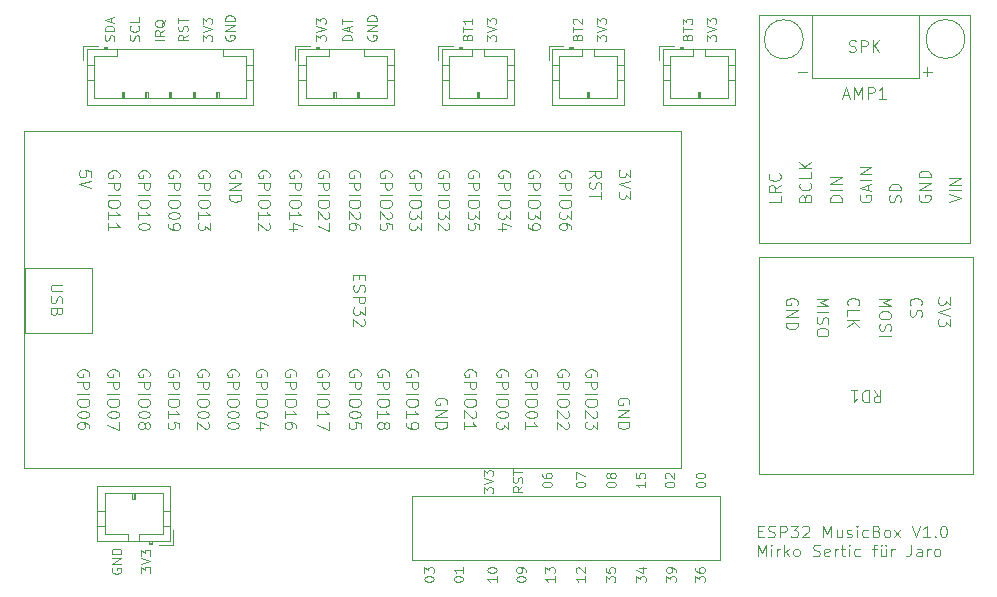
<source format=gto>
%TF.GenerationSoftware,KiCad,Pcbnew,9.0.2*%
%TF.CreationDate,2025-06-11T19:01:07+02:00*%
%TF.ProjectId,musicbox,6d757369-6362-46f7-982e-6b696361645f,rev?*%
%TF.SameCoordinates,Original*%
%TF.FileFunction,Legend,Top*%
%TF.FilePolarity,Positive*%
%FSLAX46Y46*%
G04 Gerber Fmt 4.6, Leading zero omitted, Abs format (unit mm)*
G04 Created by KiCad (PCBNEW 9.0.2) date 2025-06-11 19:01:07*
%MOMM*%
%LPD*%
G01*
G04 APERTURE LIST*
%ADD10C,0.100000*%
%ADD11C,0.120000*%
G04 APERTURE END LIST*
D10*
X152363884Y-77508665D02*
X152697217Y-77508665D01*
X152840074Y-78032475D02*
X152363884Y-78032475D01*
X152363884Y-78032475D02*
X152363884Y-77032475D01*
X152363884Y-77032475D02*
X152840074Y-77032475D01*
X153221027Y-77984856D02*
X153363884Y-78032475D01*
X153363884Y-78032475D02*
X153601979Y-78032475D01*
X153601979Y-78032475D02*
X153697217Y-77984856D01*
X153697217Y-77984856D02*
X153744836Y-77937236D01*
X153744836Y-77937236D02*
X153792455Y-77841998D01*
X153792455Y-77841998D02*
X153792455Y-77746760D01*
X153792455Y-77746760D02*
X153744836Y-77651522D01*
X153744836Y-77651522D02*
X153697217Y-77603903D01*
X153697217Y-77603903D02*
X153601979Y-77556284D01*
X153601979Y-77556284D02*
X153411503Y-77508665D01*
X153411503Y-77508665D02*
X153316265Y-77461046D01*
X153316265Y-77461046D02*
X153268646Y-77413427D01*
X153268646Y-77413427D02*
X153221027Y-77318189D01*
X153221027Y-77318189D02*
X153221027Y-77222951D01*
X153221027Y-77222951D02*
X153268646Y-77127713D01*
X153268646Y-77127713D02*
X153316265Y-77080094D01*
X153316265Y-77080094D02*
X153411503Y-77032475D01*
X153411503Y-77032475D02*
X153649598Y-77032475D01*
X153649598Y-77032475D02*
X153792455Y-77080094D01*
X154221027Y-78032475D02*
X154221027Y-77032475D01*
X154221027Y-77032475D02*
X154601979Y-77032475D01*
X154601979Y-77032475D02*
X154697217Y-77080094D01*
X154697217Y-77080094D02*
X154744836Y-77127713D01*
X154744836Y-77127713D02*
X154792455Y-77222951D01*
X154792455Y-77222951D02*
X154792455Y-77365808D01*
X154792455Y-77365808D02*
X154744836Y-77461046D01*
X154744836Y-77461046D02*
X154697217Y-77508665D01*
X154697217Y-77508665D02*
X154601979Y-77556284D01*
X154601979Y-77556284D02*
X154221027Y-77556284D01*
X155125789Y-77032475D02*
X155744836Y-77032475D01*
X155744836Y-77032475D02*
X155411503Y-77413427D01*
X155411503Y-77413427D02*
X155554360Y-77413427D01*
X155554360Y-77413427D02*
X155649598Y-77461046D01*
X155649598Y-77461046D02*
X155697217Y-77508665D01*
X155697217Y-77508665D02*
X155744836Y-77603903D01*
X155744836Y-77603903D02*
X155744836Y-77841998D01*
X155744836Y-77841998D02*
X155697217Y-77937236D01*
X155697217Y-77937236D02*
X155649598Y-77984856D01*
X155649598Y-77984856D02*
X155554360Y-78032475D01*
X155554360Y-78032475D02*
X155268646Y-78032475D01*
X155268646Y-78032475D02*
X155173408Y-77984856D01*
X155173408Y-77984856D02*
X155125789Y-77937236D01*
X156125789Y-77127713D02*
X156173408Y-77080094D01*
X156173408Y-77080094D02*
X156268646Y-77032475D01*
X156268646Y-77032475D02*
X156506741Y-77032475D01*
X156506741Y-77032475D02*
X156601979Y-77080094D01*
X156601979Y-77080094D02*
X156649598Y-77127713D01*
X156649598Y-77127713D02*
X156697217Y-77222951D01*
X156697217Y-77222951D02*
X156697217Y-77318189D01*
X156697217Y-77318189D02*
X156649598Y-77461046D01*
X156649598Y-77461046D02*
X156078170Y-78032475D01*
X156078170Y-78032475D02*
X156697217Y-78032475D01*
X157887694Y-78032475D02*
X157887694Y-77032475D01*
X157887694Y-77032475D02*
X158221027Y-77746760D01*
X158221027Y-77746760D02*
X158554360Y-77032475D01*
X158554360Y-77032475D02*
X158554360Y-78032475D01*
X159459122Y-77365808D02*
X159459122Y-78032475D01*
X159030551Y-77365808D02*
X159030551Y-77889617D01*
X159030551Y-77889617D02*
X159078170Y-77984856D01*
X159078170Y-77984856D02*
X159173408Y-78032475D01*
X159173408Y-78032475D02*
X159316265Y-78032475D01*
X159316265Y-78032475D02*
X159411503Y-77984856D01*
X159411503Y-77984856D02*
X159459122Y-77937236D01*
X159887694Y-77984856D02*
X159982932Y-78032475D01*
X159982932Y-78032475D02*
X160173408Y-78032475D01*
X160173408Y-78032475D02*
X160268646Y-77984856D01*
X160268646Y-77984856D02*
X160316265Y-77889617D01*
X160316265Y-77889617D02*
X160316265Y-77841998D01*
X160316265Y-77841998D02*
X160268646Y-77746760D01*
X160268646Y-77746760D02*
X160173408Y-77699141D01*
X160173408Y-77699141D02*
X160030551Y-77699141D01*
X160030551Y-77699141D02*
X159935313Y-77651522D01*
X159935313Y-77651522D02*
X159887694Y-77556284D01*
X159887694Y-77556284D02*
X159887694Y-77508665D01*
X159887694Y-77508665D02*
X159935313Y-77413427D01*
X159935313Y-77413427D02*
X160030551Y-77365808D01*
X160030551Y-77365808D02*
X160173408Y-77365808D01*
X160173408Y-77365808D02*
X160268646Y-77413427D01*
X160744837Y-78032475D02*
X160744837Y-77365808D01*
X160744837Y-77032475D02*
X160697218Y-77080094D01*
X160697218Y-77080094D02*
X160744837Y-77127713D01*
X160744837Y-77127713D02*
X160792456Y-77080094D01*
X160792456Y-77080094D02*
X160744837Y-77032475D01*
X160744837Y-77032475D02*
X160744837Y-77127713D01*
X161649598Y-77984856D02*
X161554360Y-78032475D01*
X161554360Y-78032475D02*
X161363884Y-78032475D01*
X161363884Y-78032475D02*
X161268646Y-77984856D01*
X161268646Y-77984856D02*
X161221027Y-77937236D01*
X161221027Y-77937236D02*
X161173408Y-77841998D01*
X161173408Y-77841998D02*
X161173408Y-77556284D01*
X161173408Y-77556284D02*
X161221027Y-77461046D01*
X161221027Y-77461046D02*
X161268646Y-77413427D01*
X161268646Y-77413427D02*
X161363884Y-77365808D01*
X161363884Y-77365808D02*
X161554360Y-77365808D01*
X161554360Y-77365808D02*
X161649598Y-77413427D01*
X162411503Y-77508665D02*
X162554360Y-77556284D01*
X162554360Y-77556284D02*
X162601979Y-77603903D01*
X162601979Y-77603903D02*
X162649598Y-77699141D01*
X162649598Y-77699141D02*
X162649598Y-77841998D01*
X162649598Y-77841998D02*
X162601979Y-77937236D01*
X162601979Y-77937236D02*
X162554360Y-77984856D01*
X162554360Y-77984856D02*
X162459122Y-78032475D01*
X162459122Y-78032475D02*
X162078170Y-78032475D01*
X162078170Y-78032475D02*
X162078170Y-77032475D01*
X162078170Y-77032475D02*
X162411503Y-77032475D01*
X162411503Y-77032475D02*
X162506741Y-77080094D01*
X162506741Y-77080094D02*
X162554360Y-77127713D01*
X162554360Y-77127713D02*
X162601979Y-77222951D01*
X162601979Y-77222951D02*
X162601979Y-77318189D01*
X162601979Y-77318189D02*
X162554360Y-77413427D01*
X162554360Y-77413427D02*
X162506741Y-77461046D01*
X162506741Y-77461046D02*
X162411503Y-77508665D01*
X162411503Y-77508665D02*
X162078170Y-77508665D01*
X163221027Y-78032475D02*
X163125789Y-77984856D01*
X163125789Y-77984856D02*
X163078170Y-77937236D01*
X163078170Y-77937236D02*
X163030551Y-77841998D01*
X163030551Y-77841998D02*
X163030551Y-77556284D01*
X163030551Y-77556284D02*
X163078170Y-77461046D01*
X163078170Y-77461046D02*
X163125789Y-77413427D01*
X163125789Y-77413427D02*
X163221027Y-77365808D01*
X163221027Y-77365808D02*
X163363884Y-77365808D01*
X163363884Y-77365808D02*
X163459122Y-77413427D01*
X163459122Y-77413427D02*
X163506741Y-77461046D01*
X163506741Y-77461046D02*
X163554360Y-77556284D01*
X163554360Y-77556284D02*
X163554360Y-77841998D01*
X163554360Y-77841998D02*
X163506741Y-77937236D01*
X163506741Y-77937236D02*
X163459122Y-77984856D01*
X163459122Y-77984856D02*
X163363884Y-78032475D01*
X163363884Y-78032475D02*
X163221027Y-78032475D01*
X163887694Y-78032475D02*
X164411503Y-77365808D01*
X163887694Y-77365808D02*
X164411503Y-78032475D01*
X165411504Y-77032475D02*
X165744837Y-78032475D01*
X165744837Y-78032475D02*
X166078170Y-77032475D01*
X166935313Y-78032475D02*
X166363885Y-78032475D01*
X166649599Y-78032475D02*
X166649599Y-77032475D01*
X166649599Y-77032475D02*
X166554361Y-77175332D01*
X166554361Y-77175332D02*
X166459123Y-77270570D01*
X166459123Y-77270570D02*
X166363885Y-77318189D01*
X167363885Y-77937236D02*
X167411504Y-77984856D01*
X167411504Y-77984856D02*
X167363885Y-78032475D01*
X167363885Y-78032475D02*
X167316266Y-77984856D01*
X167316266Y-77984856D02*
X167363885Y-77937236D01*
X167363885Y-77937236D02*
X167363885Y-78032475D01*
X168030551Y-77032475D02*
X168125789Y-77032475D01*
X168125789Y-77032475D02*
X168221027Y-77080094D01*
X168221027Y-77080094D02*
X168268646Y-77127713D01*
X168268646Y-77127713D02*
X168316265Y-77222951D01*
X168316265Y-77222951D02*
X168363884Y-77413427D01*
X168363884Y-77413427D02*
X168363884Y-77651522D01*
X168363884Y-77651522D02*
X168316265Y-77841998D01*
X168316265Y-77841998D02*
X168268646Y-77937236D01*
X168268646Y-77937236D02*
X168221027Y-77984856D01*
X168221027Y-77984856D02*
X168125789Y-78032475D01*
X168125789Y-78032475D02*
X168030551Y-78032475D01*
X168030551Y-78032475D02*
X167935313Y-77984856D01*
X167935313Y-77984856D02*
X167887694Y-77937236D01*
X167887694Y-77937236D02*
X167840075Y-77841998D01*
X167840075Y-77841998D02*
X167792456Y-77651522D01*
X167792456Y-77651522D02*
X167792456Y-77413427D01*
X167792456Y-77413427D02*
X167840075Y-77222951D01*
X167840075Y-77222951D02*
X167887694Y-77127713D01*
X167887694Y-77127713D02*
X167935313Y-77080094D01*
X167935313Y-77080094D02*
X168030551Y-77032475D01*
X152363884Y-79642419D02*
X152363884Y-78642419D01*
X152363884Y-78642419D02*
X152697217Y-79356704D01*
X152697217Y-79356704D02*
X153030550Y-78642419D01*
X153030550Y-78642419D02*
X153030550Y-79642419D01*
X153506741Y-79642419D02*
X153506741Y-78975752D01*
X153506741Y-78642419D02*
X153459122Y-78690038D01*
X153459122Y-78690038D02*
X153506741Y-78737657D01*
X153506741Y-78737657D02*
X153554360Y-78690038D01*
X153554360Y-78690038D02*
X153506741Y-78642419D01*
X153506741Y-78642419D02*
X153506741Y-78737657D01*
X153982931Y-79642419D02*
X153982931Y-78975752D01*
X153982931Y-79166228D02*
X154030550Y-79070990D01*
X154030550Y-79070990D02*
X154078169Y-79023371D01*
X154078169Y-79023371D02*
X154173407Y-78975752D01*
X154173407Y-78975752D02*
X154268645Y-78975752D01*
X154601979Y-79642419D02*
X154601979Y-78642419D01*
X154697217Y-79261466D02*
X154982931Y-79642419D01*
X154982931Y-78975752D02*
X154601979Y-79356704D01*
X155554360Y-79642419D02*
X155459122Y-79594800D01*
X155459122Y-79594800D02*
X155411503Y-79547180D01*
X155411503Y-79547180D02*
X155363884Y-79451942D01*
X155363884Y-79451942D02*
X155363884Y-79166228D01*
X155363884Y-79166228D02*
X155411503Y-79070990D01*
X155411503Y-79070990D02*
X155459122Y-79023371D01*
X155459122Y-79023371D02*
X155554360Y-78975752D01*
X155554360Y-78975752D02*
X155697217Y-78975752D01*
X155697217Y-78975752D02*
X155792455Y-79023371D01*
X155792455Y-79023371D02*
X155840074Y-79070990D01*
X155840074Y-79070990D02*
X155887693Y-79166228D01*
X155887693Y-79166228D02*
X155887693Y-79451942D01*
X155887693Y-79451942D02*
X155840074Y-79547180D01*
X155840074Y-79547180D02*
X155792455Y-79594800D01*
X155792455Y-79594800D02*
X155697217Y-79642419D01*
X155697217Y-79642419D02*
X155554360Y-79642419D01*
X157030551Y-79594800D02*
X157173408Y-79642419D01*
X157173408Y-79642419D02*
X157411503Y-79642419D01*
X157411503Y-79642419D02*
X157506741Y-79594800D01*
X157506741Y-79594800D02*
X157554360Y-79547180D01*
X157554360Y-79547180D02*
X157601979Y-79451942D01*
X157601979Y-79451942D02*
X157601979Y-79356704D01*
X157601979Y-79356704D02*
X157554360Y-79261466D01*
X157554360Y-79261466D02*
X157506741Y-79213847D01*
X157506741Y-79213847D02*
X157411503Y-79166228D01*
X157411503Y-79166228D02*
X157221027Y-79118609D01*
X157221027Y-79118609D02*
X157125789Y-79070990D01*
X157125789Y-79070990D02*
X157078170Y-79023371D01*
X157078170Y-79023371D02*
X157030551Y-78928133D01*
X157030551Y-78928133D02*
X157030551Y-78832895D01*
X157030551Y-78832895D02*
X157078170Y-78737657D01*
X157078170Y-78737657D02*
X157125789Y-78690038D01*
X157125789Y-78690038D02*
X157221027Y-78642419D01*
X157221027Y-78642419D02*
X157459122Y-78642419D01*
X157459122Y-78642419D02*
X157601979Y-78690038D01*
X158411503Y-79594800D02*
X158316265Y-79642419D01*
X158316265Y-79642419D02*
X158125789Y-79642419D01*
X158125789Y-79642419D02*
X158030551Y-79594800D01*
X158030551Y-79594800D02*
X157982932Y-79499561D01*
X157982932Y-79499561D02*
X157982932Y-79118609D01*
X157982932Y-79118609D02*
X158030551Y-79023371D01*
X158030551Y-79023371D02*
X158125789Y-78975752D01*
X158125789Y-78975752D02*
X158316265Y-78975752D01*
X158316265Y-78975752D02*
X158411503Y-79023371D01*
X158411503Y-79023371D02*
X158459122Y-79118609D01*
X158459122Y-79118609D02*
X158459122Y-79213847D01*
X158459122Y-79213847D02*
X157982932Y-79309085D01*
X158887694Y-79642419D02*
X158887694Y-78975752D01*
X158887694Y-79166228D02*
X158935313Y-79070990D01*
X158935313Y-79070990D02*
X158982932Y-79023371D01*
X158982932Y-79023371D02*
X159078170Y-78975752D01*
X159078170Y-78975752D02*
X159173408Y-78975752D01*
X159363885Y-78975752D02*
X159744837Y-78975752D01*
X159506742Y-78642419D02*
X159506742Y-79499561D01*
X159506742Y-79499561D02*
X159554361Y-79594800D01*
X159554361Y-79594800D02*
X159649599Y-79642419D01*
X159649599Y-79642419D02*
X159744837Y-79642419D01*
X160078171Y-79642419D02*
X160078171Y-78975752D01*
X160078171Y-78642419D02*
X160030552Y-78690038D01*
X160030552Y-78690038D02*
X160078171Y-78737657D01*
X160078171Y-78737657D02*
X160125790Y-78690038D01*
X160125790Y-78690038D02*
X160078171Y-78642419D01*
X160078171Y-78642419D02*
X160078171Y-78737657D01*
X160982932Y-79594800D02*
X160887694Y-79642419D01*
X160887694Y-79642419D02*
X160697218Y-79642419D01*
X160697218Y-79642419D02*
X160601980Y-79594800D01*
X160601980Y-79594800D02*
X160554361Y-79547180D01*
X160554361Y-79547180D02*
X160506742Y-79451942D01*
X160506742Y-79451942D02*
X160506742Y-79166228D01*
X160506742Y-79166228D02*
X160554361Y-79070990D01*
X160554361Y-79070990D02*
X160601980Y-79023371D01*
X160601980Y-79023371D02*
X160697218Y-78975752D01*
X160697218Y-78975752D02*
X160887694Y-78975752D01*
X160887694Y-78975752D02*
X160982932Y-79023371D01*
X162030552Y-78975752D02*
X162411504Y-78975752D01*
X162173409Y-79642419D02*
X162173409Y-78785276D01*
X162173409Y-78785276D02*
X162221028Y-78690038D01*
X162221028Y-78690038D02*
X162316266Y-78642419D01*
X162316266Y-78642419D02*
X162411504Y-78642419D01*
X163173409Y-78975752D02*
X163173409Y-79642419D01*
X162744838Y-78975752D02*
X162744838Y-79499561D01*
X162744838Y-79499561D02*
X162792457Y-79594800D01*
X162792457Y-79594800D02*
X162887695Y-79642419D01*
X162887695Y-79642419D02*
X163030552Y-79642419D01*
X163030552Y-79642419D02*
X163125790Y-79594800D01*
X163125790Y-79594800D02*
X163173409Y-79547180D01*
X162792457Y-78642419D02*
X162840076Y-78690038D01*
X162840076Y-78690038D02*
X162792457Y-78737657D01*
X162792457Y-78737657D02*
X162744838Y-78690038D01*
X162744838Y-78690038D02*
X162792457Y-78642419D01*
X162792457Y-78642419D02*
X162792457Y-78737657D01*
X163173409Y-78642419D02*
X163221028Y-78690038D01*
X163221028Y-78690038D02*
X163173409Y-78737657D01*
X163173409Y-78737657D02*
X163125790Y-78690038D01*
X163125790Y-78690038D02*
X163173409Y-78642419D01*
X163173409Y-78642419D02*
X163173409Y-78737657D01*
X163649600Y-79642419D02*
X163649600Y-78975752D01*
X163649600Y-79166228D02*
X163697219Y-79070990D01*
X163697219Y-79070990D02*
X163744838Y-79023371D01*
X163744838Y-79023371D02*
X163840076Y-78975752D01*
X163840076Y-78975752D02*
X163935314Y-78975752D01*
X165316267Y-78642419D02*
X165316267Y-79356704D01*
X165316267Y-79356704D02*
X165268648Y-79499561D01*
X165268648Y-79499561D02*
X165173410Y-79594800D01*
X165173410Y-79594800D02*
X165030553Y-79642419D01*
X165030553Y-79642419D02*
X164935315Y-79642419D01*
X166221029Y-79642419D02*
X166221029Y-79118609D01*
X166221029Y-79118609D02*
X166173410Y-79023371D01*
X166173410Y-79023371D02*
X166078172Y-78975752D01*
X166078172Y-78975752D02*
X165887696Y-78975752D01*
X165887696Y-78975752D02*
X165792458Y-79023371D01*
X166221029Y-79594800D02*
X166125791Y-79642419D01*
X166125791Y-79642419D02*
X165887696Y-79642419D01*
X165887696Y-79642419D02*
X165792458Y-79594800D01*
X165792458Y-79594800D02*
X165744839Y-79499561D01*
X165744839Y-79499561D02*
X165744839Y-79404323D01*
X165744839Y-79404323D02*
X165792458Y-79309085D01*
X165792458Y-79309085D02*
X165887696Y-79261466D01*
X165887696Y-79261466D02*
X166125791Y-79261466D01*
X166125791Y-79261466D02*
X166221029Y-79213847D01*
X166697220Y-79642419D02*
X166697220Y-78975752D01*
X166697220Y-79166228D02*
X166744839Y-79070990D01*
X166744839Y-79070990D02*
X166792458Y-79023371D01*
X166792458Y-79023371D02*
X166887696Y-78975752D01*
X166887696Y-78975752D02*
X166982934Y-78975752D01*
X167459125Y-79642419D02*
X167363887Y-79594800D01*
X167363887Y-79594800D02*
X167316268Y-79547180D01*
X167316268Y-79547180D02*
X167268649Y-79451942D01*
X167268649Y-79451942D02*
X167268649Y-79166228D01*
X167268649Y-79166228D02*
X167316268Y-79070990D01*
X167316268Y-79070990D02*
X167363887Y-79023371D01*
X167363887Y-79023371D02*
X167459125Y-78975752D01*
X167459125Y-78975752D02*
X167601982Y-78975752D01*
X167601982Y-78975752D02*
X167697220Y-79023371D01*
X167697220Y-79023371D02*
X167744839Y-79070990D01*
X167744839Y-79070990D02*
X167792458Y-79166228D01*
X167792458Y-79166228D02*
X167792458Y-79451942D01*
X167792458Y-79451942D02*
X167744839Y-79547180D01*
X167744839Y-79547180D02*
X167697220Y-79594800D01*
X167697220Y-79594800D02*
X167601982Y-79642419D01*
X167601982Y-79642419D02*
X167459125Y-79642419D01*
X147066895Y-81819925D02*
X147066895Y-81324687D01*
X147066895Y-81324687D02*
X147371657Y-81591353D01*
X147371657Y-81591353D02*
X147371657Y-81477068D01*
X147371657Y-81477068D02*
X147409752Y-81400877D01*
X147409752Y-81400877D02*
X147447847Y-81362782D01*
X147447847Y-81362782D02*
X147524038Y-81324687D01*
X147524038Y-81324687D02*
X147714514Y-81324687D01*
X147714514Y-81324687D02*
X147790704Y-81362782D01*
X147790704Y-81362782D02*
X147828800Y-81400877D01*
X147828800Y-81400877D02*
X147866895Y-81477068D01*
X147866895Y-81477068D02*
X147866895Y-81705639D01*
X147866895Y-81705639D02*
X147828800Y-81781830D01*
X147828800Y-81781830D02*
X147790704Y-81819925D01*
X147066895Y-80638972D02*
X147066895Y-80791353D01*
X147066895Y-80791353D02*
X147104990Y-80867544D01*
X147104990Y-80867544D02*
X147143085Y-80905639D01*
X147143085Y-80905639D02*
X147257371Y-80981829D01*
X147257371Y-80981829D02*
X147409752Y-81019925D01*
X147409752Y-81019925D02*
X147714514Y-81019925D01*
X147714514Y-81019925D02*
X147790704Y-80981829D01*
X147790704Y-80981829D02*
X147828800Y-80943734D01*
X147828800Y-80943734D02*
X147866895Y-80867544D01*
X147866895Y-80867544D02*
X147866895Y-80715163D01*
X147866895Y-80715163D02*
X147828800Y-80638972D01*
X147828800Y-80638972D02*
X147790704Y-80600877D01*
X147790704Y-80600877D02*
X147714514Y-80562782D01*
X147714514Y-80562782D02*
X147524038Y-80562782D01*
X147524038Y-80562782D02*
X147447847Y-80600877D01*
X147447847Y-80600877D02*
X147409752Y-80638972D01*
X147409752Y-80638972D02*
X147371657Y-80715163D01*
X147371657Y-80715163D02*
X147371657Y-80867544D01*
X147371657Y-80867544D02*
X147409752Y-80943734D01*
X147409752Y-80943734D02*
X147447847Y-80981829D01*
X147447847Y-80981829D02*
X147524038Y-81019925D01*
X144596895Y-81819925D02*
X144596895Y-81324687D01*
X144596895Y-81324687D02*
X144901657Y-81591353D01*
X144901657Y-81591353D02*
X144901657Y-81477068D01*
X144901657Y-81477068D02*
X144939752Y-81400877D01*
X144939752Y-81400877D02*
X144977847Y-81362782D01*
X144977847Y-81362782D02*
X145054038Y-81324687D01*
X145054038Y-81324687D02*
X145244514Y-81324687D01*
X145244514Y-81324687D02*
X145320704Y-81362782D01*
X145320704Y-81362782D02*
X145358800Y-81400877D01*
X145358800Y-81400877D02*
X145396895Y-81477068D01*
X145396895Y-81477068D02*
X145396895Y-81705639D01*
X145396895Y-81705639D02*
X145358800Y-81781830D01*
X145358800Y-81781830D02*
X145320704Y-81819925D01*
X145396895Y-80943734D02*
X145396895Y-80791353D01*
X145396895Y-80791353D02*
X145358800Y-80715163D01*
X145358800Y-80715163D02*
X145320704Y-80677067D01*
X145320704Y-80677067D02*
X145206419Y-80600877D01*
X145206419Y-80600877D02*
X145054038Y-80562782D01*
X145054038Y-80562782D02*
X144749276Y-80562782D01*
X144749276Y-80562782D02*
X144673085Y-80600877D01*
X144673085Y-80600877D02*
X144634990Y-80638972D01*
X144634990Y-80638972D02*
X144596895Y-80715163D01*
X144596895Y-80715163D02*
X144596895Y-80867544D01*
X144596895Y-80867544D02*
X144634990Y-80943734D01*
X144634990Y-80943734D02*
X144673085Y-80981829D01*
X144673085Y-80981829D02*
X144749276Y-81019925D01*
X144749276Y-81019925D02*
X144939752Y-81019925D01*
X144939752Y-81019925D02*
X145015942Y-80981829D01*
X145015942Y-80981829D02*
X145054038Y-80943734D01*
X145054038Y-80943734D02*
X145092133Y-80867544D01*
X145092133Y-80867544D02*
X145092133Y-80715163D01*
X145092133Y-80715163D02*
X145054038Y-80638972D01*
X145054038Y-80638972D02*
X145015942Y-80600877D01*
X145015942Y-80600877D02*
X144939752Y-80562782D01*
X142066895Y-81819925D02*
X142066895Y-81324687D01*
X142066895Y-81324687D02*
X142371657Y-81591353D01*
X142371657Y-81591353D02*
X142371657Y-81477068D01*
X142371657Y-81477068D02*
X142409752Y-81400877D01*
X142409752Y-81400877D02*
X142447847Y-81362782D01*
X142447847Y-81362782D02*
X142524038Y-81324687D01*
X142524038Y-81324687D02*
X142714514Y-81324687D01*
X142714514Y-81324687D02*
X142790704Y-81362782D01*
X142790704Y-81362782D02*
X142828800Y-81400877D01*
X142828800Y-81400877D02*
X142866895Y-81477068D01*
X142866895Y-81477068D02*
X142866895Y-81705639D01*
X142866895Y-81705639D02*
X142828800Y-81781830D01*
X142828800Y-81781830D02*
X142790704Y-81819925D01*
X142333561Y-80638972D02*
X142866895Y-80638972D01*
X142028800Y-80829448D02*
X142600228Y-81019925D01*
X142600228Y-81019925D02*
X142600228Y-80524686D01*
X139456895Y-81819925D02*
X139456895Y-81324687D01*
X139456895Y-81324687D02*
X139761657Y-81591353D01*
X139761657Y-81591353D02*
X139761657Y-81477068D01*
X139761657Y-81477068D02*
X139799752Y-81400877D01*
X139799752Y-81400877D02*
X139837847Y-81362782D01*
X139837847Y-81362782D02*
X139914038Y-81324687D01*
X139914038Y-81324687D02*
X140104514Y-81324687D01*
X140104514Y-81324687D02*
X140180704Y-81362782D01*
X140180704Y-81362782D02*
X140218800Y-81400877D01*
X140218800Y-81400877D02*
X140256895Y-81477068D01*
X140256895Y-81477068D02*
X140256895Y-81705639D01*
X140256895Y-81705639D02*
X140218800Y-81781830D01*
X140218800Y-81781830D02*
X140180704Y-81819925D01*
X139456895Y-80600877D02*
X139456895Y-80981829D01*
X139456895Y-80981829D02*
X139837847Y-81019925D01*
X139837847Y-81019925D02*
X139799752Y-80981829D01*
X139799752Y-80981829D02*
X139761657Y-80905639D01*
X139761657Y-80905639D02*
X139761657Y-80715163D01*
X139761657Y-80715163D02*
X139799752Y-80638972D01*
X139799752Y-80638972D02*
X139837847Y-80600877D01*
X139837847Y-80600877D02*
X139914038Y-80562782D01*
X139914038Y-80562782D02*
X140104514Y-80562782D01*
X140104514Y-80562782D02*
X140180704Y-80600877D01*
X140180704Y-80600877D02*
X140218800Y-80638972D01*
X140218800Y-80638972D02*
X140256895Y-80715163D01*
X140256895Y-80715163D02*
X140256895Y-80905639D01*
X140256895Y-80905639D02*
X140218800Y-80981829D01*
X140218800Y-80981829D02*
X140180704Y-81019925D01*
X137736895Y-81324687D02*
X137736895Y-81781830D01*
X137736895Y-81553258D02*
X136936895Y-81553258D01*
X136936895Y-81553258D02*
X137051180Y-81629449D01*
X137051180Y-81629449D02*
X137127371Y-81705639D01*
X137127371Y-81705639D02*
X137165466Y-81781830D01*
X137013085Y-81019925D02*
X136974990Y-80981829D01*
X136974990Y-80981829D02*
X136936895Y-80905639D01*
X136936895Y-80905639D02*
X136936895Y-80715163D01*
X136936895Y-80715163D02*
X136974990Y-80638972D01*
X136974990Y-80638972D02*
X137013085Y-80600877D01*
X137013085Y-80600877D02*
X137089276Y-80562782D01*
X137089276Y-80562782D02*
X137165466Y-80562782D01*
X137165466Y-80562782D02*
X137279752Y-80600877D01*
X137279752Y-80600877D02*
X137736895Y-81058020D01*
X137736895Y-81058020D02*
X137736895Y-80562782D01*
X135146895Y-81324687D02*
X135146895Y-81781830D01*
X135146895Y-81553258D02*
X134346895Y-81553258D01*
X134346895Y-81553258D02*
X134461180Y-81629449D01*
X134461180Y-81629449D02*
X134537371Y-81705639D01*
X134537371Y-81705639D02*
X134575466Y-81781830D01*
X134346895Y-81058020D02*
X134346895Y-80562782D01*
X134346895Y-80562782D02*
X134651657Y-80829448D01*
X134651657Y-80829448D02*
X134651657Y-80715163D01*
X134651657Y-80715163D02*
X134689752Y-80638972D01*
X134689752Y-80638972D02*
X134727847Y-80600877D01*
X134727847Y-80600877D02*
X134804038Y-80562782D01*
X134804038Y-80562782D02*
X134994514Y-80562782D01*
X134994514Y-80562782D02*
X135070704Y-80600877D01*
X135070704Y-80600877D02*
X135108800Y-80638972D01*
X135108800Y-80638972D02*
X135146895Y-80715163D01*
X135146895Y-80715163D02*
X135146895Y-80943734D01*
X135146895Y-80943734D02*
X135108800Y-81019925D01*
X135108800Y-81019925D02*
X135070704Y-81058020D01*
X131916895Y-81591353D02*
X131916895Y-81515163D01*
X131916895Y-81515163D02*
X131954990Y-81438972D01*
X131954990Y-81438972D02*
X131993085Y-81400877D01*
X131993085Y-81400877D02*
X132069276Y-81362782D01*
X132069276Y-81362782D02*
X132221657Y-81324687D01*
X132221657Y-81324687D02*
X132412133Y-81324687D01*
X132412133Y-81324687D02*
X132564514Y-81362782D01*
X132564514Y-81362782D02*
X132640704Y-81400877D01*
X132640704Y-81400877D02*
X132678800Y-81438972D01*
X132678800Y-81438972D02*
X132716895Y-81515163D01*
X132716895Y-81515163D02*
X132716895Y-81591353D01*
X132716895Y-81591353D02*
X132678800Y-81667544D01*
X132678800Y-81667544D02*
X132640704Y-81705639D01*
X132640704Y-81705639D02*
X132564514Y-81743734D01*
X132564514Y-81743734D02*
X132412133Y-81781830D01*
X132412133Y-81781830D02*
X132221657Y-81781830D01*
X132221657Y-81781830D02*
X132069276Y-81743734D01*
X132069276Y-81743734D02*
X131993085Y-81705639D01*
X131993085Y-81705639D02*
X131954990Y-81667544D01*
X131954990Y-81667544D02*
X131916895Y-81591353D01*
X132716895Y-80943734D02*
X132716895Y-80791353D01*
X132716895Y-80791353D02*
X132678800Y-80715163D01*
X132678800Y-80715163D02*
X132640704Y-80677067D01*
X132640704Y-80677067D02*
X132526419Y-80600877D01*
X132526419Y-80600877D02*
X132374038Y-80562782D01*
X132374038Y-80562782D02*
X132069276Y-80562782D01*
X132069276Y-80562782D02*
X131993085Y-80600877D01*
X131993085Y-80600877D02*
X131954990Y-80638972D01*
X131954990Y-80638972D02*
X131916895Y-80715163D01*
X131916895Y-80715163D02*
X131916895Y-80867544D01*
X131916895Y-80867544D02*
X131954990Y-80943734D01*
X131954990Y-80943734D02*
X131993085Y-80981829D01*
X131993085Y-80981829D02*
X132069276Y-81019925D01*
X132069276Y-81019925D02*
X132259752Y-81019925D01*
X132259752Y-81019925D02*
X132335942Y-80981829D01*
X132335942Y-80981829D02*
X132374038Y-80943734D01*
X132374038Y-80943734D02*
X132412133Y-80867544D01*
X132412133Y-80867544D02*
X132412133Y-80715163D01*
X132412133Y-80715163D02*
X132374038Y-80638972D01*
X132374038Y-80638972D02*
X132335942Y-80600877D01*
X132335942Y-80600877D02*
X132259752Y-80562782D01*
X130226895Y-81324687D02*
X130226895Y-81781830D01*
X130226895Y-81553258D02*
X129426895Y-81553258D01*
X129426895Y-81553258D02*
X129541180Y-81629449D01*
X129541180Y-81629449D02*
X129617371Y-81705639D01*
X129617371Y-81705639D02*
X129655466Y-81781830D01*
X129426895Y-80829448D02*
X129426895Y-80753258D01*
X129426895Y-80753258D02*
X129464990Y-80677067D01*
X129464990Y-80677067D02*
X129503085Y-80638972D01*
X129503085Y-80638972D02*
X129579276Y-80600877D01*
X129579276Y-80600877D02*
X129731657Y-80562782D01*
X129731657Y-80562782D02*
X129922133Y-80562782D01*
X129922133Y-80562782D02*
X130074514Y-80600877D01*
X130074514Y-80600877D02*
X130150704Y-80638972D01*
X130150704Y-80638972D02*
X130188800Y-80677067D01*
X130188800Y-80677067D02*
X130226895Y-80753258D01*
X130226895Y-80753258D02*
X130226895Y-80829448D01*
X130226895Y-80829448D02*
X130188800Y-80905639D01*
X130188800Y-80905639D02*
X130150704Y-80943734D01*
X130150704Y-80943734D02*
X130074514Y-80981829D01*
X130074514Y-80981829D02*
X129922133Y-81019925D01*
X129922133Y-81019925D02*
X129731657Y-81019925D01*
X129731657Y-81019925D02*
X129579276Y-80981829D01*
X129579276Y-80981829D02*
X129503085Y-80943734D01*
X129503085Y-80943734D02*
X129464990Y-80905639D01*
X129464990Y-80905639D02*
X129426895Y-80829448D01*
X126596895Y-81591353D02*
X126596895Y-81515163D01*
X126596895Y-81515163D02*
X126634990Y-81438972D01*
X126634990Y-81438972D02*
X126673085Y-81400877D01*
X126673085Y-81400877D02*
X126749276Y-81362782D01*
X126749276Y-81362782D02*
X126901657Y-81324687D01*
X126901657Y-81324687D02*
X127092133Y-81324687D01*
X127092133Y-81324687D02*
X127244514Y-81362782D01*
X127244514Y-81362782D02*
X127320704Y-81400877D01*
X127320704Y-81400877D02*
X127358800Y-81438972D01*
X127358800Y-81438972D02*
X127396895Y-81515163D01*
X127396895Y-81515163D02*
X127396895Y-81591353D01*
X127396895Y-81591353D02*
X127358800Y-81667544D01*
X127358800Y-81667544D02*
X127320704Y-81705639D01*
X127320704Y-81705639D02*
X127244514Y-81743734D01*
X127244514Y-81743734D02*
X127092133Y-81781830D01*
X127092133Y-81781830D02*
X126901657Y-81781830D01*
X126901657Y-81781830D02*
X126749276Y-81743734D01*
X126749276Y-81743734D02*
X126673085Y-81705639D01*
X126673085Y-81705639D02*
X126634990Y-81667544D01*
X126634990Y-81667544D02*
X126596895Y-81591353D01*
X127396895Y-80562782D02*
X127396895Y-81019925D01*
X127396895Y-80791353D02*
X126596895Y-80791353D01*
X126596895Y-80791353D02*
X126711180Y-80867544D01*
X126711180Y-80867544D02*
X126787371Y-80943734D01*
X126787371Y-80943734D02*
X126825466Y-81019925D01*
X124096895Y-81591353D02*
X124096895Y-81515163D01*
X124096895Y-81515163D02*
X124134990Y-81438972D01*
X124134990Y-81438972D02*
X124173085Y-81400877D01*
X124173085Y-81400877D02*
X124249276Y-81362782D01*
X124249276Y-81362782D02*
X124401657Y-81324687D01*
X124401657Y-81324687D02*
X124592133Y-81324687D01*
X124592133Y-81324687D02*
X124744514Y-81362782D01*
X124744514Y-81362782D02*
X124820704Y-81400877D01*
X124820704Y-81400877D02*
X124858800Y-81438972D01*
X124858800Y-81438972D02*
X124896895Y-81515163D01*
X124896895Y-81515163D02*
X124896895Y-81591353D01*
X124896895Y-81591353D02*
X124858800Y-81667544D01*
X124858800Y-81667544D02*
X124820704Y-81705639D01*
X124820704Y-81705639D02*
X124744514Y-81743734D01*
X124744514Y-81743734D02*
X124592133Y-81781830D01*
X124592133Y-81781830D02*
X124401657Y-81781830D01*
X124401657Y-81781830D02*
X124249276Y-81743734D01*
X124249276Y-81743734D02*
X124173085Y-81705639D01*
X124173085Y-81705639D02*
X124134990Y-81667544D01*
X124134990Y-81667544D02*
X124096895Y-81591353D01*
X124096895Y-81058020D02*
X124096895Y-80562782D01*
X124096895Y-80562782D02*
X124401657Y-80829448D01*
X124401657Y-80829448D02*
X124401657Y-80715163D01*
X124401657Y-80715163D02*
X124439752Y-80638972D01*
X124439752Y-80638972D02*
X124477847Y-80600877D01*
X124477847Y-80600877D02*
X124554038Y-80562782D01*
X124554038Y-80562782D02*
X124744514Y-80562782D01*
X124744514Y-80562782D02*
X124820704Y-80600877D01*
X124820704Y-80600877D02*
X124858800Y-80638972D01*
X124858800Y-80638972D02*
X124896895Y-80715163D01*
X124896895Y-80715163D02*
X124896895Y-80943734D01*
X124896895Y-80943734D02*
X124858800Y-81019925D01*
X124858800Y-81019925D02*
X124820704Y-81058020D01*
X147096895Y-73591353D02*
X147096895Y-73515163D01*
X147096895Y-73515163D02*
X147134990Y-73438972D01*
X147134990Y-73438972D02*
X147173085Y-73400877D01*
X147173085Y-73400877D02*
X147249276Y-73362782D01*
X147249276Y-73362782D02*
X147401657Y-73324687D01*
X147401657Y-73324687D02*
X147592133Y-73324687D01*
X147592133Y-73324687D02*
X147744514Y-73362782D01*
X147744514Y-73362782D02*
X147820704Y-73400877D01*
X147820704Y-73400877D02*
X147858800Y-73438972D01*
X147858800Y-73438972D02*
X147896895Y-73515163D01*
X147896895Y-73515163D02*
X147896895Y-73591353D01*
X147896895Y-73591353D02*
X147858800Y-73667544D01*
X147858800Y-73667544D02*
X147820704Y-73705639D01*
X147820704Y-73705639D02*
X147744514Y-73743734D01*
X147744514Y-73743734D02*
X147592133Y-73781830D01*
X147592133Y-73781830D02*
X147401657Y-73781830D01*
X147401657Y-73781830D02*
X147249276Y-73743734D01*
X147249276Y-73743734D02*
X147173085Y-73705639D01*
X147173085Y-73705639D02*
X147134990Y-73667544D01*
X147134990Y-73667544D02*
X147096895Y-73591353D01*
X147096895Y-72829448D02*
X147096895Y-72753258D01*
X147096895Y-72753258D02*
X147134990Y-72677067D01*
X147134990Y-72677067D02*
X147173085Y-72638972D01*
X147173085Y-72638972D02*
X147249276Y-72600877D01*
X147249276Y-72600877D02*
X147401657Y-72562782D01*
X147401657Y-72562782D02*
X147592133Y-72562782D01*
X147592133Y-72562782D02*
X147744514Y-72600877D01*
X147744514Y-72600877D02*
X147820704Y-72638972D01*
X147820704Y-72638972D02*
X147858800Y-72677067D01*
X147858800Y-72677067D02*
X147896895Y-72753258D01*
X147896895Y-72753258D02*
X147896895Y-72829448D01*
X147896895Y-72829448D02*
X147858800Y-72905639D01*
X147858800Y-72905639D02*
X147820704Y-72943734D01*
X147820704Y-72943734D02*
X147744514Y-72981829D01*
X147744514Y-72981829D02*
X147592133Y-73019925D01*
X147592133Y-73019925D02*
X147401657Y-73019925D01*
X147401657Y-73019925D02*
X147249276Y-72981829D01*
X147249276Y-72981829D02*
X147173085Y-72943734D01*
X147173085Y-72943734D02*
X147134990Y-72905639D01*
X147134990Y-72905639D02*
X147096895Y-72829448D01*
X144488940Y-73591353D02*
X144488940Y-73515163D01*
X144488940Y-73515163D02*
X144527035Y-73438972D01*
X144527035Y-73438972D02*
X144565130Y-73400877D01*
X144565130Y-73400877D02*
X144641321Y-73362782D01*
X144641321Y-73362782D02*
X144793702Y-73324687D01*
X144793702Y-73324687D02*
X144984178Y-73324687D01*
X144984178Y-73324687D02*
X145136559Y-73362782D01*
X145136559Y-73362782D02*
X145212749Y-73400877D01*
X145212749Y-73400877D02*
X145250845Y-73438972D01*
X145250845Y-73438972D02*
X145288940Y-73515163D01*
X145288940Y-73515163D02*
X145288940Y-73591353D01*
X145288940Y-73591353D02*
X145250845Y-73667544D01*
X145250845Y-73667544D02*
X145212749Y-73705639D01*
X145212749Y-73705639D02*
X145136559Y-73743734D01*
X145136559Y-73743734D02*
X144984178Y-73781830D01*
X144984178Y-73781830D02*
X144793702Y-73781830D01*
X144793702Y-73781830D02*
X144641321Y-73743734D01*
X144641321Y-73743734D02*
X144565130Y-73705639D01*
X144565130Y-73705639D02*
X144527035Y-73667544D01*
X144527035Y-73667544D02*
X144488940Y-73591353D01*
X144565130Y-73019925D02*
X144527035Y-72981829D01*
X144527035Y-72981829D02*
X144488940Y-72905639D01*
X144488940Y-72905639D02*
X144488940Y-72715163D01*
X144488940Y-72715163D02*
X144527035Y-72638972D01*
X144527035Y-72638972D02*
X144565130Y-72600877D01*
X144565130Y-72600877D02*
X144641321Y-72562782D01*
X144641321Y-72562782D02*
X144717511Y-72562782D01*
X144717511Y-72562782D02*
X144831797Y-72600877D01*
X144831797Y-72600877D02*
X145288940Y-73058020D01*
X145288940Y-73058020D02*
X145288940Y-72562782D01*
X142826895Y-73324687D02*
X142826895Y-73781830D01*
X142826895Y-73553258D02*
X142026895Y-73553258D01*
X142026895Y-73553258D02*
X142141180Y-73629449D01*
X142141180Y-73629449D02*
X142217371Y-73705639D01*
X142217371Y-73705639D02*
X142255466Y-73781830D01*
X142026895Y-72600877D02*
X142026895Y-72981829D01*
X142026895Y-72981829D02*
X142407847Y-73019925D01*
X142407847Y-73019925D02*
X142369752Y-72981829D01*
X142369752Y-72981829D02*
X142331657Y-72905639D01*
X142331657Y-72905639D02*
X142331657Y-72715163D01*
X142331657Y-72715163D02*
X142369752Y-72638972D01*
X142369752Y-72638972D02*
X142407847Y-72600877D01*
X142407847Y-72600877D02*
X142484038Y-72562782D01*
X142484038Y-72562782D02*
X142674514Y-72562782D01*
X142674514Y-72562782D02*
X142750704Y-72600877D01*
X142750704Y-72600877D02*
X142788800Y-72638972D01*
X142788800Y-72638972D02*
X142826895Y-72715163D01*
X142826895Y-72715163D02*
X142826895Y-72905639D01*
X142826895Y-72905639D02*
X142788800Y-72981829D01*
X142788800Y-72981829D02*
X142750704Y-73019925D01*
X139516895Y-73591353D02*
X139516895Y-73515163D01*
X139516895Y-73515163D02*
X139554990Y-73438972D01*
X139554990Y-73438972D02*
X139593085Y-73400877D01*
X139593085Y-73400877D02*
X139669276Y-73362782D01*
X139669276Y-73362782D02*
X139821657Y-73324687D01*
X139821657Y-73324687D02*
X140012133Y-73324687D01*
X140012133Y-73324687D02*
X140164514Y-73362782D01*
X140164514Y-73362782D02*
X140240704Y-73400877D01*
X140240704Y-73400877D02*
X140278800Y-73438972D01*
X140278800Y-73438972D02*
X140316895Y-73515163D01*
X140316895Y-73515163D02*
X140316895Y-73591353D01*
X140316895Y-73591353D02*
X140278800Y-73667544D01*
X140278800Y-73667544D02*
X140240704Y-73705639D01*
X140240704Y-73705639D02*
X140164514Y-73743734D01*
X140164514Y-73743734D02*
X140012133Y-73781830D01*
X140012133Y-73781830D02*
X139821657Y-73781830D01*
X139821657Y-73781830D02*
X139669276Y-73743734D01*
X139669276Y-73743734D02*
X139593085Y-73705639D01*
X139593085Y-73705639D02*
X139554990Y-73667544D01*
X139554990Y-73667544D02*
X139516895Y-73591353D01*
X139859752Y-72867544D02*
X139821657Y-72943734D01*
X139821657Y-72943734D02*
X139783561Y-72981829D01*
X139783561Y-72981829D02*
X139707371Y-73019925D01*
X139707371Y-73019925D02*
X139669276Y-73019925D01*
X139669276Y-73019925D02*
X139593085Y-72981829D01*
X139593085Y-72981829D02*
X139554990Y-72943734D01*
X139554990Y-72943734D02*
X139516895Y-72867544D01*
X139516895Y-72867544D02*
X139516895Y-72715163D01*
X139516895Y-72715163D02*
X139554990Y-72638972D01*
X139554990Y-72638972D02*
X139593085Y-72600877D01*
X139593085Y-72600877D02*
X139669276Y-72562782D01*
X139669276Y-72562782D02*
X139707371Y-72562782D01*
X139707371Y-72562782D02*
X139783561Y-72600877D01*
X139783561Y-72600877D02*
X139821657Y-72638972D01*
X139821657Y-72638972D02*
X139859752Y-72715163D01*
X139859752Y-72715163D02*
X139859752Y-72867544D01*
X139859752Y-72867544D02*
X139897847Y-72943734D01*
X139897847Y-72943734D02*
X139935942Y-72981829D01*
X139935942Y-72981829D02*
X140012133Y-73019925D01*
X140012133Y-73019925D02*
X140164514Y-73019925D01*
X140164514Y-73019925D02*
X140240704Y-72981829D01*
X140240704Y-72981829D02*
X140278800Y-72943734D01*
X140278800Y-72943734D02*
X140316895Y-72867544D01*
X140316895Y-72867544D02*
X140316895Y-72715163D01*
X140316895Y-72715163D02*
X140278800Y-72638972D01*
X140278800Y-72638972D02*
X140240704Y-72600877D01*
X140240704Y-72600877D02*
X140164514Y-72562782D01*
X140164514Y-72562782D02*
X140012133Y-72562782D01*
X140012133Y-72562782D02*
X139935942Y-72600877D01*
X139935942Y-72600877D02*
X139897847Y-72638972D01*
X139897847Y-72638972D02*
X139859752Y-72715163D01*
X136936895Y-73591353D02*
X136936895Y-73515163D01*
X136936895Y-73515163D02*
X136974990Y-73438972D01*
X136974990Y-73438972D02*
X137013085Y-73400877D01*
X137013085Y-73400877D02*
X137089276Y-73362782D01*
X137089276Y-73362782D02*
X137241657Y-73324687D01*
X137241657Y-73324687D02*
X137432133Y-73324687D01*
X137432133Y-73324687D02*
X137584514Y-73362782D01*
X137584514Y-73362782D02*
X137660704Y-73400877D01*
X137660704Y-73400877D02*
X137698800Y-73438972D01*
X137698800Y-73438972D02*
X137736895Y-73515163D01*
X137736895Y-73515163D02*
X137736895Y-73591353D01*
X137736895Y-73591353D02*
X137698800Y-73667544D01*
X137698800Y-73667544D02*
X137660704Y-73705639D01*
X137660704Y-73705639D02*
X137584514Y-73743734D01*
X137584514Y-73743734D02*
X137432133Y-73781830D01*
X137432133Y-73781830D02*
X137241657Y-73781830D01*
X137241657Y-73781830D02*
X137089276Y-73743734D01*
X137089276Y-73743734D02*
X137013085Y-73705639D01*
X137013085Y-73705639D02*
X136974990Y-73667544D01*
X136974990Y-73667544D02*
X136936895Y-73591353D01*
X136936895Y-73058020D02*
X136936895Y-72524686D01*
X136936895Y-72524686D02*
X137736895Y-72867544D01*
X134096895Y-73591353D02*
X134096895Y-73515163D01*
X134096895Y-73515163D02*
X134134990Y-73438972D01*
X134134990Y-73438972D02*
X134173085Y-73400877D01*
X134173085Y-73400877D02*
X134249276Y-73362782D01*
X134249276Y-73362782D02*
X134401657Y-73324687D01*
X134401657Y-73324687D02*
X134592133Y-73324687D01*
X134592133Y-73324687D02*
X134744514Y-73362782D01*
X134744514Y-73362782D02*
X134820704Y-73400877D01*
X134820704Y-73400877D02*
X134858800Y-73438972D01*
X134858800Y-73438972D02*
X134896895Y-73515163D01*
X134896895Y-73515163D02*
X134896895Y-73591353D01*
X134896895Y-73591353D02*
X134858800Y-73667544D01*
X134858800Y-73667544D02*
X134820704Y-73705639D01*
X134820704Y-73705639D02*
X134744514Y-73743734D01*
X134744514Y-73743734D02*
X134592133Y-73781830D01*
X134592133Y-73781830D02*
X134401657Y-73781830D01*
X134401657Y-73781830D02*
X134249276Y-73743734D01*
X134249276Y-73743734D02*
X134173085Y-73705639D01*
X134173085Y-73705639D02*
X134134990Y-73667544D01*
X134134990Y-73667544D02*
X134096895Y-73591353D01*
X134096895Y-72638972D02*
X134096895Y-72791353D01*
X134096895Y-72791353D02*
X134134990Y-72867544D01*
X134134990Y-72867544D02*
X134173085Y-72905639D01*
X134173085Y-72905639D02*
X134287371Y-72981829D01*
X134287371Y-72981829D02*
X134439752Y-73019925D01*
X134439752Y-73019925D02*
X134744514Y-73019925D01*
X134744514Y-73019925D02*
X134820704Y-72981829D01*
X134820704Y-72981829D02*
X134858800Y-72943734D01*
X134858800Y-72943734D02*
X134896895Y-72867544D01*
X134896895Y-72867544D02*
X134896895Y-72715163D01*
X134896895Y-72715163D02*
X134858800Y-72638972D01*
X134858800Y-72638972D02*
X134820704Y-72600877D01*
X134820704Y-72600877D02*
X134744514Y-72562782D01*
X134744514Y-72562782D02*
X134554038Y-72562782D01*
X134554038Y-72562782D02*
X134477847Y-72600877D01*
X134477847Y-72600877D02*
X134439752Y-72638972D01*
X134439752Y-72638972D02*
X134401657Y-72715163D01*
X134401657Y-72715163D02*
X134401657Y-72867544D01*
X134401657Y-72867544D02*
X134439752Y-72943734D01*
X134439752Y-72943734D02*
X134477847Y-72981829D01*
X134477847Y-72981829D02*
X134554038Y-73019925D01*
X132426895Y-73716591D02*
X132045942Y-73983258D01*
X132426895Y-74173734D02*
X131626895Y-74173734D01*
X131626895Y-74173734D02*
X131626895Y-73868972D01*
X131626895Y-73868972D02*
X131664990Y-73792782D01*
X131664990Y-73792782D02*
X131703085Y-73754687D01*
X131703085Y-73754687D02*
X131779276Y-73716591D01*
X131779276Y-73716591D02*
X131893561Y-73716591D01*
X131893561Y-73716591D02*
X131969752Y-73754687D01*
X131969752Y-73754687D02*
X132007847Y-73792782D01*
X132007847Y-73792782D02*
X132045942Y-73868972D01*
X132045942Y-73868972D02*
X132045942Y-74173734D01*
X132388800Y-73411830D02*
X132426895Y-73297544D01*
X132426895Y-73297544D02*
X132426895Y-73107068D01*
X132426895Y-73107068D02*
X132388800Y-73030877D01*
X132388800Y-73030877D02*
X132350704Y-72992782D01*
X132350704Y-72992782D02*
X132274514Y-72954687D01*
X132274514Y-72954687D02*
X132198323Y-72954687D01*
X132198323Y-72954687D02*
X132122133Y-72992782D01*
X132122133Y-72992782D02*
X132084038Y-73030877D01*
X132084038Y-73030877D02*
X132045942Y-73107068D01*
X132045942Y-73107068D02*
X132007847Y-73259449D01*
X132007847Y-73259449D02*
X131969752Y-73335639D01*
X131969752Y-73335639D02*
X131931657Y-73373734D01*
X131931657Y-73373734D02*
X131855466Y-73411830D01*
X131855466Y-73411830D02*
X131779276Y-73411830D01*
X131779276Y-73411830D02*
X131703085Y-73373734D01*
X131703085Y-73373734D02*
X131664990Y-73335639D01*
X131664990Y-73335639D02*
X131626895Y-73259449D01*
X131626895Y-73259449D02*
X131626895Y-73068972D01*
X131626895Y-73068972D02*
X131664990Y-72954687D01*
X131626895Y-72726115D02*
X131626895Y-72268972D01*
X132426895Y-72497544D02*
X131626895Y-72497544D01*
X129146895Y-74269925D02*
X129146895Y-73774687D01*
X129146895Y-73774687D02*
X129451657Y-74041353D01*
X129451657Y-74041353D02*
X129451657Y-73927068D01*
X129451657Y-73927068D02*
X129489752Y-73850877D01*
X129489752Y-73850877D02*
X129527847Y-73812782D01*
X129527847Y-73812782D02*
X129604038Y-73774687D01*
X129604038Y-73774687D02*
X129794514Y-73774687D01*
X129794514Y-73774687D02*
X129870704Y-73812782D01*
X129870704Y-73812782D02*
X129908800Y-73850877D01*
X129908800Y-73850877D02*
X129946895Y-73927068D01*
X129946895Y-73927068D02*
X129946895Y-74155639D01*
X129946895Y-74155639D02*
X129908800Y-74231830D01*
X129908800Y-74231830D02*
X129870704Y-74269925D01*
X129146895Y-73546115D02*
X129946895Y-73279448D01*
X129946895Y-73279448D02*
X129146895Y-73012782D01*
X129146895Y-72822306D02*
X129146895Y-72327068D01*
X129146895Y-72327068D02*
X129451657Y-72593734D01*
X129451657Y-72593734D02*
X129451657Y-72479449D01*
X129451657Y-72479449D02*
X129489752Y-72403258D01*
X129489752Y-72403258D02*
X129527847Y-72365163D01*
X129527847Y-72365163D02*
X129604038Y-72327068D01*
X129604038Y-72327068D02*
X129794514Y-72327068D01*
X129794514Y-72327068D02*
X129870704Y-72365163D01*
X129870704Y-72365163D02*
X129908800Y-72403258D01*
X129908800Y-72403258D02*
X129946895Y-72479449D01*
X129946895Y-72479449D02*
X129946895Y-72708020D01*
X129946895Y-72708020D02*
X129908800Y-72784211D01*
X129908800Y-72784211D02*
X129870704Y-72822306D01*
X97808800Y-35961830D02*
X97846895Y-35847544D01*
X97846895Y-35847544D02*
X97846895Y-35657068D01*
X97846895Y-35657068D02*
X97808800Y-35580877D01*
X97808800Y-35580877D02*
X97770704Y-35542782D01*
X97770704Y-35542782D02*
X97694514Y-35504687D01*
X97694514Y-35504687D02*
X97618323Y-35504687D01*
X97618323Y-35504687D02*
X97542133Y-35542782D01*
X97542133Y-35542782D02*
X97504038Y-35580877D01*
X97504038Y-35580877D02*
X97465942Y-35657068D01*
X97465942Y-35657068D02*
X97427847Y-35809449D01*
X97427847Y-35809449D02*
X97389752Y-35885639D01*
X97389752Y-35885639D02*
X97351657Y-35923734D01*
X97351657Y-35923734D02*
X97275466Y-35961830D01*
X97275466Y-35961830D02*
X97199276Y-35961830D01*
X97199276Y-35961830D02*
X97123085Y-35923734D01*
X97123085Y-35923734D02*
X97084990Y-35885639D01*
X97084990Y-35885639D02*
X97046895Y-35809449D01*
X97046895Y-35809449D02*
X97046895Y-35618972D01*
X97046895Y-35618972D02*
X97084990Y-35504687D01*
X97846895Y-35161829D02*
X97046895Y-35161829D01*
X97046895Y-35161829D02*
X97046895Y-34971353D01*
X97046895Y-34971353D02*
X97084990Y-34857067D01*
X97084990Y-34857067D02*
X97161180Y-34780877D01*
X97161180Y-34780877D02*
X97237371Y-34742782D01*
X97237371Y-34742782D02*
X97389752Y-34704686D01*
X97389752Y-34704686D02*
X97504038Y-34704686D01*
X97504038Y-34704686D02*
X97656419Y-34742782D01*
X97656419Y-34742782D02*
X97732609Y-34780877D01*
X97732609Y-34780877D02*
X97808800Y-34857067D01*
X97808800Y-34857067D02*
X97846895Y-34971353D01*
X97846895Y-34971353D02*
X97846895Y-35161829D01*
X97618323Y-34399925D02*
X97618323Y-34018972D01*
X97846895Y-34476115D02*
X97046895Y-34209448D01*
X97046895Y-34209448D02*
X97846895Y-33942782D01*
X137067847Y-35657068D02*
X137105942Y-35542782D01*
X137105942Y-35542782D02*
X137144038Y-35504687D01*
X137144038Y-35504687D02*
X137220228Y-35466591D01*
X137220228Y-35466591D02*
X137334514Y-35466591D01*
X137334514Y-35466591D02*
X137410704Y-35504687D01*
X137410704Y-35504687D02*
X137448800Y-35542782D01*
X137448800Y-35542782D02*
X137486895Y-35618972D01*
X137486895Y-35618972D02*
X137486895Y-35923734D01*
X137486895Y-35923734D02*
X136686895Y-35923734D01*
X136686895Y-35923734D02*
X136686895Y-35657068D01*
X136686895Y-35657068D02*
X136724990Y-35580877D01*
X136724990Y-35580877D02*
X136763085Y-35542782D01*
X136763085Y-35542782D02*
X136839276Y-35504687D01*
X136839276Y-35504687D02*
X136915466Y-35504687D01*
X136915466Y-35504687D02*
X136991657Y-35542782D01*
X136991657Y-35542782D02*
X137029752Y-35580877D01*
X137029752Y-35580877D02*
X137067847Y-35657068D01*
X137067847Y-35657068D02*
X137067847Y-35923734D01*
X136686895Y-35238020D02*
X136686895Y-34780877D01*
X137486895Y-35009449D02*
X136686895Y-35009449D01*
X136763085Y-34552306D02*
X136724990Y-34514210D01*
X136724990Y-34514210D02*
X136686895Y-34438020D01*
X136686895Y-34438020D02*
X136686895Y-34247544D01*
X136686895Y-34247544D02*
X136724990Y-34171353D01*
X136724990Y-34171353D02*
X136763085Y-34133258D01*
X136763085Y-34133258D02*
X136839276Y-34095163D01*
X136839276Y-34095163D02*
X136915466Y-34095163D01*
X136915466Y-34095163D02*
X137029752Y-34133258D01*
X137029752Y-34133258D02*
X137486895Y-34590401D01*
X137486895Y-34590401D02*
X137486895Y-34095163D01*
X97674990Y-80644687D02*
X97636895Y-80720877D01*
X97636895Y-80720877D02*
X97636895Y-80835163D01*
X97636895Y-80835163D02*
X97674990Y-80949449D01*
X97674990Y-80949449D02*
X97751180Y-81025639D01*
X97751180Y-81025639D02*
X97827371Y-81063734D01*
X97827371Y-81063734D02*
X97979752Y-81101830D01*
X97979752Y-81101830D02*
X98094038Y-81101830D01*
X98094038Y-81101830D02*
X98246419Y-81063734D01*
X98246419Y-81063734D02*
X98322609Y-81025639D01*
X98322609Y-81025639D02*
X98398800Y-80949449D01*
X98398800Y-80949449D02*
X98436895Y-80835163D01*
X98436895Y-80835163D02*
X98436895Y-80758972D01*
X98436895Y-80758972D02*
X98398800Y-80644687D01*
X98398800Y-80644687D02*
X98360704Y-80606591D01*
X98360704Y-80606591D02*
X98094038Y-80606591D01*
X98094038Y-80606591D02*
X98094038Y-80758972D01*
X98436895Y-80263734D02*
X97636895Y-80263734D01*
X97636895Y-80263734D02*
X98436895Y-79806591D01*
X98436895Y-79806591D02*
X97636895Y-79806591D01*
X98436895Y-79425639D02*
X97636895Y-79425639D01*
X97636895Y-79425639D02*
X97636895Y-79235163D01*
X97636895Y-79235163D02*
X97674990Y-79120877D01*
X97674990Y-79120877D02*
X97751180Y-79044687D01*
X97751180Y-79044687D02*
X97827371Y-79006592D01*
X97827371Y-79006592D02*
X97979752Y-78968496D01*
X97979752Y-78968496D02*
X98094038Y-78968496D01*
X98094038Y-78968496D02*
X98246419Y-79006592D01*
X98246419Y-79006592D02*
X98322609Y-79044687D01*
X98322609Y-79044687D02*
X98398800Y-79120877D01*
X98398800Y-79120877D02*
X98436895Y-79235163D01*
X98436895Y-79235163D02*
X98436895Y-79425639D01*
X100126895Y-81009925D02*
X100126895Y-80514687D01*
X100126895Y-80514687D02*
X100431657Y-80781353D01*
X100431657Y-80781353D02*
X100431657Y-80667068D01*
X100431657Y-80667068D02*
X100469752Y-80590877D01*
X100469752Y-80590877D02*
X100507847Y-80552782D01*
X100507847Y-80552782D02*
X100584038Y-80514687D01*
X100584038Y-80514687D02*
X100774514Y-80514687D01*
X100774514Y-80514687D02*
X100850704Y-80552782D01*
X100850704Y-80552782D02*
X100888800Y-80590877D01*
X100888800Y-80590877D02*
X100926895Y-80667068D01*
X100926895Y-80667068D02*
X100926895Y-80895639D01*
X100926895Y-80895639D02*
X100888800Y-80971830D01*
X100888800Y-80971830D02*
X100850704Y-81009925D01*
X100126895Y-80286115D02*
X100926895Y-80019448D01*
X100926895Y-80019448D02*
X100126895Y-79752782D01*
X100126895Y-79562306D02*
X100126895Y-79067068D01*
X100126895Y-79067068D02*
X100431657Y-79333734D01*
X100431657Y-79333734D02*
X100431657Y-79219449D01*
X100431657Y-79219449D02*
X100469752Y-79143258D01*
X100469752Y-79143258D02*
X100507847Y-79105163D01*
X100507847Y-79105163D02*
X100584038Y-79067068D01*
X100584038Y-79067068D02*
X100774514Y-79067068D01*
X100774514Y-79067068D02*
X100850704Y-79105163D01*
X100850704Y-79105163D02*
X100888800Y-79143258D01*
X100888800Y-79143258D02*
X100926895Y-79219449D01*
X100926895Y-79219449D02*
X100926895Y-79448020D01*
X100926895Y-79448020D02*
X100888800Y-79524211D01*
X100888800Y-79524211D02*
X100850704Y-79562306D01*
X105336895Y-35999925D02*
X105336895Y-35504687D01*
X105336895Y-35504687D02*
X105641657Y-35771353D01*
X105641657Y-35771353D02*
X105641657Y-35657068D01*
X105641657Y-35657068D02*
X105679752Y-35580877D01*
X105679752Y-35580877D02*
X105717847Y-35542782D01*
X105717847Y-35542782D02*
X105794038Y-35504687D01*
X105794038Y-35504687D02*
X105984514Y-35504687D01*
X105984514Y-35504687D02*
X106060704Y-35542782D01*
X106060704Y-35542782D02*
X106098800Y-35580877D01*
X106098800Y-35580877D02*
X106136895Y-35657068D01*
X106136895Y-35657068D02*
X106136895Y-35885639D01*
X106136895Y-35885639D02*
X106098800Y-35961830D01*
X106098800Y-35961830D02*
X106060704Y-35999925D01*
X105336895Y-35276115D02*
X106136895Y-35009448D01*
X106136895Y-35009448D02*
X105336895Y-34742782D01*
X105336895Y-34552306D02*
X105336895Y-34057068D01*
X105336895Y-34057068D02*
X105641657Y-34323734D01*
X105641657Y-34323734D02*
X105641657Y-34209449D01*
X105641657Y-34209449D02*
X105679752Y-34133258D01*
X105679752Y-34133258D02*
X105717847Y-34095163D01*
X105717847Y-34095163D02*
X105794038Y-34057068D01*
X105794038Y-34057068D02*
X105984514Y-34057068D01*
X105984514Y-34057068D02*
X106060704Y-34095163D01*
X106060704Y-34095163D02*
X106098800Y-34133258D01*
X106098800Y-34133258D02*
X106136895Y-34209449D01*
X106136895Y-34209449D02*
X106136895Y-34438020D01*
X106136895Y-34438020D02*
X106098800Y-34514211D01*
X106098800Y-34514211D02*
X106060704Y-34552306D01*
X117986895Y-35923734D02*
X117186895Y-35923734D01*
X117186895Y-35923734D02*
X117186895Y-35733258D01*
X117186895Y-35733258D02*
X117224990Y-35618972D01*
X117224990Y-35618972D02*
X117301180Y-35542782D01*
X117301180Y-35542782D02*
X117377371Y-35504687D01*
X117377371Y-35504687D02*
X117529752Y-35466591D01*
X117529752Y-35466591D02*
X117644038Y-35466591D01*
X117644038Y-35466591D02*
X117796419Y-35504687D01*
X117796419Y-35504687D02*
X117872609Y-35542782D01*
X117872609Y-35542782D02*
X117948800Y-35618972D01*
X117948800Y-35618972D02*
X117986895Y-35733258D01*
X117986895Y-35733258D02*
X117986895Y-35923734D01*
X117758323Y-35161830D02*
X117758323Y-34780877D01*
X117986895Y-35238020D02*
X117186895Y-34971353D01*
X117186895Y-34971353D02*
X117986895Y-34704687D01*
X117186895Y-34552306D02*
X117186895Y-34095163D01*
X117986895Y-34323735D02*
X117186895Y-34323735D01*
X107284990Y-35504687D02*
X107246895Y-35580877D01*
X107246895Y-35580877D02*
X107246895Y-35695163D01*
X107246895Y-35695163D02*
X107284990Y-35809449D01*
X107284990Y-35809449D02*
X107361180Y-35885639D01*
X107361180Y-35885639D02*
X107437371Y-35923734D01*
X107437371Y-35923734D02*
X107589752Y-35961830D01*
X107589752Y-35961830D02*
X107704038Y-35961830D01*
X107704038Y-35961830D02*
X107856419Y-35923734D01*
X107856419Y-35923734D02*
X107932609Y-35885639D01*
X107932609Y-35885639D02*
X108008800Y-35809449D01*
X108008800Y-35809449D02*
X108046895Y-35695163D01*
X108046895Y-35695163D02*
X108046895Y-35618972D01*
X108046895Y-35618972D02*
X108008800Y-35504687D01*
X108008800Y-35504687D02*
X107970704Y-35466591D01*
X107970704Y-35466591D02*
X107704038Y-35466591D01*
X107704038Y-35466591D02*
X107704038Y-35618972D01*
X108046895Y-35123734D02*
X107246895Y-35123734D01*
X107246895Y-35123734D02*
X108046895Y-34666591D01*
X108046895Y-34666591D02*
X107246895Y-34666591D01*
X108046895Y-34285639D02*
X107246895Y-34285639D01*
X107246895Y-34285639D02*
X107246895Y-34095163D01*
X107246895Y-34095163D02*
X107284990Y-33980877D01*
X107284990Y-33980877D02*
X107361180Y-33904687D01*
X107361180Y-33904687D02*
X107437371Y-33866592D01*
X107437371Y-33866592D02*
X107589752Y-33828496D01*
X107589752Y-33828496D02*
X107704038Y-33828496D01*
X107704038Y-33828496D02*
X107856419Y-33866592D01*
X107856419Y-33866592D02*
X107932609Y-33904687D01*
X107932609Y-33904687D02*
X108008800Y-33980877D01*
X108008800Y-33980877D02*
X108046895Y-34095163D01*
X108046895Y-34095163D02*
X108046895Y-34285639D01*
X114966895Y-35999925D02*
X114966895Y-35504687D01*
X114966895Y-35504687D02*
X115271657Y-35771353D01*
X115271657Y-35771353D02*
X115271657Y-35657068D01*
X115271657Y-35657068D02*
X115309752Y-35580877D01*
X115309752Y-35580877D02*
X115347847Y-35542782D01*
X115347847Y-35542782D02*
X115424038Y-35504687D01*
X115424038Y-35504687D02*
X115614514Y-35504687D01*
X115614514Y-35504687D02*
X115690704Y-35542782D01*
X115690704Y-35542782D02*
X115728800Y-35580877D01*
X115728800Y-35580877D02*
X115766895Y-35657068D01*
X115766895Y-35657068D02*
X115766895Y-35885639D01*
X115766895Y-35885639D02*
X115728800Y-35961830D01*
X115728800Y-35961830D02*
X115690704Y-35999925D01*
X114966895Y-35276115D02*
X115766895Y-35009448D01*
X115766895Y-35009448D02*
X114966895Y-34742782D01*
X114966895Y-34552306D02*
X114966895Y-34057068D01*
X114966895Y-34057068D02*
X115271657Y-34323734D01*
X115271657Y-34323734D02*
X115271657Y-34209449D01*
X115271657Y-34209449D02*
X115309752Y-34133258D01*
X115309752Y-34133258D02*
X115347847Y-34095163D01*
X115347847Y-34095163D02*
X115424038Y-34057068D01*
X115424038Y-34057068D02*
X115614514Y-34057068D01*
X115614514Y-34057068D02*
X115690704Y-34095163D01*
X115690704Y-34095163D02*
X115728800Y-34133258D01*
X115728800Y-34133258D02*
X115766895Y-34209449D01*
X115766895Y-34209449D02*
X115766895Y-34438020D01*
X115766895Y-34438020D02*
X115728800Y-34514211D01*
X115728800Y-34514211D02*
X115690704Y-34552306D01*
X119334990Y-35504687D02*
X119296895Y-35580877D01*
X119296895Y-35580877D02*
X119296895Y-35695163D01*
X119296895Y-35695163D02*
X119334990Y-35809449D01*
X119334990Y-35809449D02*
X119411180Y-35885639D01*
X119411180Y-35885639D02*
X119487371Y-35923734D01*
X119487371Y-35923734D02*
X119639752Y-35961830D01*
X119639752Y-35961830D02*
X119754038Y-35961830D01*
X119754038Y-35961830D02*
X119906419Y-35923734D01*
X119906419Y-35923734D02*
X119982609Y-35885639D01*
X119982609Y-35885639D02*
X120058800Y-35809449D01*
X120058800Y-35809449D02*
X120096895Y-35695163D01*
X120096895Y-35695163D02*
X120096895Y-35618972D01*
X120096895Y-35618972D02*
X120058800Y-35504687D01*
X120058800Y-35504687D02*
X120020704Y-35466591D01*
X120020704Y-35466591D02*
X119754038Y-35466591D01*
X119754038Y-35466591D02*
X119754038Y-35618972D01*
X120096895Y-35123734D02*
X119296895Y-35123734D01*
X119296895Y-35123734D02*
X120096895Y-34666591D01*
X120096895Y-34666591D02*
X119296895Y-34666591D01*
X120096895Y-34285639D02*
X119296895Y-34285639D01*
X119296895Y-34285639D02*
X119296895Y-34095163D01*
X119296895Y-34095163D02*
X119334990Y-33980877D01*
X119334990Y-33980877D02*
X119411180Y-33904687D01*
X119411180Y-33904687D02*
X119487371Y-33866592D01*
X119487371Y-33866592D02*
X119639752Y-33828496D01*
X119639752Y-33828496D02*
X119754038Y-33828496D01*
X119754038Y-33828496D02*
X119906419Y-33866592D01*
X119906419Y-33866592D02*
X119982609Y-33904687D01*
X119982609Y-33904687D02*
X120058800Y-33980877D01*
X120058800Y-33980877D02*
X120096895Y-34095163D01*
X120096895Y-34095163D02*
X120096895Y-34285639D01*
X146387847Y-35657068D02*
X146425942Y-35542782D01*
X146425942Y-35542782D02*
X146464038Y-35504687D01*
X146464038Y-35504687D02*
X146540228Y-35466591D01*
X146540228Y-35466591D02*
X146654514Y-35466591D01*
X146654514Y-35466591D02*
X146730704Y-35504687D01*
X146730704Y-35504687D02*
X146768800Y-35542782D01*
X146768800Y-35542782D02*
X146806895Y-35618972D01*
X146806895Y-35618972D02*
X146806895Y-35923734D01*
X146806895Y-35923734D02*
X146006895Y-35923734D01*
X146006895Y-35923734D02*
X146006895Y-35657068D01*
X146006895Y-35657068D02*
X146044990Y-35580877D01*
X146044990Y-35580877D02*
X146083085Y-35542782D01*
X146083085Y-35542782D02*
X146159276Y-35504687D01*
X146159276Y-35504687D02*
X146235466Y-35504687D01*
X146235466Y-35504687D02*
X146311657Y-35542782D01*
X146311657Y-35542782D02*
X146349752Y-35580877D01*
X146349752Y-35580877D02*
X146387847Y-35657068D01*
X146387847Y-35657068D02*
X146387847Y-35923734D01*
X146006895Y-35238020D02*
X146006895Y-34780877D01*
X146806895Y-35009449D02*
X146006895Y-35009449D01*
X146006895Y-34590401D02*
X146006895Y-34095163D01*
X146006895Y-34095163D02*
X146311657Y-34361829D01*
X146311657Y-34361829D02*
X146311657Y-34247544D01*
X146311657Y-34247544D02*
X146349752Y-34171353D01*
X146349752Y-34171353D02*
X146387847Y-34133258D01*
X146387847Y-34133258D02*
X146464038Y-34095163D01*
X146464038Y-34095163D02*
X146654514Y-34095163D01*
X146654514Y-34095163D02*
X146730704Y-34133258D01*
X146730704Y-34133258D02*
X146768800Y-34171353D01*
X146768800Y-34171353D02*
X146806895Y-34247544D01*
X146806895Y-34247544D02*
X146806895Y-34476115D01*
X146806895Y-34476115D02*
X146768800Y-34552306D01*
X146768800Y-34552306D02*
X146730704Y-34590401D01*
X127737847Y-35657068D02*
X127775942Y-35542782D01*
X127775942Y-35542782D02*
X127814038Y-35504687D01*
X127814038Y-35504687D02*
X127890228Y-35466591D01*
X127890228Y-35466591D02*
X128004514Y-35466591D01*
X128004514Y-35466591D02*
X128080704Y-35504687D01*
X128080704Y-35504687D02*
X128118800Y-35542782D01*
X128118800Y-35542782D02*
X128156895Y-35618972D01*
X128156895Y-35618972D02*
X128156895Y-35923734D01*
X128156895Y-35923734D02*
X127356895Y-35923734D01*
X127356895Y-35923734D02*
X127356895Y-35657068D01*
X127356895Y-35657068D02*
X127394990Y-35580877D01*
X127394990Y-35580877D02*
X127433085Y-35542782D01*
X127433085Y-35542782D02*
X127509276Y-35504687D01*
X127509276Y-35504687D02*
X127585466Y-35504687D01*
X127585466Y-35504687D02*
X127661657Y-35542782D01*
X127661657Y-35542782D02*
X127699752Y-35580877D01*
X127699752Y-35580877D02*
X127737847Y-35657068D01*
X127737847Y-35657068D02*
X127737847Y-35923734D01*
X127356895Y-35238020D02*
X127356895Y-34780877D01*
X128156895Y-35009449D02*
X127356895Y-35009449D01*
X128156895Y-34095163D02*
X128156895Y-34552306D01*
X128156895Y-34323734D02*
X127356895Y-34323734D01*
X127356895Y-34323734D02*
X127471180Y-34399925D01*
X127471180Y-34399925D02*
X127547371Y-34476115D01*
X127547371Y-34476115D02*
X127585466Y-34552306D01*
X102086895Y-35923734D02*
X101286895Y-35923734D01*
X102086895Y-35085639D02*
X101705942Y-35352306D01*
X102086895Y-35542782D02*
X101286895Y-35542782D01*
X101286895Y-35542782D02*
X101286895Y-35238020D01*
X101286895Y-35238020D02*
X101324990Y-35161830D01*
X101324990Y-35161830D02*
X101363085Y-35123735D01*
X101363085Y-35123735D02*
X101439276Y-35085639D01*
X101439276Y-35085639D02*
X101553561Y-35085639D01*
X101553561Y-35085639D02*
X101629752Y-35123735D01*
X101629752Y-35123735D02*
X101667847Y-35161830D01*
X101667847Y-35161830D02*
X101705942Y-35238020D01*
X101705942Y-35238020D02*
X101705942Y-35542782D01*
X102163085Y-34209449D02*
X102124990Y-34285639D01*
X102124990Y-34285639D02*
X102048800Y-34361830D01*
X102048800Y-34361830D02*
X101934514Y-34476116D01*
X101934514Y-34476116D02*
X101896419Y-34552306D01*
X101896419Y-34552306D02*
X101896419Y-34628497D01*
X102086895Y-34590401D02*
X102048800Y-34666592D01*
X102048800Y-34666592D02*
X101972609Y-34742782D01*
X101972609Y-34742782D02*
X101820228Y-34780878D01*
X101820228Y-34780878D02*
X101553561Y-34780878D01*
X101553561Y-34780878D02*
X101401180Y-34742782D01*
X101401180Y-34742782D02*
X101324990Y-34666592D01*
X101324990Y-34666592D02*
X101286895Y-34590401D01*
X101286895Y-34590401D02*
X101286895Y-34438020D01*
X101286895Y-34438020D02*
X101324990Y-34361830D01*
X101324990Y-34361830D02*
X101401180Y-34285639D01*
X101401180Y-34285639D02*
X101553561Y-34247544D01*
X101553561Y-34247544D02*
X101820228Y-34247544D01*
X101820228Y-34247544D02*
X101972609Y-34285639D01*
X101972609Y-34285639D02*
X102048800Y-34361830D01*
X102048800Y-34361830D02*
X102086895Y-34438020D01*
X102086895Y-34438020D02*
X102086895Y-34590401D01*
X99948800Y-35961830D02*
X99986895Y-35847544D01*
X99986895Y-35847544D02*
X99986895Y-35657068D01*
X99986895Y-35657068D02*
X99948800Y-35580877D01*
X99948800Y-35580877D02*
X99910704Y-35542782D01*
X99910704Y-35542782D02*
X99834514Y-35504687D01*
X99834514Y-35504687D02*
X99758323Y-35504687D01*
X99758323Y-35504687D02*
X99682133Y-35542782D01*
X99682133Y-35542782D02*
X99644038Y-35580877D01*
X99644038Y-35580877D02*
X99605942Y-35657068D01*
X99605942Y-35657068D02*
X99567847Y-35809449D01*
X99567847Y-35809449D02*
X99529752Y-35885639D01*
X99529752Y-35885639D02*
X99491657Y-35923734D01*
X99491657Y-35923734D02*
X99415466Y-35961830D01*
X99415466Y-35961830D02*
X99339276Y-35961830D01*
X99339276Y-35961830D02*
X99263085Y-35923734D01*
X99263085Y-35923734D02*
X99224990Y-35885639D01*
X99224990Y-35885639D02*
X99186895Y-35809449D01*
X99186895Y-35809449D02*
X99186895Y-35618972D01*
X99186895Y-35618972D02*
X99224990Y-35504687D01*
X99910704Y-34704686D02*
X99948800Y-34742782D01*
X99948800Y-34742782D02*
X99986895Y-34857067D01*
X99986895Y-34857067D02*
X99986895Y-34933258D01*
X99986895Y-34933258D02*
X99948800Y-35047544D01*
X99948800Y-35047544D02*
X99872609Y-35123734D01*
X99872609Y-35123734D02*
X99796419Y-35161829D01*
X99796419Y-35161829D02*
X99644038Y-35199925D01*
X99644038Y-35199925D02*
X99529752Y-35199925D01*
X99529752Y-35199925D02*
X99377371Y-35161829D01*
X99377371Y-35161829D02*
X99301180Y-35123734D01*
X99301180Y-35123734D02*
X99224990Y-35047544D01*
X99224990Y-35047544D02*
X99186895Y-34933258D01*
X99186895Y-34933258D02*
X99186895Y-34857067D01*
X99186895Y-34857067D02*
X99224990Y-34742782D01*
X99224990Y-34742782D02*
X99263085Y-34704686D01*
X99986895Y-33980877D02*
X99986895Y-34361829D01*
X99986895Y-34361829D02*
X99186895Y-34361829D01*
X129386895Y-35999925D02*
X129386895Y-35504687D01*
X129386895Y-35504687D02*
X129691657Y-35771353D01*
X129691657Y-35771353D02*
X129691657Y-35657068D01*
X129691657Y-35657068D02*
X129729752Y-35580877D01*
X129729752Y-35580877D02*
X129767847Y-35542782D01*
X129767847Y-35542782D02*
X129844038Y-35504687D01*
X129844038Y-35504687D02*
X130034514Y-35504687D01*
X130034514Y-35504687D02*
X130110704Y-35542782D01*
X130110704Y-35542782D02*
X130148800Y-35580877D01*
X130148800Y-35580877D02*
X130186895Y-35657068D01*
X130186895Y-35657068D02*
X130186895Y-35885639D01*
X130186895Y-35885639D02*
X130148800Y-35961830D01*
X130148800Y-35961830D02*
X130110704Y-35999925D01*
X129386895Y-35276115D02*
X130186895Y-35009448D01*
X130186895Y-35009448D02*
X129386895Y-34742782D01*
X129386895Y-34552306D02*
X129386895Y-34057068D01*
X129386895Y-34057068D02*
X129691657Y-34323734D01*
X129691657Y-34323734D02*
X129691657Y-34209449D01*
X129691657Y-34209449D02*
X129729752Y-34133258D01*
X129729752Y-34133258D02*
X129767847Y-34095163D01*
X129767847Y-34095163D02*
X129844038Y-34057068D01*
X129844038Y-34057068D02*
X130034514Y-34057068D01*
X130034514Y-34057068D02*
X130110704Y-34095163D01*
X130110704Y-34095163D02*
X130148800Y-34133258D01*
X130148800Y-34133258D02*
X130186895Y-34209449D01*
X130186895Y-34209449D02*
X130186895Y-34438020D01*
X130186895Y-34438020D02*
X130148800Y-34514211D01*
X130148800Y-34514211D02*
X130110704Y-34552306D01*
X138716895Y-35999925D02*
X138716895Y-35504687D01*
X138716895Y-35504687D02*
X139021657Y-35771353D01*
X139021657Y-35771353D02*
X139021657Y-35657068D01*
X139021657Y-35657068D02*
X139059752Y-35580877D01*
X139059752Y-35580877D02*
X139097847Y-35542782D01*
X139097847Y-35542782D02*
X139174038Y-35504687D01*
X139174038Y-35504687D02*
X139364514Y-35504687D01*
X139364514Y-35504687D02*
X139440704Y-35542782D01*
X139440704Y-35542782D02*
X139478800Y-35580877D01*
X139478800Y-35580877D02*
X139516895Y-35657068D01*
X139516895Y-35657068D02*
X139516895Y-35885639D01*
X139516895Y-35885639D02*
X139478800Y-35961830D01*
X139478800Y-35961830D02*
X139440704Y-35999925D01*
X138716895Y-35276115D02*
X139516895Y-35009448D01*
X139516895Y-35009448D02*
X138716895Y-34742782D01*
X138716895Y-34552306D02*
X138716895Y-34057068D01*
X138716895Y-34057068D02*
X139021657Y-34323734D01*
X139021657Y-34323734D02*
X139021657Y-34209449D01*
X139021657Y-34209449D02*
X139059752Y-34133258D01*
X139059752Y-34133258D02*
X139097847Y-34095163D01*
X139097847Y-34095163D02*
X139174038Y-34057068D01*
X139174038Y-34057068D02*
X139364514Y-34057068D01*
X139364514Y-34057068D02*
X139440704Y-34095163D01*
X139440704Y-34095163D02*
X139478800Y-34133258D01*
X139478800Y-34133258D02*
X139516895Y-34209449D01*
X139516895Y-34209449D02*
X139516895Y-34438020D01*
X139516895Y-34438020D02*
X139478800Y-34514211D01*
X139478800Y-34514211D02*
X139440704Y-34552306D01*
X148036895Y-35999925D02*
X148036895Y-35504687D01*
X148036895Y-35504687D02*
X148341657Y-35771353D01*
X148341657Y-35771353D02*
X148341657Y-35657068D01*
X148341657Y-35657068D02*
X148379752Y-35580877D01*
X148379752Y-35580877D02*
X148417847Y-35542782D01*
X148417847Y-35542782D02*
X148494038Y-35504687D01*
X148494038Y-35504687D02*
X148684514Y-35504687D01*
X148684514Y-35504687D02*
X148760704Y-35542782D01*
X148760704Y-35542782D02*
X148798800Y-35580877D01*
X148798800Y-35580877D02*
X148836895Y-35657068D01*
X148836895Y-35657068D02*
X148836895Y-35885639D01*
X148836895Y-35885639D02*
X148798800Y-35961830D01*
X148798800Y-35961830D02*
X148760704Y-35999925D01*
X148036895Y-35276115D02*
X148836895Y-35009448D01*
X148836895Y-35009448D02*
X148036895Y-34742782D01*
X148036895Y-34552306D02*
X148036895Y-34057068D01*
X148036895Y-34057068D02*
X148341657Y-34323734D01*
X148341657Y-34323734D02*
X148341657Y-34209449D01*
X148341657Y-34209449D02*
X148379752Y-34133258D01*
X148379752Y-34133258D02*
X148417847Y-34095163D01*
X148417847Y-34095163D02*
X148494038Y-34057068D01*
X148494038Y-34057068D02*
X148684514Y-34057068D01*
X148684514Y-34057068D02*
X148760704Y-34095163D01*
X148760704Y-34095163D02*
X148798800Y-34133258D01*
X148798800Y-34133258D02*
X148836895Y-34209449D01*
X148836895Y-34209449D02*
X148836895Y-34438020D01*
X148836895Y-34438020D02*
X148798800Y-34514211D01*
X148798800Y-34514211D02*
X148760704Y-34552306D01*
X104066895Y-35466591D02*
X103685942Y-35733258D01*
X104066895Y-35923734D02*
X103266895Y-35923734D01*
X103266895Y-35923734D02*
X103266895Y-35618972D01*
X103266895Y-35618972D02*
X103304990Y-35542782D01*
X103304990Y-35542782D02*
X103343085Y-35504687D01*
X103343085Y-35504687D02*
X103419276Y-35466591D01*
X103419276Y-35466591D02*
X103533561Y-35466591D01*
X103533561Y-35466591D02*
X103609752Y-35504687D01*
X103609752Y-35504687D02*
X103647847Y-35542782D01*
X103647847Y-35542782D02*
X103685942Y-35618972D01*
X103685942Y-35618972D02*
X103685942Y-35923734D01*
X104028800Y-35161830D02*
X104066895Y-35047544D01*
X104066895Y-35047544D02*
X104066895Y-34857068D01*
X104066895Y-34857068D02*
X104028800Y-34780877D01*
X104028800Y-34780877D02*
X103990704Y-34742782D01*
X103990704Y-34742782D02*
X103914514Y-34704687D01*
X103914514Y-34704687D02*
X103838323Y-34704687D01*
X103838323Y-34704687D02*
X103762133Y-34742782D01*
X103762133Y-34742782D02*
X103724038Y-34780877D01*
X103724038Y-34780877D02*
X103685942Y-34857068D01*
X103685942Y-34857068D02*
X103647847Y-35009449D01*
X103647847Y-35009449D02*
X103609752Y-35085639D01*
X103609752Y-35085639D02*
X103571657Y-35123734D01*
X103571657Y-35123734D02*
X103495466Y-35161830D01*
X103495466Y-35161830D02*
X103419276Y-35161830D01*
X103419276Y-35161830D02*
X103343085Y-35123734D01*
X103343085Y-35123734D02*
X103304990Y-35085639D01*
X103304990Y-35085639D02*
X103266895Y-35009449D01*
X103266895Y-35009449D02*
X103266895Y-34818972D01*
X103266895Y-34818972D02*
X103304990Y-34704687D01*
X103266895Y-34476115D02*
X103266895Y-34018972D01*
X104066895Y-34247544D02*
X103266895Y-34247544D01*
X159614286Y-40586704D02*
X160090476Y-40586704D01*
X159519048Y-40872419D02*
X159852381Y-39872419D01*
X159852381Y-39872419D02*
X160185714Y-40872419D01*
X160519048Y-40872419D02*
X160519048Y-39872419D01*
X160519048Y-39872419D02*
X160852381Y-40586704D01*
X160852381Y-40586704D02*
X161185714Y-39872419D01*
X161185714Y-39872419D02*
X161185714Y-40872419D01*
X161661905Y-40872419D02*
X161661905Y-39872419D01*
X161661905Y-39872419D02*
X162042857Y-39872419D01*
X162042857Y-39872419D02*
X162138095Y-39920038D01*
X162138095Y-39920038D02*
X162185714Y-39967657D01*
X162185714Y-39967657D02*
X162233333Y-40062895D01*
X162233333Y-40062895D02*
X162233333Y-40205752D01*
X162233333Y-40205752D02*
X162185714Y-40300990D01*
X162185714Y-40300990D02*
X162138095Y-40348609D01*
X162138095Y-40348609D02*
X162042857Y-40396228D01*
X162042857Y-40396228D02*
X161661905Y-40396228D01*
X163185714Y-40872419D02*
X162614286Y-40872419D01*
X162900000Y-40872419D02*
X162900000Y-39872419D01*
X162900000Y-39872419D02*
X162804762Y-40015276D01*
X162804762Y-40015276D02*
X162709524Y-40110514D01*
X162709524Y-40110514D02*
X162614286Y-40158133D01*
X155793884Y-38621466D02*
X156555789Y-38621466D01*
X159472419Y-49596115D02*
X158472419Y-49596115D01*
X158472419Y-49596115D02*
X158472419Y-49358020D01*
X158472419Y-49358020D02*
X158520038Y-49215163D01*
X158520038Y-49215163D02*
X158615276Y-49119925D01*
X158615276Y-49119925D02*
X158710514Y-49072306D01*
X158710514Y-49072306D02*
X158900990Y-49024687D01*
X158900990Y-49024687D02*
X159043847Y-49024687D01*
X159043847Y-49024687D02*
X159234323Y-49072306D01*
X159234323Y-49072306D02*
X159329561Y-49119925D01*
X159329561Y-49119925D02*
X159424800Y-49215163D01*
X159424800Y-49215163D02*
X159472419Y-49358020D01*
X159472419Y-49358020D02*
X159472419Y-49596115D01*
X159472419Y-48596115D02*
X158472419Y-48596115D01*
X159472419Y-48119925D02*
X158472419Y-48119925D01*
X158472419Y-48119925D02*
X159472419Y-47548497D01*
X159472419Y-47548497D02*
X158472419Y-47548497D01*
X161020038Y-49072306D02*
X160972419Y-49167544D01*
X160972419Y-49167544D02*
X160972419Y-49310401D01*
X160972419Y-49310401D02*
X161020038Y-49453258D01*
X161020038Y-49453258D02*
X161115276Y-49548496D01*
X161115276Y-49548496D02*
X161210514Y-49596115D01*
X161210514Y-49596115D02*
X161400990Y-49643734D01*
X161400990Y-49643734D02*
X161543847Y-49643734D01*
X161543847Y-49643734D02*
X161734323Y-49596115D01*
X161734323Y-49596115D02*
X161829561Y-49548496D01*
X161829561Y-49548496D02*
X161924800Y-49453258D01*
X161924800Y-49453258D02*
X161972419Y-49310401D01*
X161972419Y-49310401D02*
X161972419Y-49215163D01*
X161972419Y-49215163D02*
X161924800Y-49072306D01*
X161924800Y-49072306D02*
X161877180Y-49024687D01*
X161877180Y-49024687D02*
X161543847Y-49024687D01*
X161543847Y-49024687D02*
X161543847Y-49215163D01*
X161686704Y-48643734D02*
X161686704Y-48167544D01*
X161972419Y-48738972D02*
X160972419Y-48405639D01*
X160972419Y-48405639D02*
X161972419Y-48072306D01*
X161972419Y-47738972D02*
X160972419Y-47738972D01*
X161972419Y-47262782D02*
X160972419Y-47262782D01*
X160972419Y-47262782D02*
X161972419Y-46691354D01*
X161972419Y-46691354D02*
X160972419Y-46691354D01*
X166323884Y-38621466D02*
X167085789Y-38621466D01*
X166704836Y-39002419D02*
X166704836Y-38240514D01*
X154272419Y-49119925D02*
X154272419Y-49596115D01*
X154272419Y-49596115D02*
X153272419Y-49596115D01*
X154272419Y-48215163D02*
X153796228Y-48548496D01*
X154272419Y-48786591D02*
X153272419Y-48786591D01*
X153272419Y-48786591D02*
X153272419Y-48405639D01*
X153272419Y-48405639D02*
X153320038Y-48310401D01*
X153320038Y-48310401D02*
X153367657Y-48262782D01*
X153367657Y-48262782D02*
X153462895Y-48215163D01*
X153462895Y-48215163D02*
X153605752Y-48215163D01*
X153605752Y-48215163D02*
X153700990Y-48262782D01*
X153700990Y-48262782D02*
X153748609Y-48310401D01*
X153748609Y-48310401D02*
X153796228Y-48405639D01*
X153796228Y-48405639D02*
X153796228Y-48786591D01*
X154177180Y-47215163D02*
X154224800Y-47262782D01*
X154224800Y-47262782D02*
X154272419Y-47405639D01*
X154272419Y-47405639D02*
X154272419Y-47500877D01*
X154272419Y-47500877D02*
X154224800Y-47643734D01*
X154224800Y-47643734D02*
X154129561Y-47738972D01*
X154129561Y-47738972D02*
X154034323Y-47786591D01*
X154034323Y-47786591D02*
X153843847Y-47834210D01*
X153843847Y-47834210D02*
X153700990Y-47834210D01*
X153700990Y-47834210D02*
X153510514Y-47786591D01*
X153510514Y-47786591D02*
X153415276Y-47738972D01*
X153415276Y-47738972D02*
X153320038Y-47643734D01*
X153320038Y-47643734D02*
X153272419Y-47500877D01*
X153272419Y-47500877D02*
X153272419Y-47405639D01*
X153272419Y-47405639D02*
X153320038Y-47262782D01*
X153320038Y-47262782D02*
X153367657Y-47215163D01*
X168572419Y-49638972D02*
X169572419Y-49305639D01*
X169572419Y-49305639D02*
X168572419Y-48972306D01*
X169572419Y-48638972D02*
X168572419Y-48638972D01*
X169572419Y-48162782D02*
X168572419Y-48162782D01*
X168572419Y-48162782D02*
X169572419Y-47591354D01*
X169572419Y-47591354D02*
X168572419Y-47591354D01*
X156348609Y-49262782D02*
X156396228Y-49119925D01*
X156396228Y-49119925D02*
X156443847Y-49072306D01*
X156443847Y-49072306D02*
X156539085Y-49024687D01*
X156539085Y-49024687D02*
X156681942Y-49024687D01*
X156681942Y-49024687D02*
X156777180Y-49072306D01*
X156777180Y-49072306D02*
X156824800Y-49119925D01*
X156824800Y-49119925D02*
X156872419Y-49215163D01*
X156872419Y-49215163D02*
X156872419Y-49596115D01*
X156872419Y-49596115D02*
X155872419Y-49596115D01*
X155872419Y-49596115D02*
X155872419Y-49262782D01*
X155872419Y-49262782D02*
X155920038Y-49167544D01*
X155920038Y-49167544D02*
X155967657Y-49119925D01*
X155967657Y-49119925D02*
X156062895Y-49072306D01*
X156062895Y-49072306D02*
X156158133Y-49072306D01*
X156158133Y-49072306D02*
X156253371Y-49119925D01*
X156253371Y-49119925D02*
X156300990Y-49167544D01*
X156300990Y-49167544D02*
X156348609Y-49262782D01*
X156348609Y-49262782D02*
X156348609Y-49596115D01*
X156777180Y-48024687D02*
X156824800Y-48072306D01*
X156824800Y-48072306D02*
X156872419Y-48215163D01*
X156872419Y-48215163D02*
X156872419Y-48310401D01*
X156872419Y-48310401D02*
X156824800Y-48453258D01*
X156824800Y-48453258D02*
X156729561Y-48548496D01*
X156729561Y-48548496D02*
X156634323Y-48596115D01*
X156634323Y-48596115D02*
X156443847Y-48643734D01*
X156443847Y-48643734D02*
X156300990Y-48643734D01*
X156300990Y-48643734D02*
X156110514Y-48596115D01*
X156110514Y-48596115D02*
X156015276Y-48548496D01*
X156015276Y-48548496D02*
X155920038Y-48453258D01*
X155920038Y-48453258D02*
X155872419Y-48310401D01*
X155872419Y-48310401D02*
X155872419Y-48215163D01*
X155872419Y-48215163D02*
X155920038Y-48072306D01*
X155920038Y-48072306D02*
X155967657Y-48024687D01*
X156872419Y-47119925D02*
X156872419Y-47596115D01*
X156872419Y-47596115D02*
X155872419Y-47596115D01*
X156872419Y-46786591D02*
X155872419Y-46786591D01*
X156872419Y-46215163D02*
X156300990Y-46643734D01*
X155872419Y-46215163D02*
X156443847Y-46786591D01*
X166020038Y-49072306D02*
X165972419Y-49167544D01*
X165972419Y-49167544D02*
X165972419Y-49310401D01*
X165972419Y-49310401D02*
X166020038Y-49453258D01*
X166020038Y-49453258D02*
X166115276Y-49548496D01*
X166115276Y-49548496D02*
X166210514Y-49596115D01*
X166210514Y-49596115D02*
X166400990Y-49643734D01*
X166400990Y-49643734D02*
X166543847Y-49643734D01*
X166543847Y-49643734D02*
X166734323Y-49596115D01*
X166734323Y-49596115D02*
X166829561Y-49548496D01*
X166829561Y-49548496D02*
X166924800Y-49453258D01*
X166924800Y-49453258D02*
X166972419Y-49310401D01*
X166972419Y-49310401D02*
X166972419Y-49215163D01*
X166972419Y-49215163D02*
X166924800Y-49072306D01*
X166924800Y-49072306D02*
X166877180Y-49024687D01*
X166877180Y-49024687D02*
X166543847Y-49024687D01*
X166543847Y-49024687D02*
X166543847Y-49215163D01*
X166972419Y-48596115D02*
X165972419Y-48596115D01*
X165972419Y-48596115D02*
X166972419Y-48024687D01*
X166972419Y-48024687D02*
X165972419Y-48024687D01*
X166972419Y-47548496D02*
X165972419Y-47548496D01*
X165972419Y-47548496D02*
X165972419Y-47310401D01*
X165972419Y-47310401D02*
X166020038Y-47167544D01*
X166020038Y-47167544D02*
X166115276Y-47072306D01*
X166115276Y-47072306D02*
X166210514Y-47024687D01*
X166210514Y-47024687D02*
X166400990Y-46977068D01*
X166400990Y-46977068D02*
X166543847Y-46977068D01*
X166543847Y-46977068D02*
X166734323Y-47024687D01*
X166734323Y-47024687D02*
X166829561Y-47072306D01*
X166829561Y-47072306D02*
X166924800Y-47167544D01*
X166924800Y-47167544D02*
X166972419Y-47310401D01*
X166972419Y-47310401D02*
X166972419Y-47548496D01*
X160076265Y-36884800D02*
X160219122Y-36932419D01*
X160219122Y-36932419D02*
X160457217Y-36932419D01*
X160457217Y-36932419D02*
X160552455Y-36884800D01*
X160552455Y-36884800D02*
X160600074Y-36837180D01*
X160600074Y-36837180D02*
X160647693Y-36741942D01*
X160647693Y-36741942D02*
X160647693Y-36646704D01*
X160647693Y-36646704D02*
X160600074Y-36551466D01*
X160600074Y-36551466D02*
X160552455Y-36503847D01*
X160552455Y-36503847D02*
X160457217Y-36456228D01*
X160457217Y-36456228D02*
X160266741Y-36408609D01*
X160266741Y-36408609D02*
X160171503Y-36360990D01*
X160171503Y-36360990D02*
X160123884Y-36313371D01*
X160123884Y-36313371D02*
X160076265Y-36218133D01*
X160076265Y-36218133D02*
X160076265Y-36122895D01*
X160076265Y-36122895D02*
X160123884Y-36027657D01*
X160123884Y-36027657D02*
X160171503Y-35980038D01*
X160171503Y-35980038D02*
X160266741Y-35932419D01*
X160266741Y-35932419D02*
X160504836Y-35932419D01*
X160504836Y-35932419D02*
X160647693Y-35980038D01*
X161076265Y-36932419D02*
X161076265Y-35932419D01*
X161076265Y-35932419D02*
X161457217Y-35932419D01*
X161457217Y-35932419D02*
X161552455Y-35980038D01*
X161552455Y-35980038D02*
X161600074Y-36027657D01*
X161600074Y-36027657D02*
X161647693Y-36122895D01*
X161647693Y-36122895D02*
X161647693Y-36265752D01*
X161647693Y-36265752D02*
X161600074Y-36360990D01*
X161600074Y-36360990D02*
X161552455Y-36408609D01*
X161552455Y-36408609D02*
X161457217Y-36456228D01*
X161457217Y-36456228D02*
X161076265Y-36456228D01*
X162076265Y-36932419D02*
X162076265Y-35932419D01*
X162647693Y-36932419D02*
X162219122Y-36360990D01*
X162647693Y-35932419D02*
X162076265Y-36503847D01*
X164424800Y-49643734D02*
X164472419Y-49500877D01*
X164472419Y-49500877D02*
X164472419Y-49262782D01*
X164472419Y-49262782D02*
X164424800Y-49167544D01*
X164424800Y-49167544D02*
X164377180Y-49119925D01*
X164377180Y-49119925D02*
X164281942Y-49072306D01*
X164281942Y-49072306D02*
X164186704Y-49072306D01*
X164186704Y-49072306D02*
X164091466Y-49119925D01*
X164091466Y-49119925D02*
X164043847Y-49167544D01*
X164043847Y-49167544D02*
X163996228Y-49262782D01*
X163996228Y-49262782D02*
X163948609Y-49453258D01*
X163948609Y-49453258D02*
X163900990Y-49548496D01*
X163900990Y-49548496D02*
X163853371Y-49596115D01*
X163853371Y-49596115D02*
X163758133Y-49643734D01*
X163758133Y-49643734D02*
X163662895Y-49643734D01*
X163662895Y-49643734D02*
X163567657Y-49596115D01*
X163567657Y-49596115D02*
X163520038Y-49548496D01*
X163520038Y-49548496D02*
X163472419Y-49453258D01*
X163472419Y-49453258D02*
X163472419Y-49215163D01*
X163472419Y-49215163D02*
X163520038Y-49072306D01*
X164472419Y-48643734D02*
X163472419Y-48643734D01*
X163472419Y-48643734D02*
X163472419Y-48405639D01*
X163472419Y-48405639D02*
X163520038Y-48262782D01*
X163520038Y-48262782D02*
X163615276Y-48167544D01*
X163615276Y-48167544D02*
X163710514Y-48119925D01*
X163710514Y-48119925D02*
X163900990Y-48072306D01*
X163900990Y-48072306D02*
X164043847Y-48072306D01*
X164043847Y-48072306D02*
X164234323Y-48119925D01*
X164234323Y-48119925D02*
X164329561Y-48167544D01*
X164329561Y-48167544D02*
X164424800Y-48262782D01*
X164424800Y-48262782D02*
X164472419Y-48405639D01*
X164472419Y-48405639D02*
X164472419Y-48643734D01*
X162166666Y-65582580D02*
X162499999Y-66058771D01*
X162738094Y-65582580D02*
X162738094Y-66582580D01*
X162738094Y-66582580D02*
X162357142Y-66582580D01*
X162357142Y-66582580D02*
X162261904Y-66534961D01*
X162261904Y-66534961D02*
X162214285Y-66487342D01*
X162214285Y-66487342D02*
X162166666Y-66392104D01*
X162166666Y-66392104D02*
X162166666Y-66249247D01*
X162166666Y-66249247D02*
X162214285Y-66154009D01*
X162214285Y-66154009D02*
X162261904Y-66106390D01*
X162261904Y-66106390D02*
X162357142Y-66058771D01*
X162357142Y-66058771D02*
X162738094Y-66058771D01*
X161738094Y-65582580D02*
X161738094Y-66582580D01*
X161738094Y-66582580D02*
X161499999Y-66582580D01*
X161499999Y-66582580D02*
X161357142Y-66534961D01*
X161357142Y-66534961D02*
X161261904Y-66439723D01*
X161261904Y-66439723D02*
X161214285Y-66344485D01*
X161214285Y-66344485D02*
X161166666Y-66154009D01*
X161166666Y-66154009D02*
X161166666Y-66011152D01*
X161166666Y-66011152D02*
X161214285Y-65820676D01*
X161214285Y-65820676D02*
X161261904Y-65725438D01*
X161261904Y-65725438D02*
X161357142Y-65630200D01*
X161357142Y-65630200D02*
X161499999Y-65582580D01*
X161499999Y-65582580D02*
X161738094Y-65582580D01*
X160214285Y-65582580D02*
X160785713Y-65582580D01*
X160499999Y-65582580D02*
X160499999Y-66582580D01*
X160499999Y-66582580D02*
X160595237Y-66439723D01*
X160595237Y-66439723D02*
X160690475Y-66344485D01*
X160690475Y-66344485D02*
X160785713Y-66296866D01*
X165322819Y-58375312D02*
X165275200Y-58327693D01*
X165275200Y-58327693D02*
X165227580Y-58184836D01*
X165227580Y-58184836D02*
X165227580Y-58089598D01*
X165227580Y-58089598D02*
X165275200Y-57946741D01*
X165275200Y-57946741D02*
X165370438Y-57851503D01*
X165370438Y-57851503D02*
X165465676Y-57803884D01*
X165465676Y-57803884D02*
X165656152Y-57756265D01*
X165656152Y-57756265D02*
X165799009Y-57756265D01*
X165799009Y-57756265D02*
X165989485Y-57803884D01*
X165989485Y-57803884D02*
X166084723Y-57851503D01*
X166084723Y-57851503D02*
X166179961Y-57946741D01*
X166179961Y-57946741D02*
X166227580Y-58089598D01*
X166227580Y-58089598D02*
X166227580Y-58184836D01*
X166227580Y-58184836D02*
X166179961Y-58327693D01*
X166179961Y-58327693D02*
X166132342Y-58375312D01*
X165275200Y-58756265D02*
X165227580Y-58899122D01*
X165227580Y-58899122D02*
X165227580Y-59137217D01*
X165227580Y-59137217D02*
X165275200Y-59232455D01*
X165275200Y-59232455D02*
X165322819Y-59280074D01*
X165322819Y-59280074D02*
X165418057Y-59327693D01*
X165418057Y-59327693D02*
X165513295Y-59327693D01*
X165513295Y-59327693D02*
X165608533Y-59280074D01*
X165608533Y-59280074D02*
X165656152Y-59232455D01*
X165656152Y-59232455D02*
X165703771Y-59137217D01*
X165703771Y-59137217D02*
X165751390Y-58946741D01*
X165751390Y-58946741D02*
X165799009Y-58851503D01*
X165799009Y-58851503D02*
X165846628Y-58803884D01*
X165846628Y-58803884D02*
X165941866Y-58756265D01*
X165941866Y-58756265D02*
X166037104Y-58756265D01*
X166037104Y-58756265D02*
X166132342Y-58803884D01*
X166132342Y-58803884D02*
X166179961Y-58851503D01*
X166179961Y-58851503D02*
X166227580Y-58946741D01*
X166227580Y-58946741D02*
X166227580Y-59184836D01*
X166227580Y-59184836D02*
X166179961Y-59327693D01*
X162627580Y-57803884D02*
X163627580Y-57803884D01*
X163627580Y-57803884D02*
X162913295Y-58137217D01*
X162913295Y-58137217D02*
X163627580Y-58470550D01*
X163627580Y-58470550D02*
X162627580Y-58470550D01*
X163627580Y-59137217D02*
X163627580Y-59327693D01*
X163627580Y-59327693D02*
X163579961Y-59422931D01*
X163579961Y-59422931D02*
X163484723Y-59518169D01*
X163484723Y-59518169D02*
X163294247Y-59565788D01*
X163294247Y-59565788D02*
X162960914Y-59565788D01*
X162960914Y-59565788D02*
X162770438Y-59518169D01*
X162770438Y-59518169D02*
X162675200Y-59422931D01*
X162675200Y-59422931D02*
X162627580Y-59327693D01*
X162627580Y-59327693D02*
X162627580Y-59137217D01*
X162627580Y-59137217D02*
X162675200Y-59041979D01*
X162675200Y-59041979D02*
X162770438Y-58946741D01*
X162770438Y-58946741D02*
X162960914Y-58899122D01*
X162960914Y-58899122D02*
X163294247Y-58899122D01*
X163294247Y-58899122D02*
X163484723Y-58946741D01*
X163484723Y-58946741D02*
X163579961Y-59041979D01*
X163579961Y-59041979D02*
X163627580Y-59137217D01*
X162675200Y-59946741D02*
X162627580Y-60089598D01*
X162627580Y-60089598D02*
X162627580Y-60327693D01*
X162627580Y-60327693D02*
X162675200Y-60422931D01*
X162675200Y-60422931D02*
X162722819Y-60470550D01*
X162722819Y-60470550D02*
X162818057Y-60518169D01*
X162818057Y-60518169D02*
X162913295Y-60518169D01*
X162913295Y-60518169D02*
X163008533Y-60470550D01*
X163008533Y-60470550D02*
X163056152Y-60422931D01*
X163056152Y-60422931D02*
X163103771Y-60327693D01*
X163103771Y-60327693D02*
X163151390Y-60137217D01*
X163151390Y-60137217D02*
X163199009Y-60041979D01*
X163199009Y-60041979D02*
X163246628Y-59994360D01*
X163246628Y-59994360D02*
X163341866Y-59946741D01*
X163341866Y-59946741D02*
X163437104Y-59946741D01*
X163437104Y-59946741D02*
X163532342Y-59994360D01*
X163532342Y-59994360D02*
X163579961Y-60041979D01*
X163579961Y-60041979D02*
X163627580Y-60137217D01*
X163627580Y-60137217D02*
X163627580Y-60375312D01*
X163627580Y-60375312D02*
X163579961Y-60518169D01*
X162627580Y-60946741D02*
X163627580Y-60946741D01*
X160022819Y-58375312D02*
X159975200Y-58327693D01*
X159975200Y-58327693D02*
X159927580Y-58184836D01*
X159927580Y-58184836D02*
X159927580Y-58089598D01*
X159927580Y-58089598D02*
X159975200Y-57946741D01*
X159975200Y-57946741D02*
X160070438Y-57851503D01*
X160070438Y-57851503D02*
X160165676Y-57803884D01*
X160165676Y-57803884D02*
X160356152Y-57756265D01*
X160356152Y-57756265D02*
X160499009Y-57756265D01*
X160499009Y-57756265D02*
X160689485Y-57803884D01*
X160689485Y-57803884D02*
X160784723Y-57851503D01*
X160784723Y-57851503D02*
X160879961Y-57946741D01*
X160879961Y-57946741D02*
X160927580Y-58089598D01*
X160927580Y-58089598D02*
X160927580Y-58184836D01*
X160927580Y-58184836D02*
X160879961Y-58327693D01*
X160879961Y-58327693D02*
X160832342Y-58375312D01*
X159927580Y-59280074D02*
X159927580Y-58803884D01*
X159927580Y-58803884D02*
X160927580Y-58803884D01*
X159927580Y-59613408D02*
X160927580Y-59613408D01*
X159927580Y-60184836D02*
X160499009Y-59756265D01*
X160927580Y-60184836D02*
X160356152Y-59613408D01*
X155679961Y-58327693D02*
X155727580Y-58232455D01*
X155727580Y-58232455D02*
X155727580Y-58089598D01*
X155727580Y-58089598D02*
X155679961Y-57946741D01*
X155679961Y-57946741D02*
X155584723Y-57851503D01*
X155584723Y-57851503D02*
X155489485Y-57803884D01*
X155489485Y-57803884D02*
X155299009Y-57756265D01*
X155299009Y-57756265D02*
X155156152Y-57756265D01*
X155156152Y-57756265D02*
X154965676Y-57803884D01*
X154965676Y-57803884D02*
X154870438Y-57851503D01*
X154870438Y-57851503D02*
X154775200Y-57946741D01*
X154775200Y-57946741D02*
X154727580Y-58089598D01*
X154727580Y-58089598D02*
X154727580Y-58184836D01*
X154727580Y-58184836D02*
X154775200Y-58327693D01*
X154775200Y-58327693D02*
X154822819Y-58375312D01*
X154822819Y-58375312D02*
X155156152Y-58375312D01*
X155156152Y-58375312D02*
X155156152Y-58184836D01*
X154727580Y-58803884D02*
X155727580Y-58803884D01*
X155727580Y-58803884D02*
X154727580Y-59375312D01*
X154727580Y-59375312D02*
X155727580Y-59375312D01*
X154727580Y-59851503D02*
X155727580Y-59851503D01*
X155727580Y-59851503D02*
X155727580Y-60089598D01*
X155727580Y-60089598D02*
X155679961Y-60232455D01*
X155679961Y-60232455D02*
X155584723Y-60327693D01*
X155584723Y-60327693D02*
X155489485Y-60375312D01*
X155489485Y-60375312D02*
X155299009Y-60422931D01*
X155299009Y-60422931D02*
X155156152Y-60422931D01*
X155156152Y-60422931D02*
X154965676Y-60375312D01*
X154965676Y-60375312D02*
X154870438Y-60327693D01*
X154870438Y-60327693D02*
X154775200Y-60232455D01*
X154775200Y-60232455D02*
X154727580Y-60089598D01*
X154727580Y-60089598D02*
X154727580Y-59851503D01*
X168627580Y-57708646D02*
X168627580Y-58327693D01*
X168627580Y-58327693D02*
X168246628Y-57994360D01*
X168246628Y-57994360D02*
X168246628Y-58137217D01*
X168246628Y-58137217D02*
X168199009Y-58232455D01*
X168199009Y-58232455D02*
X168151390Y-58280074D01*
X168151390Y-58280074D02*
X168056152Y-58327693D01*
X168056152Y-58327693D02*
X167818057Y-58327693D01*
X167818057Y-58327693D02*
X167722819Y-58280074D01*
X167722819Y-58280074D02*
X167675200Y-58232455D01*
X167675200Y-58232455D02*
X167627580Y-58137217D01*
X167627580Y-58137217D02*
X167627580Y-57851503D01*
X167627580Y-57851503D02*
X167675200Y-57756265D01*
X167675200Y-57756265D02*
X167722819Y-57708646D01*
X168627580Y-58613408D02*
X167627580Y-58946741D01*
X167627580Y-58946741D02*
X168627580Y-59280074D01*
X168627580Y-59518170D02*
X168627580Y-60137217D01*
X168627580Y-60137217D02*
X168246628Y-59803884D01*
X168246628Y-59803884D02*
X168246628Y-59946741D01*
X168246628Y-59946741D02*
X168199009Y-60041979D01*
X168199009Y-60041979D02*
X168151390Y-60089598D01*
X168151390Y-60089598D02*
X168056152Y-60137217D01*
X168056152Y-60137217D02*
X167818057Y-60137217D01*
X167818057Y-60137217D02*
X167722819Y-60089598D01*
X167722819Y-60089598D02*
X167675200Y-60041979D01*
X167675200Y-60041979D02*
X167627580Y-59946741D01*
X167627580Y-59946741D02*
X167627580Y-59661027D01*
X167627580Y-59661027D02*
X167675200Y-59565789D01*
X167675200Y-59565789D02*
X167722819Y-59518170D01*
X157327580Y-57803884D02*
X158327580Y-57803884D01*
X158327580Y-57803884D02*
X157613295Y-58137217D01*
X157613295Y-58137217D02*
X158327580Y-58470550D01*
X158327580Y-58470550D02*
X157327580Y-58470550D01*
X157327580Y-58946741D02*
X158327580Y-58946741D01*
X157375200Y-59375312D02*
X157327580Y-59518169D01*
X157327580Y-59518169D02*
X157327580Y-59756264D01*
X157327580Y-59756264D02*
X157375200Y-59851502D01*
X157375200Y-59851502D02*
X157422819Y-59899121D01*
X157422819Y-59899121D02*
X157518057Y-59946740D01*
X157518057Y-59946740D02*
X157613295Y-59946740D01*
X157613295Y-59946740D02*
X157708533Y-59899121D01*
X157708533Y-59899121D02*
X157756152Y-59851502D01*
X157756152Y-59851502D02*
X157803771Y-59756264D01*
X157803771Y-59756264D02*
X157851390Y-59565788D01*
X157851390Y-59565788D02*
X157899009Y-59470550D01*
X157899009Y-59470550D02*
X157946628Y-59422931D01*
X157946628Y-59422931D02*
X158041866Y-59375312D01*
X158041866Y-59375312D02*
X158137104Y-59375312D01*
X158137104Y-59375312D02*
X158232342Y-59422931D01*
X158232342Y-59422931D02*
X158279961Y-59470550D01*
X158279961Y-59470550D02*
X158327580Y-59565788D01*
X158327580Y-59565788D02*
X158327580Y-59803883D01*
X158327580Y-59803883D02*
X158279961Y-59946740D01*
X158327580Y-60565788D02*
X158327580Y-60756264D01*
X158327580Y-60756264D02*
X158279961Y-60851502D01*
X158279961Y-60851502D02*
X158184723Y-60946740D01*
X158184723Y-60946740D02*
X157994247Y-60994359D01*
X157994247Y-60994359D02*
X157660914Y-60994359D01*
X157660914Y-60994359D02*
X157470438Y-60946740D01*
X157470438Y-60946740D02*
X157375200Y-60851502D01*
X157375200Y-60851502D02*
X157327580Y-60756264D01*
X157327580Y-60756264D02*
X157327580Y-60565788D01*
X157327580Y-60565788D02*
X157375200Y-60470550D01*
X157375200Y-60470550D02*
X157470438Y-60375312D01*
X157470438Y-60375312D02*
X157660914Y-60327693D01*
X157660914Y-60327693D02*
X157994247Y-60327693D01*
X157994247Y-60327693D02*
X158184723Y-60375312D01*
X158184723Y-60375312D02*
X158279961Y-60470550D01*
X158279961Y-60470550D02*
X158327580Y-60565788D01*
X118606390Y-55787143D02*
X118606390Y-56120476D01*
X118082580Y-56263333D02*
X118082580Y-55787143D01*
X118082580Y-55787143D02*
X119082580Y-55787143D01*
X119082580Y-55787143D02*
X119082580Y-56263333D01*
X118130200Y-56644286D02*
X118082580Y-56787143D01*
X118082580Y-56787143D02*
X118082580Y-57025238D01*
X118082580Y-57025238D02*
X118130200Y-57120476D01*
X118130200Y-57120476D02*
X118177819Y-57168095D01*
X118177819Y-57168095D02*
X118273057Y-57215714D01*
X118273057Y-57215714D02*
X118368295Y-57215714D01*
X118368295Y-57215714D02*
X118463533Y-57168095D01*
X118463533Y-57168095D02*
X118511152Y-57120476D01*
X118511152Y-57120476D02*
X118558771Y-57025238D01*
X118558771Y-57025238D02*
X118606390Y-56834762D01*
X118606390Y-56834762D02*
X118654009Y-56739524D01*
X118654009Y-56739524D02*
X118701628Y-56691905D01*
X118701628Y-56691905D02*
X118796866Y-56644286D01*
X118796866Y-56644286D02*
X118892104Y-56644286D01*
X118892104Y-56644286D02*
X118987342Y-56691905D01*
X118987342Y-56691905D02*
X119034961Y-56739524D01*
X119034961Y-56739524D02*
X119082580Y-56834762D01*
X119082580Y-56834762D02*
X119082580Y-57072857D01*
X119082580Y-57072857D02*
X119034961Y-57215714D01*
X118082580Y-57644286D02*
X119082580Y-57644286D01*
X119082580Y-57644286D02*
X119082580Y-58025238D01*
X119082580Y-58025238D02*
X119034961Y-58120476D01*
X119034961Y-58120476D02*
X118987342Y-58168095D01*
X118987342Y-58168095D02*
X118892104Y-58215714D01*
X118892104Y-58215714D02*
X118749247Y-58215714D01*
X118749247Y-58215714D02*
X118654009Y-58168095D01*
X118654009Y-58168095D02*
X118606390Y-58120476D01*
X118606390Y-58120476D02*
X118558771Y-58025238D01*
X118558771Y-58025238D02*
X118558771Y-57644286D01*
X119082580Y-58549048D02*
X119082580Y-59168095D01*
X119082580Y-59168095D02*
X118701628Y-58834762D01*
X118701628Y-58834762D02*
X118701628Y-58977619D01*
X118701628Y-58977619D02*
X118654009Y-59072857D01*
X118654009Y-59072857D02*
X118606390Y-59120476D01*
X118606390Y-59120476D02*
X118511152Y-59168095D01*
X118511152Y-59168095D02*
X118273057Y-59168095D01*
X118273057Y-59168095D02*
X118177819Y-59120476D01*
X118177819Y-59120476D02*
X118130200Y-59072857D01*
X118130200Y-59072857D02*
X118082580Y-58977619D01*
X118082580Y-58977619D02*
X118082580Y-58691905D01*
X118082580Y-58691905D02*
X118130200Y-58596667D01*
X118130200Y-58596667D02*
X118177819Y-58549048D01*
X118987342Y-59549048D02*
X119034961Y-59596667D01*
X119034961Y-59596667D02*
X119082580Y-59691905D01*
X119082580Y-59691905D02*
X119082580Y-59930000D01*
X119082580Y-59930000D02*
X119034961Y-60025238D01*
X119034961Y-60025238D02*
X118987342Y-60072857D01*
X118987342Y-60072857D02*
X118892104Y-60120476D01*
X118892104Y-60120476D02*
X118796866Y-60120476D01*
X118796866Y-60120476D02*
X118654009Y-60072857D01*
X118654009Y-60072857D02*
X118082580Y-59501429D01*
X118082580Y-59501429D02*
X118082580Y-60120476D01*
X100829961Y-47527693D02*
X100877580Y-47432455D01*
X100877580Y-47432455D02*
X100877580Y-47289598D01*
X100877580Y-47289598D02*
X100829961Y-47146741D01*
X100829961Y-47146741D02*
X100734723Y-47051503D01*
X100734723Y-47051503D02*
X100639485Y-47003884D01*
X100639485Y-47003884D02*
X100449009Y-46956265D01*
X100449009Y-46956265D02*
X100306152Y-46956265D01*
X100306152Y-46956265D02*
X100115676Y-47003884D01*
X100115676Y-47003884D02*
X100020438Y-47051503D01*
X100020438Y-47051503D02*
X99925200Y-47146741D01*
X99925200Y-47146741D02*
X99877580Y-47289598D01*
X99877580Y-47289598D02*
X99877580Y-47384836D01*
X99877580Y-47384836D02*
X99925200Y-47527693D01*
X99925200Y-47527693D02*
X99972819Y-47575312D01*
X99972819Y-47575312D02*
X100306152Y-47575312D01*
X100306152Y-47575312D02*
X100306152Y-47384836D01*
X99877580Y-48003884D02*
X100877580Y-48003884D01*
X100877580Y-48003884D02*
X100877580Y-48384836D01*
X100877580Y-48384836D02*
X100829961Y-48480074D01*
X100829961Y-48480074D02*
X100782342Y-48527693D01*
X100782342Y-48527693D02*
X100687104Y-48575312D01*
X100687104Y-48575312D02*
X100544247Y-48575312D01*
X100544247Y-48575312D02*
X100449009Y-48527693D01*
X100449009Y-48527693D02*
X100401390Y-48480074D01*
X100401390Y-48480074D02*
X100353771Y-48384836D01*
X100353771Y-48384836D02*
X100353771Y-48003884D01*
X99877580Y-49003884D02*
X100877580Y-49003884D01*
X100877580Y-49670550D02*
X100877580Y-49861026D01*
X100877580Y-49861026D02*
X100829961Y-49956264D01*
X100829961Y-49956264D02*
X100734723Y-50051502D01*
X100734723Y-50051502D02*
X100544247Y-50099121D01*
X100544247Y-50099121D02*
X100210914Y-50099121D01*
X100210914Y-50099121D02*
X100020438Y-50051502D01*
X100020438Y-50051502D02*
X99925200Y-49956264D01*
X99925200Y-49956264D02*
X99877580Y-49861026D01*
X99877580Y-49861026D02*
X99877580Y-49670550D01*
X99877580Y-49670550D02*
X99925200Y-49575312D01*
X99925200Y-49575312D02*
X100020438Y-49480074D01*
X100020438Y-49480074D02*
X100210914Y-49432455D01*
X100210914Y-49432455D02*
X100544247Y-49432455D01*
X100544247Y-49432455D02*
X100734723Y-49480074D01*
X100734723Y-49480074D02*
X100829961Y-49575312D01*
X100829961Y-49575312D02*
X100877580Y-49670550D01*
X99877580Y-51051502D02*
X99877580Y-50480074D01*
X99877580Y-50765788D02*
X100877580Y-50765788D01*
X100877580Y-50765788D02*
X100734723Y-50670550D01*
X100734723Y-50670550D02*
X100639485Y-50575312D01*
X100639485Y-50575312D02*
X100591866Y-50480074D01*
X100877580Y-51670550D02*
X100877580Y-51765788D01*
X100877580Y-51765788D02*
X100829961Y-51861026D01*
X100829961Y-51861026D02*
X100782342Y-51908645D01*
X100782342Y-51908645D02*
X100687104Y-51956264D01*
X100687104Y-51956264D02*
X100496628Y-52003883D01*
X100496628Y-52003883D02*
X100258533Y-52003883D01*
X100258533Y-52003883D02*
X100068057Y-51956264D01*
X100068057Y-51956264D02*
X99972819Y-51908645D01*
X99972819Y-51908645D02*
X99925200Y-51861026D01*
X99925200Y-51861026D02*
X99877580Y-51765788D01*
X99877580Y-51765788D02*
X99877580Y-51670550D01*
X99877580Y-51670550D02*
X99925200Y-51575312D01*
X99925200Y-51575312D02*
X99972819Y-51527693D01*
X99972819Y-51527693D02*
X100068057Y-51480074D01*
X100068057Y-51480074D02*
X100258533Y-51432455D01*
X100258533Y-51432455D02*
X100496628Y-51432455D01*
X100496628Y-51432455D02*
X100687104Y-51480074D01*
X100687104Y-51480074D02*
X100782342Y-51527693D01*
X100782342Y-51527693D02*
X100829961Y-51575312D01*
X100829961Y-51575312D02*
X100877580Y-51670550D01*
X98279961Y-47527693D02*
X98327580Y-47432455D01*
X98327580Y-47432455D02*
X98327580Y-47289598D01*
X98327580Y-47289598D02*
X98279961Y-47146741D01*
X98279961Y-47146741D02*
X98184723Y-47051503D01*
X98184723Y-47051503D02*
X98089485Y-47003884D01*
X98089485Y-47003884D02*
X97899009Y-46956265D01*
X97899009Y-46956265D02*
X97756152Y-46956265D01*
X97756152Y-46956265D02*
X97565676Y-47003884D01*
X97565676Y-47003884D02*
X97470438Y-47051503D01*
X97470438Y-47051503D02*
X97375200Y-47146741D01*
X97375200Y-47146741D02*
X97327580Y-47289598D01*
X97327580Y-47289598D02*
X97327580Y-47384836D01*
X97327580Y-47384836D02*
X97375200Y-47527693D01*
X97375200Y-47527693D02*
X97422819Y-47575312D01*
X97422819Y-47575312D02*
X97756152Y-47575312D01*
X97756152Y-47575312D02*
X97756152Y-47384836D01*
X97327580Y-48003884D02*
X98327580Y-48003884D01*
X98327580Y-48003884D02*
X98327580Y-48384836D01*
X98327580Y-48384836D02*
X98279961Y-48480074D01*
X98279961Y-48480074D02*
X98232342Y-48527693D01*
X98232342Y-48527693D02*
X98137104Y-48575312D01*
X98137104Y-48575312D02*
X97994247Y-48575312D01*
X97994247Y-48575312D02*
X97899009Y-48527693D01*
X97899009Y-48527693D02*
X97851390Y-48480074D01*
X97851390Y-48480074D02*
X97803771Y-48384836D01*
X97803771Y-48384836D02*
X97803771Y-48003884D01*
X97327580Y-49003884D02*
X98327580Y-49003884D01*
X98327580Y-49670550D02*
X98327580Y-49861026D01*
X98327580Y-49861026D02*
X98279961Y-49956264D01*
X98279961Y-49956264D02*
X98184723Y-50051502D01*
X98184723Y-50051502D02*
X97994247Y-50099121D01*
X97994247Y-50099121D02*
X97660914Y-50099121D01*
X97660914Y-50099121D02*
X97470438Y-50051502D01*
X97470438Y-50051502D02*
X97375200Y-49956264D01*
X97375200Y-49956264D02*
X97327580Y-49861026D01*
X97327580Y-49861026D02*
X97327580Y-49670550D01*
X97327580Y-49670550D02*
X97375200Y-49575312D01*
X97375200Y-49575312D02*
X97470438Y-49480074D01*
X97470438Y-49480074D02*
X97660914Y-49432455D01*
X97660914Y-49432455D02*
X97994247Y-49432455D01*
X97994247Y-49432455D02*
X98184723Y-49480074D01*
X98184723Y-49480074D02*
X98279961Y-49575312D01*
X98279961Y-49575312D02*
X98327580Y-49670550D01*
X97327580Y-51051502D02*
X97327580Y-50480074D01*
X97327580Y-50765788D02*
X98327580Y-50765788D01*
X98327580Y-50765788D02*
X98184723Y-50670550D01*
X98184723Y-50670550D02*
X98089485Y-50575312D01*
X98089485Y-50575312D02*
X98041866Y-50480074D01*
X97327580Y-52003883D02*
X97327580Y-51432455D01*
X97327580Y-51718169D02*
X98327580Y-51718169D01*
X98327580Y-51718169D02*
X98184723Y-51622931D01*
X98184723Y-51622931D02*
X98089485Y-51527693D01*
X98089485Y-51527693D02*
X98041866Y-51432455D01*
X95699961Y-64376741D02*
X95747580Y-64281503D01*
X95747580Y-64281503D02*
X95747580Y-64138646D01*
X95747580Y-64138646D02*
X95699961Y-63995789D01*
X95699961Y-63995789D02*
X95604723Y-63900551D01*
X95604723Y-63900551D02*
X95509485Y-63852932D01*
X95509485Y-63852932D02*
X95319009Y-63805313D01*
X95319009Y-63805313D02*
X95176152Y-63805313D01*
X95176152Y-63805313D02*
X94985676Y-63852932D01*
X94985676Y-63852932D02*
X94890438Y-63900551D01*
X94890438Y-63900551D02*
X94795200Y-63995789D01*
X94795200Y-63995789D02*
X94747580Y-64138646D01*
X94747580Y-64138646D02*
X94747580Y-64233884D01*
X94747580Y-64233884D02*
X94795200Y-64376741D01*
X94795200Y-64376741D02*
X94842819Y-64424360D01*
X94842819Y-64424360D02*
X95176152Y-64424360D01*
X95176152Y-64424360D02*
X95176152Y-64233884D01*
X94747580Y-64852932D02*
X95747580Y-64852932D01*
X95747580Y-64852932D02*
X95747580Y-65233884D01*
X95747580Y-65233884D02*
X95699961Y-65329122D01*
X95699961Y-65329122D02*
X95652342Y-65376741D01*
X95652342Y-65376741D02*
X95557104Y-65424360D01*
X95557104Y-65424360D02*
X95414247Y-65424360D01*
X95414247Y-65424360D02*
X95319009Y-65376741D01*
X95319009Y-65376741D02*
X95271390Y-65329122D01*
X95271390Y-65329122D02*
X95223771Y-65233884D01*
X95223771Y-65233884D02*
X95223771Y-64852932D01*
X94747580Y-65852932D02*
X95747580Y-65852932D01*
X95747580Y-66519598D02*
X95747580Y-66710074D01*
X95747580Y-66710074D02*
X95699961Y-66805312D01*
X95699961Y-66805312D02*
X95604723Y-66900550D01*
X95604723Y-66900550D02*
X95414247Y-66948169D01*
X95414247Y-66948169D02*
X95080914Y-66948169D01*
X95080914Y-66948169D02*
X94890438Y-66900550D01*
X94890438Y-66900550D02*
X94795200Y-66805312D01*
X94795200Y-66805312D02*
X94747580Y-66710074D01*
X94747580Y-66710074D02*
X94747580Y-66519598D01*
X94747580Y-66519598D02*
X94795200Y-66424360D01*
X94795200Y-66424360D02*
X94890438Y-66329122D01*
X94890438Y-66329122D02*
X95080914Y-66281503D01*
X95080914Y-66281503D02*
X95414247Y-66281503D01*
X95414247Y-66281503D02*
X95604723Y-66329122D01*
X95604723Y-66329122D02*
X95699961Y-66424360D01*
X95699961Y-66424360D02*
X95747580Y-66519598D01*
X95747580Y-67567217D02*
X95747580Y-67662455D01*
X95747580Y-67662455D02*
X95699961Y-67757693D01*
X95699961Y-67757693D02*
X95652342Y-67805312D01*
X95652342Y-67805312D02*
X95557104Y-67852931D01*
X95557104Y-67852931D02*
X95366628Y-67900550D01*
X95366628Y-67900550D02*
X95128533Y-67900550D01*
X95128533Y-67900550D02*
X94938057Y-67852931D01*
X94938057Y-67852931D02*
X94842819Y-67805312D01*
X94842819Y-67805312D02*
X94795200Y-67757693D01*
X94795200Y-67757693D02*
X94747580Y-67662455D01*
X94747580Y-67662455D02*
X94747580Y-67567217D01*
X94747580Y-67567217D02*
X94795200Y-67471979D01*
X94795200Y-67471979D02*
X94842819Y-67424360D01*
X94842819Y-67424360D02*
X94938057Y-67376741D01*
X94938057Y-67376741D02*
X95128533Y-67329122D01*
X95128533Y-67329122D02*
X95366628Y-67329122D01*
X95366628Y-67329122D02*
X95557104Y-67376741D01*
X95557104Y-67376741D02*
X95652342Y-67424360D01*
X95652342Y-67424360D02*
X95699961Y-67471979D01*
X95699961Y-67471979D02*
X95747580Y-67567217D01*
X95747580Y-68757693D02*
X95747580Y-68567217D01*
X95747580Y-68567217D02*
X95699961Y-68471979D01*
X95699961Y-68471979D02*
X95652342Y-68424360D01*
X95652342Y-68424360D02*
X95509485Y-68329122D01*
X95509485Y-68329122D02*
X95319009Y-68281503D01*
X95319009Y-68281503D02*
X94938057Y-68281503D01*
X94938057Y-68281503D02*
X94842819Y-68329122D01*
X94842819Y-68329122D02*
X94795200Y-68376741D01*
X94795200Y-68376741D02*
X94747580Y-68471979D01*
X94747580Y-68471979D02*
X94747580Y-68662455D01*
X94747580Y-68662455D02*
X94795200Y-68757693D01*
X94795200Y-68757693D02*
X94842819Y-68805312D01*
X94842819Y-68805312D02*
X94938057Y-68852931D01*
X94938057Y-68852931D02*
X95176152Y-68852931D01*
X95176152Y-68852931D02*
X95271390Y-68805312D01*
X95271390Y-68805312D02*
X95319009Y-68757693D01*
X95319009Y-68757693D02*
X95366628Y-68662455D01*
X95366628Y-68662455D02*
X95366628Y-68471979D01*
X95366628Y-68471979D02*
X95319009Y-68376741D01*
X95319009Y-68376741D02*
X95271390Y-68329122D01*
X95271390Y-68329122D02*
X95176152Y-68281503D01*
X100829961Y-64376741D02*
X100877580Y-64281503D01*
X100877580Y-64281503D02*
X100877580Y-64138646D01*
X100877580Y-64138646D02*
X100829961Y-63995789D01*
X100829961Y-63995789D02*
X100734723Y-63900551D01*
X100734723Y-63900551D02*
X100639485Y-63852932D01*
X100639485Y-63852932D02*
X100449009Y-63805313D01*
X100449009Y-63805313D02*
X100306152Y-63805313D01*
X100306152Y-63805313D02*
X100115676Y-63852932D01*
X100115676Y-63852932D02*
X100020438Y-63900551D01*
X100020438Y-63900551D02*
X99925200Y-63995789D01*
X99925200Y-63995789D02*
X99877580Y-64138646D01*
X99877580Y-64138646D02*
X99877580Y-64233884D01*
X99877580Y-64233884D02*
X99925200Y-64376741D01*
X99925200Y-64376741D02*
X99972819Y-64424360D01*
X99972819Y-64424360D02*
X100306152Y-64424360D01*
X100306152Y-64424360D02*
X100306152Y-64233884D01*
X99877580Y-64852932D02*
X100877580Y-64852932D01*
X100877580Y-64852932D02*
X100877580Y-65233884D01*
X100877580Y-65233884D02*
X100829961Y-65329122D01*
X100829961Y-65329122D02*
X100782342Y-65376741D01*
X100782342Y-65376741D02*
X100687104Y-65424360D01*
X100687104Y-65424360D02*
X100544247Y-65424360D01*
X100544247Y-65424360D02*
X100449009Y-65376741D01*
X100449009Y-65376741D02*
X100401390Y-65329122D01*
X100401390Y-65329122D02*
X100353771Y-65233884D01*
X100353771Y-65233884D02*
X100353771Y-64852932D01*
X99877580Y-65852932D02*
X100877580Y-65852932D01*
X100877580Y-66519598D02*
X100877580Y-66710074D01*
X100877580Y-66710074D02*
X100829961Y-66805312D01*
X100829961Y-66805312D02*
X100734723Y-66900550D01*
X100734723Y-66900550D02*
X100544247Y-66948169D01*
X100544247Y-66948169D02*
X100210914Y-66948169D01*
X100210914Y-66948169D02*
X100020438Y-66900550D01*
X100020438Y-66900550D02*
X99925200Y-66805312D01*
X99925200Y-66805312D02*
X99877580Y-66710074D01*
X99877580Y-66710074D02*
X99877580Y-66519598D01*
X99877580Y-66519598D02*
X99925200Y-66424360D01*
X99925200Y-66424360D02*
X100020438Y-66329122D01*
X100020438Y-66329122D02*
X100210914Y-66281503D01*
X100210914Y-66281503D02*
X100544247Y-66281503D01*
X100544247Y-66281503D02*
X100734723Y-66329122D01*
X100734723Y-66329122D02*
X100829961Y-66424360D01*
X100829961Y-66424360D02*
X100877580Y-66519598D01*
X100877580Y-67567217D02*
X100877580Y-67662455D01*
X100877580Y-67662455D02*
X100829961Y-67757693D01*
X100829961Y-67757693D02*
X100782342Y-67805312D01*
X100782342Y-67805312D02*
X100687104Y-67852931D01*
X100687104Y-67852931D02*
X100496628Y-67900550D01*
X100496628Y-67900550D02*
X100258533Y-67900550D01*
X100258533Y-67900550D02*
X100068057Y-67852931D01*
X100068057Y-67852931D02*
X99972819Y-67805312D01*
X99972819Y-67805312D02*
X99925200Y-67757693D01*
X99925200Y-67757693D02*
X99877580Y-67662455D01*
X99877580Y-67662455D02*
X99877580Y-67567217D01*
X99877580Y-67567217D02*
X99925200Y-67471979D01*
X99925200Y-67471979D02*
X99972819Y-67424360D01*
X99972819Y-67424360D02*
X100068057Y-67376741D01*
X100068057Y-67376741D02*
X100258533Y-67329122D01*
X100258533Y-67329122D02*
X100496628Y-67329122D01*
X100496628Y-67329122D02*
X100687104Y-67376741D01*
X100687104Y-67376741D02*
X100782342Y-67424360D01*
X100782342Y-67424360D02*
X100829961Y-67471979D01*
X100829961Y-67471979D02*
X100877580Y-67567217D01*
X100449009Y-68471979D02*
X100496628Y-68376741D01*
X100496628Y-68376741D02*
X100544247Y-68329122D01*
X100544247Y-68329122D02*
X100639485Y-68281503D01*
X100639485Y-68281503D02*
X100687104Y-68281503D01*
X100687104Y-68281503D02*
X100782342Y-68329122D01*
X100782342Y-68329122D02*
X100829961Y-68376741D01*
X100829961Y-68376741D02*
X100877580Y-68471979D01*
X100877580Y-68471979D02*
X100877580Y-68662455D01*
X100877580Y-68662455D02*
X100829961Y-68757693D01*
X100829961Y-68757693D02*
X100782342Y-68805312D01*
X100782342Y-68805312D02*
X100687104Y-68852931D01*
X100687104Y-68852931D02*
X100639485Y-68852931D01*
X100639485Y-68852931D02*
X100544247Y-68805312D01*
X100544247Y-68805312D02*
X100496628Y-68757693D01*
X100496628Y-68757693D02*
X100449009Y-68662455D01*
X100449009Y-68662455D02*
X100449009Y-68471979D01*
X100449009Y-68471979D02*
X100401390Y-68376741D01*
X100401390Y-68376741D02*
X100353771Y-68329122D01*
X100353771Y-68329122D02*
X100258533Y-68281503D01*
X100258533Y-68281503D02*
X100068057Y-68281503D01*
X100068057Y-68281503D02*
X99972819Y-68329122D01*
X99972819Y-68329122D02*
X99925200Y-68376741D01*
X99925200Y-68376741D02*
X99877580Y-68471979D01*
X99877580Y-68471979D02*
X99877580Y-68662455D01*
X99877580Y-68662455D02*
X99925200Y-68757693D01*
X99925200Y-68757693D02*
X99972819Y-68805312D01*
X99972819Y-68805312D02*
X100068057Y-68852931D01*
X100068057Y-68852931D02*
X100258533Y-68852931D01*
X100258533Y-68852931D02*
X100353771Y-68805312D01*
X100353771Y-68805312D02*
X100401390Y-68757693D01*
X100401390Y-68757693D02*
X100449009Y-68662455D01*
X113629961Y-47527693D02*
X113677580Y-47432455D01*
X113677580Y-47432455D02*
X113677580Y-47289598D01*
X113677580Y-47289598D02*
X113629961Y-47146741D01*
X113629961Y-47146741D02*
X113534723Y-47051503D01*
X113534723Y-47051503D02*
X113439485Y-47003884D01*
X113439485Y-47003884D02*
X113249009Y-46956265D01*
X113249009Y-46956265D02*
X113106152Y-46956265D01*
X113106152Y-46956265D02*
X112915676Y-47003884D01*
X112915676Y-47003884D02*
X112820438Y-47051503D01*
X112820438Y-47051503D02*
X112725200Y-47146741D01*
X112725200Y-47146741D02*
X112677580Y-47289598D01*
X112677580Y-47289598D02*
X112677580Y-47384836D01*
X112677580Y-47384836D02*
X112725200Y-47527693D01*
X112725200Y-47527693D02*
X112772819Y-47575312D01*
X112772819Y-47575312D02*
X113106152Y-47575312D01*
X113106152Y-47575312D02*
X113106152Y-47384836D01*
X112677580Y-48003884D02*
X113677580Y-48003884D01*
X113677580Y-48003884D02*
X113677580Y-48384836D01*
X113677580Y-48384836D02*
X113629961Y-48480074D01*
X113629961Y-48480074D02*
X113582342Y-48527693D01*
X113582342Y-48527693D02*
X113487104Y-48575312D01*
X113487104Y-48575312D02*
X113344247Y-48575312D01*
X113344247Y-48575312D02*
X113249009Y-48527693D01*
X113249009Y-48527693D02*
X113201390Y-48480074D01*
X113201390Y-48480074D02*
X113153771Y-48384836D01*
X113153771Y-48384836D02*
X113153771Y-48003884D01*
X112677580Y-49003884D02*
X113677580Y-49003884D01*
X113677580Y-49670550D02*
X113677580Y-49861026D01*
X113677580Y-49861026D02*
X113629961Y-49956264D01*
X113629961Y-49956264D02*
X113534723Y-50051502D01*
X113534723Y-50051502D02*
X113344247Y-50099121D01*
X113344247Y-50099121D02*
X113010914Y-50099121D01*
X113010914Y-50099121D02*
X112820438Y-50051502D01*
X112820438Y-50051502D02*
X112725200Y-49956264D01*
X112725200Y-49956264D02*
X112677580Y-49861026D01*
X112677580Y-49861026D02*
X112677580Y-49670550D01*
X112677580Y-49670550D02*
X112725200Y-49575312D01*
X112725200Y-49575312D02*
X112820438Y-49480074D01*
X112820438Y-49480074D02*
X113010914Y-49432455D01*
X113010914Y-49432455D02*
X113344247Y-49432455D01*
X113344247Y-49432455D02*
X113534723Y-49480074D01*
X113534723Y-49480074D02*
X113629961Y-49575312D01*
X113629961Y-49575312D02*
X113677580Y-49670550D01*
X112677580Y-51051502D02*
X112677580Y-50480074D01*
X112677580Y-50765788D02*
X113677580Y-50765788D01*
X113677580Y-50765788D02*
X113534723Y-50670550D01*
X113534723Y-50670550D02*
X113439485Y-50575312D01*
X113439485Y-50575312D02*
X113391866Y-50480074D01*
X113344247Y-51908645D02*
X112677580Y-51908645D01*
X113725200Y-51670550D02*
X113010914Y-51432455D01*
X113010914Y-51432455D02*
X113010914Y-52051502D01*
X138097580Y-47575312D02*
X138573771Y-47241979D01*
X138097580Y-47003884D02*
X139097580Y-47003884D01*
X139097580Y-47003884D02*
X139097580Y-47384836D01*
X139097580Y-47384836D02*
X139049961Y-47480074D01*
X139049961Y-47480074D02*
X139002342Y-47527693D01*
X139002342Y-47527693D02*
X138907104Y-47575312D01*
X138907104Y-47575312D02*
X138764247Y-47575312D01*
X138764247Y-47575312D02*
X138669009Y-47527693D01*
X138669009Y-47527693D02*
X138621390Y-47480074D01*
X138621390Y-47480074D02*
X138573771Y-47384836D01*
X138573771Y-47384836D02*
X138573771Y-47003884D01*
X138145200Y-47956265D02*
X138097580Y-48099122D01*
X138097580Y-48099122D02*
X138097580Y-48337217D01*
X138097580Y-48337217D02*
X138145200Y-48432455D01*
X138145200Y-48432455D02*
X138192819Y-48480074D01*
X138192819Y-48480074D02*
X138288057Y-48527693D01*
X138288057Y-48527693D02*
X138383295Y-48527693D01*
X138383295Y-48527693D02*
X138478533Y-48480074D01*
X138478533Y-48480074D02*
X138526152Y-48432455D01*
X138526152Y-48432455D02*
X138573771Y-48337217D01*
X138573771Y-48337217D02*
X138621390Y-48146741D01*
X138621390Y-48146741D02*
X138669009Y-48051503D01*
X138669009Y-48051503D02*
X138716628Y-48003884D01*
X138716628Y-48003884D02*
X138811866Y-47956265D01*
X138811866Y-47956265D02*
X138907104Y-47956265D01*
X138907104Y-47956265D02*
X139002342Y-48003884D01*
X139002342Y-48003884D02*
X139049961Y-48051503D01*
X139049961Y-48051503D02*
X139097580Y-48146741D01*
X139097580Y-48146741D02*
X139097580Y-48384836D01*
X139097580Y-48384836D02*
X139049961Y-48527693D01*
X139097580Y-48813408D02*
X139097580Y-49384836D01*
X138097580Y-49099122D02*
X139097580Y-49099122D01*
X128449961Y-64376741D02*
X128497580Y-64281503D01*
X128497580Y-64281503D02*
X128497580Y-64138646D01*
X128497580Y-64138646D02*
X128449961Y-63995789D01*
X128449961Y-63995789D02*
X128354723Y-63900551D01*
X128354723Y-63900551D02*
X128259485Y-63852932D01*
X128259485Y-63852932D02*
X128069009Y-63805313D01*
X128069009Y-63805313D02*
X127926152Y-63805313D01*
X127926152Y-63805313D02*
X127735676Y-63852932D01*
X127735676Y-63852932D02*
X127640438Y-63900551D01*
X127640438Y-63900551D02*
X127545200Y-63995789D01*
X127545200Y-63995789D02*
X127497580Y-64138646D01*
X127497580Y-64138646D02*
X127497580Y-64233884D01*
X127497580Y-64233884D02*
X127545200Y-64376741D01*
X127545200Y-64376741D02*
X127592819Y-64424360D01*
X127592819Y-64424360D02*
X127926152Y-64424360D01*
X127926152Y-64424360D02*
X127926152Y-64233884D01*
X127497580Y-64852932D02*
X128497580Y-64852932D01*
X128497580Y-64852932D02*
X128497580Y-65233884D01*
X128497580Y-65233884D02*
X128449961Y-65329122D01*
X128449961Y-65329122D02*
X128402342Y-65376741D01*
X128402342Y-65376741D02*
X128307104Y-65424360D01*
X128307104Y-65424360D02*
X128164247Y-65424360D01*
X128164247Y-65424360D02*
X128069009Y-65376741D01*
X128069009Y-65376741D02*
X128021390Y-65329122D01*
X128021390Y-65329122D02*
X127973771Y-65233884D01*
X127973771Y-65233884D02*
X127973771Y-64852932D01*
X127497580Y-65852932D02*
X128497580Y-65852932D01*
X128497580Y-66519598D02*
X128497580Y-66710074D01*
X128497580Y-66710074D02*
X128449961Y-66805312D01*
X128449961Y-66805312D02*
X128354723Y-66900550D01*
X128354723Y-66900550D02*
X128164247Y-66948169D01*
X128164247Y-66948169D02*
X127830914Y-66948169D01*
X127830914Y-66948169D02*
X127640438Y-66900550D01*
X127640438Y-66900550D02*
X127545200Y-66805312D01*
X127545200Y-66805312D02*
X127497580Y-66710074D01*
X127497580Y-66710074D02*
X127497580Y-66519598D01*
X127497580Y-66519598D02*
X127545200Y-66424360D01*
X127545200Y-66424360D02*
X127640438Y-66329122D01*
X127640438Y-66329122D02*
X127830914Y-66281503D01*
X127830914Y-66281503D02*
X128164247Y-66281503D01*
X128164247Y-66281503D02*
X128354723Y-66329122D01*
X128354723Y-66329122D02*
X128449961Y-66424360D01*
X128449961Y-66424360D02*
X128497580Y-66519598D01*
X128402342Y-67329122D02*
X128449961Y-67376741D01*
X128449961Y-67376741D02*
X128497580Y-67471979D01*
X128497580Y-67471979D02*
X128497580Y-67710074D01*
X128497580Y-67710074D02*
X128449961Y-67805312D01*
X128449961Y-67805312D02*
X128402342Y-67852931D01*
X128402342Y-67852931D02*
X128307104Y-67900550D01*
X128307104Y-67900550D02*
X128211866Y-67900550D01*
X128211866Y-67900550D02*
X128069009Y-67852931D01*
X128069009Y-67852931D02*
X127497580Y-67281503D01*
X127497580Y-67281503D02*
X127497580Y-67900550D01*
X127497580Y-68852931D02*
X127497580Y-68281503D01*
X127497580Y-68567217D02*
X128497580Y-68567217D01*
X128497580Y-68567217D02*
X128354723Y-68471979D01*
X128354723Y-68471979D02*
X128259485Y-68376741D01*
X128259485Y-68376741D02*
X128211866Y-68281503D01*
X131169961Y-64376741D02*
X131217580Y-64281503D01*
X131217580Y-64281503D02*
X131217580Y-64138646D01*
X131217580Y-64138646D02*
X131169961Y-63995789D01*
X131169961Y-63995789D02*
X131074723Y-63900551D01*
X131074723Y-63900551D02*
X130979485Y-63852932D01*
X130979485Y-63852932D02*
X130789009Y-63805313D01*
X130789009Y-63805313D02*
X130646152Y-63805313D01*
X130646152Y-63805313D02*
X130455676Y-63852932D01*
X130455676Y-63852932D02*
X130360438Y-63900551D01*
X130360438Y-63900551D02*
X130265200Y-63995789D01*
X130265200Y-63995789D02*
X130217580Y-64138646D01*
X130217580Y-64138646D02*
X130217580Y-64233884D01*
X130217580Y-64233884D02*
X130265200Y-64376741D01*
X130265200Y-64376741D02*
X130312819Y-64424360D01*
X130312819Y-64424360D02*
X130646152Y-64424360D01*
X130646152Y-64424360D02*
X130646152Y-64233884D01*
X130217580Y-64852932D02*
X131217580Y-64852932D01*
X131217580Y-64852932D02*
X131217580Y-65233884D01*
X131217580Y-65233884D02*
X131169961Y-65329122D01*
X131169961Y-65329122D02*
X131122342Y-65376741D01*
X131122342Y-65376741D02*
X131027104Y-65424360D01*
X131027104Y-65424360D02*
X130884247Y-65424360D01*
X130884247Y-65424360D02*
X130789009Y-65376741D01*
X130789009Y-65376741D02*
X130741390Y-65329122D01*
X130741390Y-65329122D02*
X130693771Y-65233884D01*
X130693771Y-65233884D02*
X130693771Y-64852932D01*
X130217580Y-65852932D02*
X131217580Y-65852932D01*
X131217580Y-66519598D02*
X131217580Y-66710074D01*
X131217580Y-66710074D02*
X131169961Y-66805312D01*
X131169961Y-66805312D02*
X131074723Y-66900550D01*
X131074723Y-66900550D02*
X130884247Y-66948169D01*
X130884247Y-66948169D02*
X130550914Y-66948169D01*
X130550914Y-66948169D02*
X130360438Y-66900550D01*
X130360438Y-66900550D02*
X130265200Y-66805312D01*
X130265200Y-66805312D02*
X130217580Y-66710074D01*
X130217580Y-66710074D02*
X130217580Y-66519598D01*
X130217580Y-66519598D02*
X130265200Y-66424360D01*
X130265200Y-66424360D02*
X130360438Y-66329122D01*
X130360438Y-66329122D02*
X130550914Y-66281503D01*
X130550914Y-66281503D02*
X130884247Y-66281503D01*
X130884247Y-66281503D02*
X131074723Y-66329122D01*
X131074723Y-66329122D02*
X131169961Y-66424360D01*
X131169961Y-66424360D02*
X131217580Y-66519598D01*
X131217580Y-67567217D02*
X131217580Y-67662455D01*
X131217580Y-67662455D02*
X131169961Y-67757693D01*
X131169961Y-67757693D02*
X131122342Y-67805312D01*
X131122342Y-67805312D02*
X131027104Y-67852931D01*
X131027104Y-67852931D02*
X130836628Y-67900550D01*
X130836628Y-67900550D02*
X130598533Y-67900550D01*
X130598533Y-67900550D02*
X130408057Y-67852931D01*
X130408057Y-67852931D02*
X130312819Y-67805312D01*
X130312819Y-67805312D02*
X130265200Y-67757693D01*
X130265200Y-67757693D02*
X130217580Y-67662455D01*
X130217580Y-67662455D02*
X130217580Y-67567217D01*
X130217580Y-67567217D02*
X130265200Y-67471979D01*
X130265200Y-67471979D02*
X130312819Y-67424360D01*
X130312819Y-67424360D02*
X130408057Y-67376741D01*
X130408057Y-67376741D02*
X130598533Y-67329122D01*
X130598533Y-67329122D02*
X130836628Y-67329122D01*
X130836628Y-67329122D02*
X131027104Y-67376741D01*
X131027104Y-67376741D02*
X131122342Y-67424360D01*
X131122342Y-67424360D02*
X131169961Y-67471979D01*
X131169961Y-67471979D02*
X131217580Y-67567217D01*
X131217580Y-68233884D02*
X131217580Y-68852931D01*
X131217580Y-68852931D02*
X130836628Y-68519598D01*
X130836628Y-68519598D02*
X130836628Y-68662455D01*
X130836628Y-68662455D02*
X130789009Y-68757693D01*
X130789009Y-68757693D02*
X130741390Y-68805312D01*
X130741390Y-68805312D02*
X130646152Y-68852931D01*
X130646152Y-68852931D02*
X130408057Y-68852931D01*
X130408057Y-68852931D02*
X130312819Y-68805312D01*
X130312819Y-68805312D02*
X130265200Y-68757693D01*
X130265200Y-68757693D02*
X130217580Y-68662455D01*
X130217580Y-68662455D02*
X130217580Y-68376741D01*
X130217580Y-68376741D02*
X130265200Y-68281503D01*
X130265200Y-68281503D02*
X130312819Y-68233884D01*
X118679961Y-64376741D02*
X118727580Y-64281503D01*
X118727580Y-64281503D02*
X118727580Y-64138646D01*
X118727580Y-64138646D02*
X118679961Y-63995789D01*
X118679961Y-63995789D02*
X118584723Y-63900551D01*
X118584723Y-63900551D02*
X118489485Y-63852932D01*
X118489485Y-63852932D02*
X118299009Y-63805313D01*
X118299009Y-63805313D02*
X118156152Y-63805313D01*
X118156152Y-63805313D02*
X117965676Y-63852932D01*
X117965676Y-63852932D02*
X117870438Y-63900551D01*
X117870438Y-63900551D02*
X117775200Y-63995789D01*
X117775200Y-63995789D02*
X117727580Y-64138646D01*
X117727580Y-64138646D02*
X117727580Y-64233884D01*
X117727580Y-64233884D02*
X117775200Y-64376741D01*
X117775200Y-64376741D02*
X117822819Y-64424360D01*
X117822819Y-64424360D02*
X118156152Y-64424360D01*
X118156152Y-64424360D02*
X118156152Y-64233884D01*
X117727580Y-64852932D02*
X118727580Y-64852932D01*
X118727580Y-64852932D02*
X118727580Y-65233884D01*
X118727580Y-65233884D02*
X118679961Y-65329122D01*
X118679961Y-65329122D02*
X118632342Y-65376741D01*
X118632342Y-65376741D02*
X118537104Y-65424360D01*
X118537104Y-65424360D02*
X118394247Y-65424360D01*
X118394247Y-65424360D02*
X118299009Y-65376741D01*
X118299009Y-65376741D02*
X118251390Y-65329122D01*
X118251390Y-65329122D02*
X118203771Y-65233884D01*
X118203771Y-65233884D02*
X118203771Y-64852932D01*
X117727580Y-65852932D02*
X118727580Y-65852932D01*
X118727580Y-66519598D02*
X118727580Y-66710074D01*
X118727580Y-66710074D02*
X118679961Y-66805312D01*
X118679961Y-66805312D02*
X118584723Y-66900550D01*
X118584723Y-66900550D02*
X118394247Y-66948169D01*
X118394247Y-66948169D02*
X118060914Y-66948169D01*
X118060914Y-66948169D02*
X117870438Y-66900550D01*
X117870438Y-66900550D02*
X117775200Y-66805312D01*
X117775200Y-66805312D02*
X117727580Y-66710074D01*
X117727580Y-66710074D02*
X117727580Y-66519598D01*
X117727580Y-66519598D02*
X117775200Y-66424360D01*
X117775200Y-66424360D02*
X117870438Y-66329122D01*
X117870438Y-66329122D02*
X118060914Y-66281503D01*
X118060914Y-66281503D02*
X118394247Y-66281503D01*
X118394247Y-66281503D02*
X118584723Y-66329122D01*
X118584723Y-66329122D02*
X118679961Y-66424360D01*
X118679961Y-66424360D02*
X118727580Y-66519598D01*
X118727580Y-67567217D02*
X118727580Y-67662455D01*
X118727580Y-67662455D02*
X118679961Y-67757693D01*
X118679961Y-67757693D02*
X118632342Y-67805312D01*
X118632342Y-67805312D02*
X118537104Y-67852931D01*
X118537104Y-67852931D02*
X118346628Y-67900550D01*
X118346628Y-67900550D02*
X118108533Y-67900550D01*
X118108533Y-67900550D02*
X117918057Y-67852931D01*
X117918057Y-67852931D02*
X117822819Y-67805312D01*
X117822819Y-67805312D02*
X117775200Y-67757693D01*
X117775200Y-67757693D02*
X117727580Y-67662455D01*
X117727580Y-67662455D02*
X117727580Y-67567217D01*
X117727580Y-67567217D02*
X117775200Y-67471979D01*
X117775200Y-67471979D02*
X117822819Y-67424360D01*
X117822819Y-67424360D02*
X117918057Y-67376741D01*
X117918057Y-67376741D02*
X118108533Y-67329122D01*
X118108533Y-67329122D02*
X118346628Y-67329122D01*
X118346628Y-67329122D02*
X118537104Y-67376741D01*
X118537104Y-67376741D02*
X118632342Y-67424360D01*
X118632342Y-67424360D02*
X118679961Y-67471979D01*
X118679961Y-67471979D02*
X118727580Y-67567217D01*
X118727580Y-68805312D02*
X118727580Y-68329122D01*
X118727580Y-68329122D02*
X118251390Y-68281503D01*
X118251390Y-68281503D02*
X118299009Y-68329122D01*
X118299009Y-68329122D02*
X118346628Y-68424360D01*
X118346628Y-68424360D02*
X118346628Y-68662455D01*
X118346628Y-68662455D02*
X118299009Y-68757693D01*
X118299009Y-68757693D02*
X118251390Y-68805312D01*
X118251390Y-68805312D02*
X118156152Y-68852931D01*
X118156152Y-68852931D02*
X117918057Y-68852931D01*
X117918057Y-68852931D02*
X117822819Y-68805312D01*
X117822819Y-68805312D02*
X117775200Y-68757693D01*
X117775200Y-68757693D02*
X117727580Y-68662455D01*
X117727580Y-68662455D02*
X117727580Y-68424360D01*
X117727580Y-68424360D02*
X117775200Y-68329122D01*
X117775200Y-68329122D02*
X117822819Y-68281503D01*
X93477580Y-56623884D02*
X92668057Y-56623884D01*
X92668057Y-56623884D02*
X92572819Y-56671503D01*
X92572819Y-56671503D02*
X92525200Y-56719122D01*
X92525200Y-56719122D02*
X92477580Y-56814360D01*
X92477580Y-56814360D02*
X92477580Y-57004836D01*
X92477580Y-57004836D02*
X92525200Y-57100074D01*
X92525200Y-57100074D02*
X92572819Y-57147693D01*
X92572819Y-57147693D02*
X92668057Y-57195312D01*
X92668057Y-57195312D02*
X93477580Y-57195312D01*
X92525200Y-57623884D02*
X92477580Y-57766741D01*
X92477580Y-57766741D02*
X92477580Y-58004836D01*
X92477580Y-58004836D02*
X92525200Y-58100074D01*
X92525200Y-58100074D02*
X92572819Y-58147693D01*
X92572819Y-58147693D02*
X92668057Y-58195312D01*
X92668057Y-58195312D02*
X92763295Y-58195312D01*
X92763295Y-58195312D02*
X92858533Y-58147693D01*
X92858533Y-58147693D02*
X92906152Y-58100074D01*
X92906152Y-58100074D02*
X92953771Y-58004836D01*
X92953771Y-58004836D02*
X93001390Y-57814360D01*
X93001390Y-57814360D02*
X93049009Y-57719122D01*
X93049009Y-57719122D02*
X93096628Y-57671503D01*
X93096628Y-57671503D02*
X93191866Y-57623884D01*
X93191866Y-57623884D02*
X93287104Y-57623884D01*
X93287104Y-57623884D02*
X93382342Y-57671503D01*
X93382342Y-57671503D02*
X93429961Y-57719122D01*
X93429961Y-57719122D02*
X93477580Y-57814360D01*
X93477580Y-57814360D02*
X93477580Y-58052455D01*
X93477580Y-58052455D02*
X93429961Y-58195312D01*
X93001390Y-58957217D02*
X92953771Y-59100074D01*
X92953771Y-59100074D02*
X92906152Y-59147693D01*
X92906152Y-59147693D02*
X92810914Y-59195312D01*
X92810914Y-59195312D02*
X92668057Y-59195312D01*
X92668057Y-59195312D02*
X92572819Y-59147693D01*
X92572819Y-59147693D02*
X92525200Y-59100074D01*
X92525200Y-59100074D02*
X92477580Y-59004836D01*
X92477580Y-59004836D02*
X92477580Y-58623884D01*
X92477580Y-58623884D02*
X93477580Y-58623884D01*
X93477580Y-58623884D02*
X93477580Y-58957217D01*
X93477580Y-58957217D02*
X93429961Y-59052455D01*
X93429961Y-59052455D02*
X93382342Y-59100074D01*
X93382342Y-59100074D02*
X93287104Y-59147693D01*
X93287104Y-59147693D02*
X93191866Y-59147693D01*
X93191866Y-59147693D02*
X93096628Y-59100074D01*
X93096628Y-59100074D02*
X93049009Y-59052455D01*
X93049009Y-59052455D02*
X93001390Y-58957217D01*
X93001390Y-58957217D02*
X93001390Y-58623884D01*
X113239961Y-64376741D02*
X113287580Y-64281503D01*
X113287580Y-64281503D02*
X113287580Y-64138646D01*
X113287580Y-64138646D02*
X113239961Y-63995789D01*
X113239961Y-63995789D02*
X113144723Y-63900551D01*
X113144723Y-63900551D02*
X113049485Y-63852932D01*
X113049485Y-63852932D02*
X112859009Y-63805313D01*
X112859009Y-63805313D02*
X112716152Y-63805313D01*
X112716152Y-63805313D02*
X112525676Y-63852932D01*
X112525676Y-63852932D02*
X112430438Y-63900551D01*
X112430438Y-63900551D02*
X112335200Y-63995789D01*
X112335200Y-63995789D02*
X112287580Y-64138646D01*
X112287580Y-64138646D02*
X112287580Y-64233884D01*
X112287580Y-64233884D02*
X112335200Y-64376741D01*
X112335200Y-64376741D02*
X112382819Y-64424360D01*
X112382819Y-64424360D02*
X112716152Y-64424360D01*
X112716152Y-64424360D02*
X112716152Y-64233884D01*
X112287580Y-64852932D02*
X113287580Y-64852932D01*
X113287580Y-64852932D02*
X113287580Y-65233884D01*
X113287580Y-65233884D02*
X113239961Y-65329122D01*
X113239961Y-65329122D02*
X113192342Y-65376741D01*
X113192342Y-65376741D02*
X113097104Y-65424360D01*
X113097104Y-65424360D02*
X112954247Y-65424360D01*
X112954247Y-65424360D02*
X112859009Y-65376741D01*
X112859009Y-65376741D02*
X112811390Y-65329122D01*
X112811390Y-65329122D02*
X112763771Y-65233884D01*
X112763771Y-65233884D02*
X112763771Y-64852932D01*
X112287580Y-65852932D02*
X113287580Y-65852932D01*
X113287580Y-66519598D02*
X113287580Y-66710074D01*
X113287580Y-66710074D02*
X113239961Y-66805312D01*
X113239961Y-66805312D02*
X113144723Y-66900550D01*
X113144723Y-66900550D02*
X112954247Y-66948169D01*
X112954247Y-66948169D02*
X112620914Y-66948169D01*
X112620914Y-66948169D02*
X112430438Y-66900550D01*
X112430438Y-66900550D02*
X112335200Y-66805312D01*
X112335200Y-66805312D02*
X112287580Y-66710074D01*
X112287580Y-66710074D02*
X112287580Y-66519598D01*
X112287580Y-66519598D02*
X112335200Y-66424360D01*
X112335200Y-66424360D02*
X112430438Y-66329122D01*
X112430438Y-66329122D02*
X112620914Y-66281503D01*
X112620914Y-66281503D02*
X112954247Y-66281503D01*
X112954247Y-66281503D02*
X113144723Y-66329122D01*
X113144723Y-66329122D02*
X113239961Y-66424360D01*
X113239961Y-66424360D02*
X113287580Y-66519598D01*
X112287580Y-67900550D02*
X112287580Y-67329122D01*
X112287580Y-67614836D02*
X113287580Y-67614836D01*
X113287580Y-67614836D02*
X113144723Y-67519598D01*
X113144723Y-67519598D02*
X113049485Y-67424360D01*
X113049485Y-67424360D02*
X113001866Y-67329122D01*
X113287580Y-68757693D02*
X113287580Y-68567217D01*
X113287580Y-68567217D02*
X113239961Y-68471979D01*
X113239961Y-68471979D02*
X113192342Y-68424360D01*
X113192342Y-68424360D02*
X113049485Y-68329122D01*
X113049485Y-68329122D02*
X112859009Y-68281503D01*
X112859009Y-68281503D02*
X112478057Y-68281503D01*
X112478057Y-68281503D02*
X112382819Y-68329122D01*
X112382819Y-68329122D02*
X112335200Y-68376741D01*
X112335200Y-68376741D02*
X112287580Y-68471979D01*
X112287580Y-68471979D02*
X112287580Y-68662455D01*
X112287580Y-68662455D02*
X112335200Y-68757693D01*
X112335200Y-68757693D02*
X112382819Y-68805312D01*
X112382819Y-68805312D02*
X112478057Y-68852931D01*
X112478057Y-68852931D02*
X112716152Y-68852931D01*
X112716152Y-68852931D02*
X112811390Y-68805312D01*
X112811390Y-68805312D02*
X112859009Y-68757693D01*
X112859009Y-68757693D02*
X112906628Y-68662455D01*
X112906628Y-68662455D02*
X112906628Y-68471979D01*
X112906628Y-68471979D02*
X112859009Y-68376741D01*
X112859009Y-68376741D02*
X112811390Y-68329122D01*
X112811390Y-68329122D02*
X112716152Y-68281503D01*
X121089961Y-64376741D02*
X121137580Y-64281503D01*
X121137580Y-64281503D02*
X121137580Y-64138646D01*
X121137580Y-64138646D02*
X121089961Y-63995789D01*
X121089961Y-63995789D02*
X120994723Y-63900551D01*
X120994723Y-63900551D02*
X120899485Y-63852932D01*
X120899485Y-63852932D02*
X120709009Y-63805313D01*
X120709009Y-63805313D02*
X120566152Y-63805313D01*
X120566152Y-63805313D02*
X120375676Y-63852932D01*
X120375676Y-63852932D02*
X120280438Y-63900551D01*
X120280438Y-63900551D02*
X120185200Y-63995789D01*
X120185200Y-63995789D02*
X120137580Y-64138646D01*
X120137580Y-64138646D02*
X120137580Y-64233884D01*
X120137580Y-64233884D02*
X120185200Y-64376741D01*
X120185200Y-64376741D02*
X120232819Y-64424360D01*
X120232819Y-64424360D02*
X120566152Y-64424360D01*
X120566152Y-64424360D02*
X120566152Y-64233884D01*
X120137580Y-64852932D02*
X121137580Y-64852932D01*
X121137580Y-64852932D02*
X121137580Y-65233884D01*
X121137580Y-65233884D02*
X121089961Y-65329122D01*
X121089961Y-65329122D02*
X121042342Y-65376741D01*
X121042342Y-65376741D02*
X120947104Y-65424360D01*
X120947104Y-65424360D02*
X120804247Y-65424360D01*
X120804247Y-65424360D02*
X120709009Y-65376741D01*
X120709009Y-65376741D02*
X120661390Y-65329122D01*
X120661390Y-65329122D02*
X120613771Y-65233884D01*
X120613771Y-65233884D02*
X120613771Y-64852932D01*
X120137580Y-65852932D02*
X121137580Y-65852932D01*
X121137580Y-66519598D02*
X121137580Y-66710074D01*
X121137580Y-66710074D02*
X121089961Y-66805312D01*
X121089961Y-66805312D02*
X120994723Y-66900550D01*
X120994723Y-66900550D02*
X120804247Y-66948169D01*
X120804247Y-66948169D02*
X120470914Y-66948169D01*
X120470914Y-66948169D02*
X120280438Y-66900550D01*
X120280438Y-66900550D02*
X120185200Y-66805312D01*
X120185200Y-66805312D02*
X120137580Y-66710074D01*
X120137580Y-66710074D02*
X120137580Y-66519598D01*
X120137580Y-66519598D02*
X120185200Y-66424360D01*
X120185200Y-66424360D02*
X120280438Y-66329122D01*
X120280438Y-66329122D02*
X120470914Y-66281503D01*
X120470914Y-66281503D02*
X120804247Y-66281503D01*
X120804247Y-66281503D02*
X120994723Y-66329122D01*
X120994723Y-66329122D02*
X121089961Y-66424360D01*
X121089961Y-66424360D02*
X121137580Y-66519598D01*
X120137580Y-67900550D02*
X120137580Y-67329122D01*
X120137580Y-67614836D02*
X121137580Y-67614836D01*
X121137580Y-67614836D02*
X120994723Y-67519598D01*
X120994723Y-67519598D02*
X120899485Y-67424360D01*
X120899485Y-67424360D02*
X120851866Y-67329122D01*
X120709009Y-68471979D02*
X120756628Y-68376741D01*
X120756628Y-68376741D02*
X120804247Y-68329122D01*
X120804247Y-68329122D02*
X120899485Y-68281503D01*
X120899485Y-68281503D02*
X120947104Y-68281503D01*
X120947104Y-68281503D02*
X121042342Y-68329122D01*
X121042342Y-68329122D02*
X121089961Y-68376741D01*
X121089961Y-68376741D02*
X121137580Y-68471979D01*
X121137580Y-68471979D02*
X121137580Y-68662455D01*
X121137580Y-68662455D02*
X121089961Y-68757693D01*
X121089961Y-68757693D02*
X121042342Y-68805312D01*
X121042342Y-68805312D02*
X120947104Y-68852931D01*
X120947104Y-68852931D02*
X120899485Y-68852931D01*
X120899485Y-68852931D02*
X120804247Y-68805312D01*
X120804247Y-68805312D02*
X120756628Y-68757693D01*
X120756628Y-68757693D02*
X120709009Y-68662455D01*
X120709009Y-68662455D02*
X120709009Y-68471979D01*
X120709009Y-68471979D02*
X120661390Y-68376741D01*
X120661390Y-68376741D02*
X120613771Y-68329122D01*
X120613771Y-68329122D02*
X120518533Y-68281503D01*
X120518533Y-68281503D02*
X120328057Y-68281503D01*
X120328057Y-68281503D02*
X120232819Y-68329122D01*
X120232819Y-68329122D02*
X120185200Y-68376741D01*
X120185200Y-68376741D02*
X120137580Y-68471979D01*
X120137580Y-68471979D02*
X120137580Y-68662455D01*
X120137580Y-68662455D02*
X120185200Y-68757693D01*
X120185200Y-68757693D02*
X120232819Y-68805312D01*
X120232819Y-68805312D02*
X120328057Y-68852931D01*
X120328057Y-68852931D02*
X120518533Y-68852931D01*
X120518533Y-68852931D02*
X120613771Y-68805312D01*
X120613771Y-68805312D02*
X120661390Y-68757693D01*
X120661390Y-68757693D02*
X120709009Y-68662455D01*
X115959961Y-64376741D02*
X116007580Y-64281503D01*
X116007580Y-64281503D02*
X116007580Y-64138646D01*
X116007580Y-64138646D02*
X115959961Y-63995789D01*
X115959961Y-63995789D02*
X115864723Y-63900551D01*
X115864723Y-63900551D02*
X115769485Y-63852932D01*
X115769485Y-63852932D02*
X115579009Y-63805313D01*
X115579009Y-63805313D02*
X115436152Y-63805313D01*
X115436152Y-63805313D02*
X115245676Y-63852932D01*
X115245676Y-63852932D02*
X115150438Y-63900551D01*
X115150438Y-63900551D02*
X115055200Y-63995789D01*
X115055200Y-63995789D02*
X115007580Y-64138646D01*
X115007580Y-64138646D02*
X115007580Y-64233884D01*
X115007580Y-64233884D02*
X115055200Y-64376741D01*
X115055200Y-64376741D02*
X115102819Y-64424360D01*
X115102819Y-64424360D02*
X115436152Y-64424360D01*
X115436152Y-64424360D02*
X115436152Y-64233884D01*
X115007580Y-64852932D02*
X116007580Y-64852932D01*
X116007580Y-64852932D02*
X116007580Y-65233884D01*
X116007580Y-65233884D02*
X115959961Y-65329122D01*
X115959961Y-65329122D02*
X115912342Y-65376741D01*
X115912342Y-65376741D02*
X115817104Y-65424360D01*
X115817104Y-65424360D02*
X115674247Y-65424360D01*
X115674247Y-65424360D02*
X115579009Y-65376741D01*
X115579009Y-65376741D02*
X115531390Y-65329122D01*
X115531390Y-65329122D02*
X115483771Y-65233884D01*
X115483771Y-65233884D02*
X115483771Y-64852932D01*
X115007580Y-65852932D02*
X116007580Y-65852932D01*
X116007580Y-66519598D02*
X116007580Y-66710074D01*
X116007580Y-66710074D02*
X115959961Y-66805312D01*
X115959961Y-66805312D02*
X115864723Y-66900550D01*
X115864723Y-66900550D02*
X115674247Y-66948169D01*
X115674247Y-66948169D02*
X115340914Y-66948169D01*
X115340914Y-66948169D02*
X115150438Y-66900550D01*
X115150438Y-66900550D02*
X115055200Y-66805312D01*
X115055200Y-66805312D02*
X115007580Y-66710074D01*
X115007580Y-66710074D02*
X115007580Y-66519598D01*
X115007580Y-66519598D02*
X115055200Y-66424360D01*
X115055200Y-66424360D02*
X115150438Y-66329122D01*
X115150438Y-66329122D02*
X115340914Y-66281503D01*
X115340914Y-66281503D02*
X115674247Y-66281503D01*
X115674247Y-66281503D02*
X115864723Y-66329122D01*
X115864723Y-66329122D02*
X115959961Y-66424360D01*
X115959961Y-66424360D02*
X116007580Y-66519598D01*
X115007580Y-67900550D02*
X115007580Y-67329122D01*
X115007580Y-67614836D02*
X116007580Y-67614836D01*
X116007580Y-67614836D02*
X115864723Y-67519598D01*
X115864723Y-67519598D02*
X115769485Y-67424360D01*
X115769485Y-67424360D02*
X115721866Y-67329122D01*
X116007580Y-68233884D02*
X116007580Y-68900550D01*
X116007580Y-68900550D02*
X115007580Y-68471979D01*
X123799961Y-47527693D02*
X123847580Y-47432455D01*
X123847580Y-47432455D02*
X123847580Y-47289598D01*
X123847580Y-47289598D02*
X123799961Y-47146741D01*
X123799961Y-47146741D02*
X123704723Y-47051503D01*
X123704723Y-47051503D02*
X123609485Y-47003884D01*
X123609485Y-47003884D02*
X123419009Y-46956265D01*
X123419009Y-46956265D02*
X123276152Y-46956265D01*
X123276152Y-46956265D02*
X123085676Y-47003884D01*
X123085676Y-47003884D02*
X122990438Y-47051503D01*
X122990438Y-47051503D02*
X122895200Y-47146741D01*
X122895200Y-47146741D02*
X122847580Y-47289598D01*
X122847580Y-47289598D02*
X122847580Y-47384836D01*
X122847580Y-47384836D02*
X122895200Y-47527693D01*
X122895200Y-47527693D02*
X122942819Y-47575312D01*
X122942819Y-47575312D02*
X123276152Y-47575312D01*
X123276152Y-47575312D02*
X123276152Y-47384836D01*
X122847580Y-48003884D02*
X123847580Y-48003884D01*
X123847580Y-48003884D02*
X123847580Y-48384836D01*
X123847580Y-48384836D02*
X123799961Y-48480074D01*
X123799961Y-48480074D02*
X123752342Y-48527693D01*
X123752342Y-48527693D02*
X123657104Y-48575312D01*
X123657104Y-48575312D02*
X123514247Y-48575312D01*
X123514247Y-48575312D02*
X123419009Y-48527693D01*
X123419009Y-48527693D02*
X123371390Y-48480074D01*
X123371390Y-48480074D02*
X123323771Y-48384836D01*
X123323771Y-48384836D02*
X123323771Y-48003884D01*
X122847580Y-49003884D02*
X123847580Y-49003884D01*
X123847580Y-49670550D02*
X123847580Y-49861026D01*
X123847580Y-49861026D02*
X123799961Y-49956264D01*
X123799961Y-49956264D02*
X123704723Y-50051502D01*
X123704723Y-50051502D02*
X123514247Y-50099121D01*
X123514247Y-50099121D02*
X123180914Y-50099121D01*
X123180914Y-50099121D02*
X122990438Y-50051502D01*
X122990438Y-50051502D02*
X122895200Y-49956264D01*
X122895200Y-49956264D02*
X122847580Y-49861026D01*
X122847580Y-49861026D02*
X122847580Y-49670550D01*
X122847580Y-49670550D02*
X122895200Y-49575312D01*
X122895200Y-49575312D02*
X122990438Y-49480074D01*
X122990438Y-49480074D02*
X123180914Y-49432455D01*
X123180914Y-49432455D02*
X123514247Y-49432455D01*
X123514247Y-49432455D02*
X123704723Y-49480074D01*
X123704723Y-49480074D02*
X123799961Y-49575312D01*
X123799961Y-49575312D02*
X123847580Y-49670550D01*
X123847580Y-50432455D02*
X123847580Y-51051502D01*
X123847580Y-51051502D02*
X123466628Y-50718169D01*
X123466628Y-50718169D02*
X123466628Y-50861026D01*
X123466628Y-50861026D02*
X123419009Y-50956264D01*
X123419009Y-50956264D02*
X123371390Y-51003883D01*
X123371390Y-51003883D02*
X123276152Y-51051502D01*
X123276152Y-51051502D02*
X123038057Y-51051502D01*
X123038057Y-51051502D02*
X122942819Y-51003883D01*
X122942819Y-51003883D02*
X122895200Y-50956264D01*
X122895200Y-50956264D02*
X122847580Y-50861026D01*
X122847580Y-50861026D02*
X122847580Y-50575312D01*
X122847580Y-50575312D02*
X122895200Y-50480074D01*
X122895200Y-50480074D02*
X122942819Y-50432455D01*
X123847580Y-51384836D02*
X123847580Y-52003883D01*
X123847580Y-52003883D02*
X123466628Y-51670550D01*
X123466628Y-51670550D02*
X123466628Y-51813407D01*
X123466628Y-51813407D02*
X123419009Y-51908645D01*
X123419009Y-51908645D02*
X123371390Y-51956264D01*
X123371390Y-51956264D02*
X123276152Y-52003883D01*
X123276152Y-52003883D02*
X123038057Y-52003883D01*
X123038057Y-52003883D02*
X122942819Y-51956264D01*
X122942819Y-51956264D02*
X122895200Y-51908645D01*
X122895200Y-51908645D02*
X122847580Y-51813407D01*
X122847580Y-51813407D02*
X122847580Y-51527693D01*
X122847580Y-51527693D02*
X122895200Y-51432455D01*
X122895200Y-51432455D02*
X122942819Y-51384836D01*
X103369961Y-47527693D02*
X103417580Y-47432455D01*
X103417580Y-47432455D02*
X103417580Y-47289598D01*
X103417580Y-47289598D02*
X103369961Y-47146741D01*
X103369961Y-47146741D02*
X103274723Y-47051503D01*
X103274723Y-47051503D02*
X103179485Y-47003884D01*
X103179485Y-47003884D02*
X102989009Y-46956265D01*
X102989009Y-46956265D02*
X102846152Y-46956265D01*
X102846152Y-46956265D02*
X102655676Y-47003884D01*
X102655676Y-47003884D02*
X102560438Y-47051503D01*
X102560438Y-47051503D02*
X102465200Y-47146741D01*
X102465200Y-47146741D02*
X102417580Y-47289598D01*
X102417580Y-47289598D02*
X102417580Y-47384836D01*
X102417580Y-47384836D02*
X102465200Y-47527693D01*
X102465200Y-47527693D02*
X102512819Y-47575312D01*
X102512819Y-47575312D02*
X102846152Y-47575312D01*
X102846152Y-47575312D02*
X102846152Y-47384836D01*
X102417580Y-48003884D02*
X103417580Y-48003884D01*
X103417580Y-48003884D02*
X103417580Y-48384836D01*
X103417580Y-48384836D02*
X103369961Y-48480074D01*
X103369961Y-48480074D02*
X103322342Y-48527693D01*
X103322342Y-48527693D02*
X103227104Y-48575312D01*
X103227104Y-48575312D02*
X103084247Y-48575312D01*
X103084247Y-48575312D02*
X102989009Y-48527693D01*
X102989009Y-48527693D02*
X102941390Y-48480074D01*
X102941390Y-48480074D02*
X102893771Y-48384836D01*
X102893771Y-48384836D02*
X102893771Y-48003884D01*
X102417580Y-49003884D02*
X103417580Y-49003884D01*
X103417580Y-49670550D02*
X103417580Y-49861026D01*
X103417580Y-49861026D02*
X103369961Y-49956264D01*
X103369961Y-49956264D02*
X103274723Y-50051502D01*
X103274723Y-50051502D02*
X103084247Y-50099121D01*
X103084247Y-50099121D02*
X102750914Y-50099121D01*
X102750914Y-50099121D02*
X102560438Y-50051502D01*
X102560438Y-50051502D02*
X102465200Y-49956264D01*
X102465200Y-49956264D02*
X102417580Y-49861026D01*
X102417580Y-49861026D02*
X102417580Y-49670550D01*
X102417580Y-49670550D02*
X102465200Y-49575312D01*
X102465200Y-49575312D02*
X102560438Y-49480074D01*
X102560438Y-49480074D02*
X102750914Y-49432455D01*
X102750914Y-49432455D02*
X103084247Y-49432455D01*
X103084247Y-49432455D02*
X103274723Y-49480074D01*
X103274723Y-49480074D02*
X103369961Y-49575312D01*
X103369961Y-49575312D02*
X103417580Y-49670550D01*
X103417580Y-50718169D02*
X103417580Y-50813407D01*
X103417580Y-50813407D02*
X103369961Y-50908645D01*
X103369961Y-50908645D02*
X103322342Y-50956264D01*
X103322342Y-50956264D02*
X103227104Y-51003883D01*
X103227104Y-51003883D02*
X103036628Y-51051502D01*
X103036628Y-51051502D02*
X102798533Y-51051502D01*
X102798533Y-51051502D02*
X102608057Y-51003883D01*
X102608057Y-51003883D02*
X102512819Y-50956264D01*
X102512819Y-50956264D02*
X102465200Y-50908645D01*
X102465200Y-50908645D02*
X102417580Y-50813407D01*
X102417580Y-50813407D02*
X102417580Y-50718169D01*
X102417580Y-50718169D02*
X102465200Y-50622931D01*
X102465200Y-50622931D02*
X102512819Y-50575312D01*
X102512819Y-50575312D02*
X102608057Y-50527693D01*
X102608057Y-50527693D02*
X102798533Y-50480074D01*
X102798533Y-50480074D02*
X103036628Y-50480074D01*
X103036628Y-50480074D02*
X103227104Y-50527693D01*
X103227104Y-50527693D02*
X103322342Y-50575312D01*
X103322342Y-50575312D02*
X103369961Y-50622931D01*
X103369961Y-50622931D02*
X103417580Y-50718169D01*
X102417580Y-51527693D02*
X102417580Y-51718169D01*
X102417580Y-51718169D02*
X102465200Y-51813407D01*
X102465200Y-51813407D02*
X102512819Y-51861026D01*
X102512819Y-51861026D02*
X102655676Y-51956264D01*
X102655676Y-51956264D02*
X102846152Y-52003883D01*
X102846152Y-52003883D02*
X103227104Y-52003883D01*
X103227104Y-52003883D02*
X103322342Y-51956264D01*
X103322342Y-51956264D02*
X103369961Y-51908645D01*
X103369961Y-51908645D02*
X103417580Y-51813407D01*
X103417580Y-51813407D02*
X103417580Y-51622931D01*
X103417580Y-51622931D02*
X103369961Y-51527693D01*
X103369961Y-51527693D02*
X103322342Y-51480074D01*
X103322342Y-51480074D02*
X103227104Y-51432455D01*
X103227104Y-51432455D02*
X102989009Y-51432455D01*
X102989009Y-51432455D02*
X102893771Y-51480074D01*
X102893771Y-51480074D02*
X102846152Y-51527693D01*
X102846152Y-51527693D02*
X102798533Y-51622931D01*
X102798533Y-51622931D02*
X102798533Y-51813407D01*
X102798533Y-51813407D02*
X102846152Y-51908645D01*
X102846152Y-51908645D02*
X102893771Y-51956264D01*
X102893771Y-51956264D02*
X102989009Y-52003883D01*
X136299961Y-64376741D02*
X136347580Y-64281503D01*
X136347580Y-64281503D02*
X136347580Y-64138646D01*
X136347580Y-64138646D02*
X136299961Y-63995789D01*
X136299961Y-63995789D02*
X136204723Y-63900551D01*
X136204723Y-63900551D02*
X136109485Y-63852932D01*
X136109485Y-63852932D02*
X135919009Y-63805313D01*
X135919009Y-63805313D02*
X135776152Y-63805313D01*
X135776152Y-63805313D02*
X135585676Y-63852932D01*
X135585676Y-63852932D02*
X135490438Y-63900551D01*
X135490438Y-63900551D02*
X135395200Y-63995789D01*
X135395200Y-63995789D02*
X135347580Y-64138646D01*
X135347580Y-64138646D02*
X135347580Y-64233884D01*
X135347580Y-64233884D02*
X135395200Y-64376741D01*
X135395200Y-64376741D02*
X135442819Y-64424360D01*
X135442819Y-64424360D02*
X135776152Y-64424360D01*
X135776152Y-64424360D02*
X135776152Y-64233884D01*
X135347580Y-64852932D02*
X136347580Y-64852932D01*
X136347580Y-64852932D02*
X136347580Y-65233884D01*
X136347580Y-65233884D02*
X136299961Y-65329122D01*
X136299961Y-65329122D02*
X136252342Y-65376741D01*
X136252342Y-65376741D02*
X136157104Y-65424360D01*
X136157104Y-65424360D02*
X136014247Y-65424360D01*
X136014247Y-65424360D02*
X135919009Y-65376741D01*
X135919009Y-65376741D02*
X135871390Y-65329122D01*
X135871390Y-65329122D02*
X135823771Y-65233884D01*
X135823771Y-65233884D02*
X135823771Y-64852932D01*
X135347580Y-65852932D02*
X136347580Y-65852932D01*
X136347580Y-66519598D02*
X136347580Y-66710074D01*
X136347580Y-66710074D02*
X136299961Y-66805312D01*
X136299961Y-66805312D02*
X136204723Y-66900550D01*
X136204723Y-66900550D02*
X136014247Y-66948169D01*
X136014247Y-66948169D02*
X135680914Y-66948169D01*
X135680914Y-66948169D02*
X135490438Y-66900550D01*
X135490438Y-66900550D02*
X135395200Y-66805312D01*
X135395200Y-66805312D02*
X135347580Y-66710074D01*
X135347580Y-66710074D02*
X135347580Y-66519598D01*
X135347580Y-66519598D02*
X135395200Y-66424360D01*
X135395200Y-66424360D02*
X135490438Y-66329122D01*
X135490438Y-66329122D02*
X135680914Y-66281503D01*
X135680914Y-66281503D02*
X136014247Y-66281503D01*
X136014247Y-66281503D02*
X136204723Y-66329122D01*
X136204723Y-66329122D02*
X136299961Y-66424360D01*
X136299961Y-66424360D02*
X136347580Y-66519598D01*
X136252342Y-67329122D02*
X136299961Y-67376741D01*
X136299961Y-67376741D02*
X136347580Y-67471979D01*
X136347580Y-67471979D02*
X136347580Y-67710074D01*
X136347580Y-67710074D02*
X136299961Y-67805312D01*
X136299961Y-67805312D02*
X136252342Y-67852931D01*
X136252342Y-67852931D02*
X136157104Y-67900550D01*
X136157104Y-67900550D02*
X136061866Y-67900550D01*
X136061866Y-67900550D02*
X135919009Y-67852931D01*
X135919009Y-67852931D02*
X135347580Y-67281503D01*
X135347580Y-67281503D02*
X135347580Y-67900550D01*
X136252342Y-68281503D02*
X136299961Y-68329122D01*
X136299961Y-68329122D02*
X136347580Y-68424360D01*
X136347580Y-68424360D02*
X136347580Y-68662455D01*
X136347580Y-68662455D02*
X136299961Y-68757693D01*
X136299961Y-68757693D02*
X136252342Y-68805312D01*
X136252342Y-68805312D02*
X136157104Y-68852931D01*
X136157104Y-68852931D02*
X136061866Y-68852931D01*
X136061866Y-68852931D02*
X135919009Y-68805312D01*
X135919009Y-68805312D02*
X135347580Y-68233884D01*
X135347580Y-68233884D02*
X135347580Y-68852931D01*
X98239961Y-64376741D02*
X98287580Y-64281503D01*
X98287580Y-64281503D02*
X98287580Y-64138646D01*
X98287580Y-64138646D02*
X98239961Y-63995789D01*
X98239961Y-63995789D02*
X98144723Y-63900551D01*
X98144723Y-63900551D02*
X98049485Y-63852932D01*
X98049485Y-63852932D02*
X97859009Y-63805313D01*
X97859009Y-63805313D02*
X97716152Y-63805313D01*
X97716152Y-63805313D02*
X97525676Y-63852932D01*
X97525676Y-63852932D02*
X97430438Y-63900551D01*
X97430438Y-63900551D02*
X97335200Y-63995789D01*
X97335200Y-63995789D02*
X97287580Y-64138646D01*
X97287580Y-64138646D02*
X97287580Y-64233884D01*
X97287580Y-64233884D02*
X97335200Y-64376741D01*
X97335200Y-64376741D02*
X97382819Y-64424360D01*
X97382819Y-64424360D02*
X97716152Y-64424360D01*
X97716152Y-64424360D02*
X97716152Y-64233884D01*
X97287580Y-64852932D02*
X98287580Y-64852932D01*
X98287580Y-64852932D02*
X98287580Y-65233884D01*
X98287580Y-65233884D02*
X98239961Y-65329122D01*
X98239961Y-65329122D02*
X98192342Y-65376741D01*
X98192342Y-65376741D02*
X98097104Y-65424360D01*
X98097104Y-65424360D02*
X97954247Y-65424360D01*
X97954247Y-65424360D02*
X97859009Y-65376741D01*
X97859009Y-65376741D02*
X97811390Y-65329122D01*
X97811390Y-65329122D02*
X97763771Y-65233884D01*
X97763771Y-65233884D02*
X97763771Y-64852932D01*
X97287580Y-65852932D02*
X98287580Y-65852932D01*
X98287580Y-66519598D02*
X98287580Y-66710074D01*
X98287580Y-66710074D02*
X98239961Y-66805312D01*
X98239961Y-66805312D02*
X98144723Y-66900550D01*
X98144723Y-66900550D02*
X97954247Y-66948169D01*
X97954247Y-66948169D02*
X97620914Y-66948169D01*
X97620914Y-66948169D02*
X97430438Y-66900550D01*
X97430438Y-66900550D02*
X97335200Y-66805312D01*
X97335200Y-66805312D02*
X97287580Y-66710074D01*
X97287580Y-66710074D02*
X97287580Y-66519598D01*
X97287580Y-66519598D02*
X97335200Y-66424360D01*
X97335200Y-66424360D02*
X97430438Y-66329122D01*
X97430438Y-66329122D02*
X97620914Y-66281503D01*
X97620914Y-66281503D02*
X97954247Y-66281503D01*
X97954247Y-66281503D02*
X98144723Y-66329122D01*
X98144723Y-66329122D02*
X98239961Y-66424360D01*
X98239961Y-66424360D02*
X98287580Y-66519598D01*
X98287580Y-67567217D02*
X98287580Y-67662455D01*
X98287580Y-67662455D02*
X98239961Y-67757693D01*
X98239961Y-67757693D02*
X98192342Y-67805312D01*
X98192342Y-67805312D02*
X98097104Y-67852931D01*
X98097104Y-67852931D02*
X97906628Y-67900550D01*
X97906628Y-67900550D02*
X97668533Y-67900550D01*
X97668533Y-67900550D02*
X97478057Y-67852931D01*
X97478057Y-67852931D02*
X97382819Y-67805312D01*
X97382819Y-67805312D02*
X97335200Y-67757693D01*
X97335200Y-67757693D02*
X97287580Y-67662455D01*
X97287580Y-67662455D02*
X97287580Y-67567217D01*
X97287580Y-67567217D02*
X97335200Y-67471979D01*
X97335200Y-67471979D02*
X97382819Y-67424360D01*
X97382819Y-67424360D02*
X97478057Y-67376741D01*
X97478057Y-67376741D02*
X97668533Y-67329122D01*
X97668533Y-67329122D02*
X97906628Y-67329122D01*
X97906628Y-67329122D02*
X98097104Y-67376741D01*
X98097104Y-67376741D02*
X98192342Y-67424360D01*
X98192342Y-67424360D02*
X98239961Y-67471979D01*
X98239961Y-67471979D02*
X98287580Y-67567217D01*
X98287580Y-68233884D02*
X98287580Y-68900550D01*
X98287580Y-68900550D02*
X97287580Y-68471979D01*
X141429961Y-66757693D02*
X141477580Y-66662455D01*
X141477580Y-66662455D02*
X141477580Y-66519598D01*
X141477580Y-66519598D02*
X141429961Y-66376741D01*
X141429961Y-66376741D02*
X141334723Y-66281503D01*
X141334723Y-66281503D02*
X141239485Y-66233884D01*
X141239485Y-66233884D02*
X141049009Y-66186265D01*
X141049009Y-66186265D02*
X140906152Y-66186265D01*
X140906152Y-66186265D02*
X140715676Y-66233884D01*
X140715676Y-66233884D02*
X140620438Y-66281503D01*
X140620438Y-66281503D02*
X140525200Y-66376741D01*
X140525200Y-66376741D02*
X140477580Y-66519598D01*
X140477580Y-66519598D02*
X140477580Y-66614836D01*
X140477580Y-66614836D02*
X140525200Y-66757693D01*
X140525200Y-66757693D02*
X140572819Y-66805312D01*
X140572819Y-66805312D02*
X140906152Y-66805312D01*
X140906152Y-66805312D02*
X140906152Y-66614836D01*
X140477580Y-67233884D02*
X141477580Y-67233884D01*
X141477580Y-67233884D02*
X140477580Y-67805312D01*
X140477580Y-67805312D02*
X141477580Y-67805312D01*
X140477580Y-68281503D02*
X141477580Y-68281503D01*
X141477580Y-68281503D02*
X141477580Y-68519598D01*
X141477580Y-68519598D02*
X141429961Y-68662455D01*
X141429961Y-68662455D02*
X141334723Y-68757693D01*
X141334723Y-68757693D02*
X141239485Y-68805312D01*
X141239485Y-68805312D02*
X141049009Y-68852931D01*
X141049009Y-68852931D02*
X140906152Y-68852931D01*
X140906152Y-68852931D02*
X140715676Y-68805312D01*
X140715676Y-68805312D02*
X140620438Y-68757693D01*
X140620438Y-68757693D02*
X140525200Y-68662455D01*
X140525200Y-68662455D02*
X140477580Y-68519598D01*
X140477580Y-68519598D02*
X140477580Y-68281503D01*
X133629961Y-64376741D02*
X133677580Y-64281503D01*
X133677580Y-64281503D02*
X133677580Y-64138646D01*
X133677580Y-64138646D02*
X133629961Y-63995789D01*
X133629961Y-63995789D02*
X133534723Y-63900551D01*
X133534723Y-63900551D02*
X133439485Y-63852932D01*
X133439485Y-63852932D02*
X133249009Y-63805313D01*
X133249009Y-63805313D02*
X133106152Y-63805313D01*
X133106152Y-63805313D02*
X132915676Y-63852932D01*
X132915676Y-63852932D02*
X132820438Y-63900551D01*
X132820438Y-63900551D02*
X132725200Y-63995789D01*
X132725200Y-63995789D02*
X132677580Y-64138646D01*
X132677580Y-64138646D02*
X132677580Y-64233884D01*
X132677580Y-64233884D02*
X132725200Y-64376741D01*
X132725200Y-64376741D02*
X132772819Y-64424360D01*
X132772819Y-64424360D02*
X133106152Y-64424360D01*
X133106152Y-64424360D02*
X133106152Y-64233884D01*
X132677580Y-64852932D02*
X133677580Y-64852932D01*
X133677580Y-64852932D02*
X133677580Y-65233884D01*
X133677580Y-65233884D02*
X133629961Y-65329122D01*
X133629961Y-65329122D02*
X133582342Y-65376741D01*
X133582342Y-65376741D02*
X133487104Y-65424360D01*
X133487104Y-65424360D02*
X133344247Y-65424360D01*
X133344247Y-65424360D02*
X133249009Y-65376741D01*
X133249009Y-65376741D02*
X133201390Y-65329122D01*
X133201390Y-65329122D02*
X133153771Y-65233884D01*
X133153771Y-65233884D02*
X133153771Y-64852932D01*
X132677580Y-65852932D02*
X133677580Y-65852932D01*
X133677580Y-66519598D02*
X133677580Y-66710074D01*
X133677580Y-66710074D02*
X133629961Y-66805312D01*
X133629961Y-66805312D02*
X133534723Y-66900550D01*
X133534723Y-66900550D02*
X133344247Y-66948169D01*
X133344247Y-66948169D02*
X133010914Y-66948169D01*
X133010914Y-66948169D02*
X132820438Y-66900550D01*
X132820438Y-66900550D02*
X132725200Y-66805312D01*
X132725200Y-66805312D02*
X132677580Y-66710074D01*
X132677580Y-66710074D02*
X132677580Y-66519598D01*
X132677580Y-66519598D02*
X132725200Y-66424360D01*
X132725200Y-66424360D02*
X132820438Y-66329122D01*
X132820438Y-66329122D02*
X133010914Y-66281503D01*
X133010914Y-66281503D02*
X133344247Y-66281503D01*
X133344247Y-66281503D02*
X133534723Y-66329122D01*
X133534723Y-66329122D02*
X133629961Y-66424360D01*
X133629961Y-66424360D02*
X133677580Y-66519598D01*
X133677580Y-67567217D02*
X133677580Y-67662455D01*
X133677580Y-67662455D02*
X133629961Y-67757693D01*
X133629961Y-67757693D02*
X133582342Y-67805312D01*
X133582342Y-67805312D02*
X133487104Y-67852931D01*
X133487104Y-67852931D02*
X133296628Y-67900550D01*
X133296628Y-67900550D02*
X133058533Y-67900550D01*
X133058533Y-67900550D02*
X132868057Y-67852931D01*
X132868057Y-67852931D02*
X132772819Y-67805312D01*
X132772819Y-67805312D02*
X132725200Y-67757693D01*
X132725200Y-67757693D02*
X132677580Y-67662455D01*
X132677580Y-67662455D02*
X132677580Y-67567217D01*
X132677580Y-67567217D02*
X132725200Y-67471979D01*
X132725200Y-67471979D02*
X132772819Y-67424360D01*
X132772819Y-67424360D02*
X132868057Y-67376741D01*
X132868057Y-67376741D02*
X133058533Y-67329122D01*
X133058533Y-67329122D02*
X133296628Y-67329122D01*
X133296628Y-67329122D02*
X133487104Y-67376741D01*
X133487104Y-67376741D02*
X133582342Y-67424360D01*
X133582342Y-67424360D02*
X133629961Y-67471979D01*
X133629961Y-67471979D02*
X133677580Y-67567217D01*
X132677580Y-68852931D02*
X132677580Y-68281503D01*
X132677580Y-68567217D02*
X133677580Y-68567217D01*
X133677580Y-68567217D02*
X133534723Y-68471979D01*
X133534723Y-68471979D02*
X133439485Y-68376741D01*
X133439485Y-68376741D02*
X133391866Y-68281503D01*
X103329961Y-64376741D02*
X103377580Y-64281503D01*
X103377580Y-64281503D02*
X103377580Y-64138646D01*
X103377580Y-64138646D02*
X103329961Y-63995789D01*
X103329961Y-63995789D02*
X103234723Y-63900551D01*
X103234723Y-63900551D02*
X103139485Y-63852932D01*
X103139485Y-63852932D02*
X102949009Y-63805313D01*
X102949009Y-63805313D02*
X102806152Y-63805313D01*
X102806152Y-63805313D02*
X102615676Y-63852932D01*
X102615676Y-63852932D02*
X102520438Y-63900551D01*
X102520438Y-63900551D02*
X102425200Y-63995789D01*
X102425200Y-63995789D02*
X102377580Y-64138646D01*
X102377580Y-64138646D02*
X102377580Y-64233884D01*
X102377580Y-64233884D02*
X102425200Y-64376741D01*
X102425200Y-64376741D02*
X102472819Y-64424360D01*
X102472819Y-64424360D02*
X102806152Y-64424360D01*
X102806152Y-64424360D02*
X102806152Y-64233884D01*
X102377580Y-64852932D02*
X103377580Y-64852932D01*
X103377580Y-64852932D02*
X103377580Y-65233884D01*
X103377580Y-65233884D02*
X103329961Y-65329122D01*
X103329961Y-65329122D02*
X103282342Y-65376741D01*
X103282342Y-65376741D02*
X103187104Y-65424360D01*
X103187104Y-65424360D02*
X103044247Y-65424360D01*
X103044247Y-65424360D02*
X102949009Y-65376741D01*
X102949009Y-65376741D02*
X102901390Y-65329122D01*
X102901390Y-65329122D02*
X102853771Y-65233884D01*
X102853771Y-65233884D02*
X102853771Y-64852932D01*
X102377580Y-65852932D02*
X103377580Y-65852932D01*
X103377580Y-66519598D02*
X103377580Y-66710074D01*
X103377580Y-66710074D02*
X103329961Y-66805312D01*
X103329961Y-66805312D02*
X103234723Y-66900550D01*
X103234723Y-66900550D02*
X103044247Y-66948169D01*
X103044247Y-66948169D02*
X102710914Y-66948169D01*
X102710914Y-66948169D02*
X102520438Y-66900550D01*
X102520438Y-66900550D02*
X102425200Y-66805312D01*
X102425200Y-66805312D02*
X102377580Y-66710074D01*
X102377580Y-66710074D02*
X102377580Y-66519598D01*
X102377580Y-66519598D02*
X102425200Y-66424360D01*
X102425200Y-66424360D02*
X102520438Y-66329122D01*
X102520438Y-66329122D02*
X102710914Y-66281503D01*
X102710914Y-66281503D02*
X103044247Y-66281503D01*
X103044247Y-66281503D02*
X103234723Y-66329122D01*
X103234723Y-66329122D02*
X103329961Y-66424360D01*
X103329961Y-66424360D02*
X103377580Y-66519598D01*
X102377580Y-67900550D02*
X102377580Y-67329122D01*
X102377580Y-67614836D02*
X103377580Y-67614836D01*
X103377580Y-67614836D02*
X103234723Y-67519598D01*
X103234723Y-67519598D02*
X103139485Y-67424360D01*
X103139485Y-67424360D02*
X103091866Y-67329122D01*
X103377580Y-68805312D02*
X103377580Y-68329122D01*
X103377580Y-68329122D02*
X102901390Y-68281503D01*
X102901390Y-68281503D02*
X102949009Y-68329122D01*
X102949009Y-68329122D02*
X102996628Y-68424360D01*
X102996628Y-68424360D02*
X102996628Y-68662455D01*
X102996628Y-68662455D02*
X102949009Y-68757693D01*
X102949009Y-68757693D02*
X102901390Y-68805312D01*
X102901390Y-68805312D02*
X102806152Y-68852931D01*
X102806152Y-68852931D02*
X102568057Y-68852931D01*
X102568057Y-68852931D02*
X102472819Y-68805312D01*
X102472819Y-68805312D02*
X102425200Y-68757693D01*
X102425200Y-68757693D02*
X102377580Y-68662455D01*
X102377580Y-68662455D02*
X102377580Y-68424360D01*
X102377580Y-68424360D02*
X102425200Y-68329122D01*
X102425200Y-68329122D02*
X102472819Y-68281503D01*
X105829961Y-64376741D02*
X105877580Y-64281503D01*
X105877580Y-64281503D02*
X105877580Y-64138646D01*
X105877580Y-64138646D02*
X105829961Y-63995789D01*
X105829961Y-63995789D02*
X105734723Y-63900551D01*
X105734723Y-63900551D02*
X105639485Y-63852932D01*
X105639485Y-63852932D02*
X105449009Y-63805313D01*
X105449009Y-63805313D02*
X105306152Y-63805313D01*
X105306152Y-63805313D02*
X105115676Y-63852932D01*
X105115676Y-63852932D02*
X105020438Y-63900551D01*
X105020438Y-63900551D02*
X104925200Y-63995789D01*
X104925200Y-63995789D02*
X104877580Y-64138646D01*
X104877580Y-64138646D02*
X104877580Y-64233884D01*
X104877580Y-64233884D02*
X104925200Y-64376741D01*
X104925200Y-64376741D02*
X104972819Y-64424360D01*
X104972819Y-64424360D02*
X105306152Y-64424360D01*
X105306152Y-64424360D02*
X105306152Y-64233884D01*
X104877580Y-64852932D02*
X105877580Y-64852932D01*
X105877580Y-64852932D02*
X105877580Y-65233884D01*
X105877580Y-65233884D02*
X105829961Y-65329122D01*
X105829961Y-65329122D02*
X105782342Y-65376741D01*
X105782342Y-65376741D02*
X105687104Y-65424360D01*
X105687104Y-65424360D02*
X105544247Y-65424360D01*
X105544247Y-65424360D02*
X105449009Y-65376741D01*
X105449009Y-65376741D02*
X105401390Y-65329122D01*
X105401390Y-65329122D02*
X105353771Y-65233884D01*
X105353771Y-65233884D02*
X105353771Y-64852932D01*
X104877580Y-65852932D02*
X105877580Y-65852932D01*
X105877580Y-66519598D02*
X105877580Y-66710074D01*
X105877580Y-66710074D02*
X105829961Y-66805312D01*
X105829961Y-66805312D02*
X105734723Y-66900550D01*
X105734723Y-66900550D02*
X105544247Y-66948169D01*
X105544247Y-66948169D02*
X105210914Y-66948169D01*
X105210914Y-66948169D02*
X105020438Y-66900550D01*
X105020438Y-66900550D02*
X104925200Y-66805312D01*
X104925200Y-66805312D02*
X104877580Y-66710074D01*
X104877580Y-66710074D02*
X104877580Y-66519598D01*
X104877580Y-66519598D02*
X104925200Y-66424360D01*
X104925200Y-66424360D02*
X105020438Y-66329122D01*
X105020438Y-66329122D02*
X105210914Y-66281503D01*
X105210914Y-66281503D02*
X105544247Y-66281503D01*
X105544247Y-66281503D02*
X105734723Y-66329122D01*
X105734723Y-66329122D02*
X105829961Y-66424360D01*
X105829961Y-66424360D02*
X105877580Y-66519598D01*
X105877580Y-67567217D02*
X105877580Y-67662455D01*
X105877580Y-67662455D02*
X105829961Y-67757693D01*
X105829961Y-67757693D02*
X105782342Y-67805312D01*
X105782342Y-67805312D02*
X105687104Y-67852931D01*
X105687104Y-67852931D02*
X105496628Y-67900550D01*
X105496628Y-67900550D02*
X105258533Y-67900550D01*
X105258533Y-67900550D02*
X105068057Y-67852931D01*
X105068057Y-67852931D02*
X104972819Y-67805312D01*
X104972819Y-67805312D02*
X104925200Y-67757693D01*
X104925200Y-67757693D02*
X104877580Y-67662455D01*
X104877580Y-67662455D02*
X104877580Y-67567217D01*
X104877580Y-67567217D02*
X104925200Y-67471979D01*
X104925200Y-67471979D02*
X104972819Y-67424360D01*
X104972819Y-67424360D02*
X105068057Y-67376741D01*
X105068057Y-67376741D02*
X105258533Y-67329122D01*
X105258533Y-67329122D02*
X105496628Y-67329122D01*
X105496628Y-67329122D02*
X105687104Y-67376741D01*
X105687104Y-67376741D02*
X105782342Y-67424360D01*
X105782342Y-67424360D02*
X105829961Y-67471979D01*
X105829961Y-67471979D02*
X105877580Y-67567217D01*
X105782342Y-68281503D02*
X105829961Y-68329122D01*
X105829961Y-68329122D02*
X105877580Y-68424360D01*
X105877580Y-68424360D02*
X105877580Y-68662455D01*
X105877580Y-68662455D02*
X105829961Y-68757693D01*
X105829961Y-68757693D02*
X105782342Y-68805312D01*
X105782342Y-68805312D02*
X105687104Y-68852931D01*
X105687104Y-68852931D02*
X105591866Y-68852931D01*
X105591866Y-68852931D02*
X105449009Y-68805312D01*
X105449009Y-68805312D02*
X104877580Y-68233884D01*
X104877580Y-68233884D02*
X104877580Y-68852931D01*
X128729961Y-47527693D02*
X128777580Y-47432455D01*
X128777580Y-47432455D02*
X128777580Y-47289598D01*
X128777580Y-47289598D02*
X128729961Y-47146741D01*
X128729961Y-47146741D02*
X128634723Y-47051503D01*
X128634723Y-47051503D02*
X128539485Y-47003884D01*
X128539485Y-47003884D02*
X128349009Y-46956265D01*
X128349009Y-46956265D02*
X128206152Y-46956265D01*
X128206152Y-46956265D02*
X128015676Y-47003884D01*
X128015676Y-47003884D02*
X127920438Y-47051503D01*
X127920438Y-47051503D02*
X127825200Y-47146741D01*
X127825200Y-47146741D02*
X127777580Y-47289598D01*
X127777580Y-47289598D02*
X127777580Y-47384836D01*
X127777580Y-47384836D02*
X127825200Y-47527693D01*
X127825200Y-47527693D02*
X127872819Y-47575312D01*
X127872819Y-47575312D02*
X128206152Y-47575312D01*
X128206152Y-47575312D02*
X128206152Y-47384836D01*
X127777580Y-48003884D02*
X128777580Y-48003884D01*
X128777580Y-48003884D02*
X128777580Y-48384836D01*
X128777580Y-48384836D02*
X128729961Y-48480074D01*
X128729961Y-48480074D02*
X128682342Y-48527693D01*
X128682342Y-48527693D02*
X128587104Y-48575312D01*
X128587104Y-48575312D02*
X128444247Y-48575312D01*
X128444247Y-48575312D02*
X128349009Y-48527693D01*
X128349009Y-48527693D02*
X128301390Y-48480074D01*
X128301390Y-48480074D02*
X128253771Y-48384836D01*
X128253771Y-48384836D02*
X128253771Y-48003884D01*
X127777580Y-49003884D02*
X128777580Y-49003884D01*
X128777580Y-49670550D02*
X128777580Y-49861026D01*
X128777580Y-49861026D02*
X128729961Y-49956264D01*
X128729961Y-49956264D02*
X128634723Y-50051502D01*
X128634723Y-50051502D02*
X128444247Y-50099121D01*
X128444247Y-50099121D02*
X128110914Y-50099121D01*
X128110914Y-50099121D02*
X127920438Y-50051502D01*
X127920438Y-50051502D02*
X127825200Y-49956264D01*
X127825200Y-49956264D02*
X127777580Y-49861026D01*
X127777580Y-49861026D02*
X127777580Y-49670550D01*
X127777580Y-49670550D02*
X127825200Y-49575312D01*
X127825200Y-49575312D02*
X127920438Y-49480074D01*
X127920438Y-49480074D02*
X128110914Y-49432455D01*
X128110914Y-49432455D02*
X128444247Y-49432455D01*
X128444247Y-49432455D02*
X128634723Y-49480074D01*
X128634723Y-49480074D02*
X128729961Y-49575312D01*
X128729961Y-49575312D02*
X128777580Y-49670550D01*
X128777580Y-50432455D02*
X128777580Y-51051502D01*
X128777580Y-51051502D02*
X128396628Y-50718169D01*
X128396628Y-50718169D02*
X128396628Y-50861026D01*
X128396628Y-50861026D02*
X128349009Y-50956264D01*
X128349009Y-50956264D02*
X128301390Y-51003883D01*
X128301390Y-51003883D02*
X128206152Y-51051502D01*
X128206152Y-51051502D02*
X127968057Y-51051502D01*
X127968057Y-51051502D02*
X127872819Y-51003883D01*
X127872819Y-51003883D02*
X127825200Y-50956264D01*
X127825200Y-50956264D02*
X127777580Y-50861026D01*
X127777580Y-50861026D02*
X127777580Y-50575312D01*
X127777580Y-50575312D02*
X127825200Y-50480074D01*
X127825200Y-50480074D02*
X127872819Y-50432455D01*
X128777580Y-51956264D02*
X128777580Y-51480074D01*
X128777580Y-51480074D02*
X128301390Y-51432455D01*
X128301390Y-51432455D02*
X128349009Y-51480074D01*
X128349009Y-51480074D02*
X128396628Y-51575312D01*
X128396628Y-51575312D02*
X128396628Y-51813407D01*
X128396628Y-51813407D02*
X128349009Y-51908645D01*
X128349009Y-51908645D02*
X128301390Y-51956264D01*
X128301390Y-51956264D02*
X128206152Y-52003883D01*
X128206152Y-52003883D02*
X127968057Y-52003883D01*
X127968057Y-52003883D02*
X127872819Y-51956264D01*
X127872819Y-51956264D02*
X127825200Y-51908645D01*
X127825200Y-51908645D02*
X127777580Y-51813407D01*
X127777580Y-51813407D02*
X127777580Y-51575312D01*
X127777580Y-51575312D02*
X127825200Y-51480074D01*
X127825200Y-51480074D02*
X127872819Y-51432455D01*
X110779961Y-64376741D02*
X110827580Y-64281503D01*
X110827580Y-64281503D02*
X110827580Y-64138646D01*
X110827580Y-64138646D02*
X110779961Y-63995789D01*
X110779961Y-63995789D02*
X110684723Y-63900551D01*
X110684723Y-63900551D02*
X110589485Y-63852932D01*
X110589485Y-63852932D02*
X110399009Y-63805313D01*
X110399009Y-63805313D02*
X110256152Y-63805313D01*
X110256152Y-63805313D02*
X110065676Y-63852932D01*
X110065676Y-63852932D02*
X109970438Y-63900551D01*
X109970438Y-63900551D02*
X109875200Y-63995789D01*
X109875200Y-63995789D02*
X109827580Y-64138646D01*
X109827580Y-64138646D02*
X109827580Y-64233884D01*
X109827580Y-64233884D02*
X109875200Y-64376741D01*
X109875200Y-64376741D02*
X109922819Y-64424360D01*
X109922819Y-64424360D02*
X110256152Y-64424360D01*
X110256152Y-64424360D02*
X110256152Y-64233884D01*
X109827580Y-64852932D02*
X110827580Y-64852932D01*
X110827580Y-64852932D02*
X110827580Y-65233884D01*
X110827580Y-65233884D02*
X110779961Y-65329122D01*
X110779961Y-65329122D02*
X110732342Y-65376741D01*
X110732342Y-65376741D02*
X110637104Y-65424360D01*
X110637104Y-65424360D02*
X110494247Y-65424360D01*
X110494247Y-65424360D02*
X110399009Y-65376741D01*
X110399009Y-65376741D02*
X110351390Y-65329122D01*
X110351390Y-65329122D02*
X110303771Y-65233884D01*
X110303771Y-65233884D02*
X110303771Y-64852932D01*
X109827580Y-65852932D02*
X110827580Y-65852932D01*
X110827580Y-66519598D02*
X110827580Y-66710074D01*
X110827580Y-66710074D02*
X110779961Y-66805312D01*
X110779961Y-66805312D02*
X110684723Y-66900550D01*
X110684723Y-66900550D02*
X110494247Y-66948169D01*
X110494247Y-66948169D02*
X110160914Y-66948169D01*
X110160914Y-66948169D02*
X109970438Y-66900550D01*
X109970438Y-66900550D02*
X109875200Y-66805312D01*
X109875200Y-66805312D02*
X109827580Y-66710074D01*
X109827580Y-66710074D02*
X109827580Y-66519598D01*
X109827580Y-66519598D02*
X109875200Y-66424360D01*
X109875200Y-66424360D02*
X109970438Y-66329122D01*
X109970438Y-66329122D02*
X110160914Y-66281503D01*
X110160914Y-66281503D02*
X110494247Y-66281503D01*
X110494247Y-66281503D02*
X110684723Y-66329122D01*
X110684723Y-66329122D02*
X110779961Y-66424360D01*
X110779961Y-66424360D02*
X110827580Y-66519598D01*
X110827580Y-67567217D02*
X110827580Y-67662455D01*
X110827580Y-67662455D02*
X110779961Y-67757693D01*
X110779961Y-67757693D02*
X110732342Y-67805312D01*
X110732342Y-67805312D02*
X110637104Y-67852931D01*
X110637104Y-67852931D02*
X110446628Y-67900550D01*
X110446628Y-67900550D02*
X110208533Y-67900550D01*
X110208533Y-67900550D02*
X110018057Y-67852931D01*
X110018057Y-67852931D02*
X109922819Y-67805312D01*
X109922819Y-67805312D02*
X109875200Y-67757693D01*
X109875200Y-67757693D02*
X109827580Y-67662455D01*
X109827580Y-67662455D02*
X109827580Y-67567217D01*
X109827580Y-67567217D02*
X109875200Y-67471979D01*
X109875200Y-67471979D02*
X109922819Y-67424360D01*
X109922819Y-67424360D02*
X110018057Y-67376741D01*
X110018057Y-67376741D02*
X110208533Y-67329122D01*
X110208533Y-67329122D02*
X110446628Y-67329122D01*
X110446628Y-67329122D02*
X110637104Y-67376741D01*
X110637104Y-67376741D02*
X110732342Y-67424360D01*
X110732342Y-67424360D02*
X110779961Y-67471979D01*
X110779961Y-67471979D02*
X110827580Y-67567217D01*
X110494247Y-68757693D02*
X109827580Y-68757693D01*
X110875200Y-68519598D02*
X110160914Y-68281503D01*
X110160914Y-68281503D02*
X110160914Y-68900550D01*
X105909961Y-47527693D02*
X105957580Y-47432455D01*
X105957580Y-47432455D02*
X105957580Y-47289598D01*
X105957580Y-47289598D02*
X105909961Y-47146741D01*
X105909961Y-47146741D02*
X105814723Y-47051503D01*
X105814723Y-47051503D02*
X105719485Y-47003884D01*
X105719485Y-47003884D02*
X105529009Y-46956265D01*
X105529009Y-46956265D02*
X105386152Y-46956265D01*
X105386152Y-46956265D02*
X105195676Y-47003884D01*
X105195676Y-47003884D02*
X105100438Y-47051503D01*
X105100438Y-47051503D02*
X105005200Y-47146741D01*
X105005200Y-47146741D02*
X104957580Y-47289598D01*
X104957580Y-47289598D02*
X104957580Y-47384836D01*
X104957580Y-47384836D02*
X105005200Y-47527693D01*
X105005200Y-47527693D02*
X105052819Y-47575312D01*
X105052819Y-47575312D02*
X105386152Y-47575312D01*
X105386152Y-47575312D02*
X105386152Y-47384836D01*
X104957580Y-48003884D02*
X105957580Y-48003884D01*
X105957580Y-48003884D02*
X105957580Y-48384836D01*
X105957580Y-48384836D02*
X105909961Y-48480074D01*
X105909961Y-48480074D02*
X105862342Y-48527693D01*
X105862342Y-48527693D02*
X105767104Y-48575312D01*
X105767104Y-48575312D02*
X105624247Y-48575312D01*
X105624247Y-48575312D02*
X105529009Y-48527693D01*
X105529009Y-48527693D02*
X105481390Y-48480074D01*
X105481390Y-48480074D02*
X105433771Y-48384836D01*
X105433771Y-48384836D02*
X105433771Y-48003884D01*
X104957580Y-49003884D02*
X105957580Y-49003884D01*
X105957580Y-49670550D02*
X105957580Y-49861026D01*
X105957580Y-49861026D02*
X105909961Y-49956264D01*
X105909961Y-49956264D02*
X105814723Y-50051502D01*
X105814723Y-50051502D02*
X105624247Y-50099121D01*
X105624247Y-50099121D02*
X105290914Y-50099121D01*
X105290914Y-50099121D02*
X105100438Y-50051502D01*
X105100438Y-50051502D02*
X105005200Y-49956264D01*
X105005200Y-49956264D02*
X104957580Y-49861026D01*
X104957580Y-49861026D02*
X104957580Y-49670550D01*
X104957580Y-49670550D02*
X105005200Y-49575312D01*
X105005200Y-49575312D02*
X105100438Y-49480074D01*
X105100438Y-49480074D02*
X105290914Y-49432455D01*
X105290914Y-49432455D02*
X105624247Y-49432455D01*
X105624247Y-49432455D02*
X105814723Y-49480074D01*
X105814723Y-49480074D02*
X105909961Y-49575312D01*
X105909961Y-49575312D02*
X105957580Y-49670550D01*
X104957580Y-51051502D02*
X104957580Y-50480074D01*
X104957580Y-50765788D02*
X105957580Y-50765788D01*
X105957580Y-50765788D02*
X105814723Y-50670550D01*
X105814723Y-50670550D02*
X105719485Y-50575312D01*
X105719485Y-50575312D02*
X105671866Y-50480074D01*
X105957580Y-51384836D02*
X105957580Y-52003883D01*
X105957580Y-52003883D02*
X105576628Y-51670550D01*
X105576628Y-51670550D02*
X105576628Y-51813407D01*
X105576628Y-51813407D02*
X105529009Y-51908645D01*
X105529009Y-51908645D02*
X105481390Y-51956264D01*
X105481390Y-51956264D02*
X105386152Y-52003883D01*
X105386152Y-52003883D02*
X105148057Y-52003883D01*
X105148057Y-52003883D02*
X105052819Y-51956264D01*
X105052819Y-51956264D02*
X105005200Y-51908645D01*
X105005200Y-51908645D02*
X104957580Y-51813407D01*
X104957580Y-51813407D02*
X104957580Y-51527693D01*
X104957580Y-51527693D02*
X105005200Y-51432455D01*
X105005200Y-51432455D02*
X105052819Y-51384836D01*
X121289961Y-47527693D02*
X121337580Y-47432455D01*
X121337580Y-47432455D02*
X121337580Y-47289598D01*
X121337580Y-47289598D02*
X121289961Y-47146741D01*
X121289961Y-47146741D02*
X121194723Y-47051503D01*
X121194723Y-47051503D02*
X121099485Y-47003884D01*
X121099485Y-47003884D02*
X120909009Y-46956265D01*
X120909009Y-46956265D02*
X120766152Y-46956265D01*
X120766152Y-46956265D02*
X120575676Y-47003884D01*
X120575676Y-47003884D02*
X120480438Y-47051503D01*
X120480438Y-47051503D02*
X120385200Y-47146741D01*
X120385200Y-47146741D02*
X120337580Y-47289598D01*
X120337580Y-47289598D02*
X120337580Y-47384836D01*
X120337580Y-47384836D02*
X120385200Y-47527693D01*
X120385200Y-47527693D02*
X120432819Y-47575312D01*
X120432819Y-47575312D02*
X120766152Y-47575312D01*
X120766152Y-47575312D02*
X120766152Y-47384836D01*
X120337580Y-48003884D02*
X121337580Y-48003884D01*
X121337580Y-48003884D02*
X121337580Y-48384836D01*
X121337580Y-48384836D02*
X121289961Y-48480074D01*
X121289961Y-48480074D02*
X121242342Y-48527693D01*
X121242342Y-48527693D02*
X121147104Y-48575312D01*
X121147104Y-48575312D02*
X121004247Y-48575312D01*
X121004247Y-48575312D02*
X120909009Y-48527693D01*
X120909009Y-48527693D02*
X120861390Y-48480074D01*
X120861390Y-48480074D02*
X120813771Y-48384836D01*
X120813771Y-48384836D02*
X120813771Y-48003884D01*
X120337580Y-49003884D02*
X121337580Y-49003884D01*
X121337580Y-49670550D02*
X121337580Y-49861026D01*
X121337580Y-49861026D02*
X121289961Y-49956264D01*
X121289961Y-49956264D02*
X121194723Y-50051502D01*
X121194723Y-50051502D02*
X121004247Y-50099121D01*
X121004247Y-50099121D02*
X120670914Y-50099121D01*
X120670914Y-50099121D02*
X120480438Y-50051502D01*
X120480438Y-50051502D02*
X120385200Y-49956264D01*
X120385200Y-49956264D02*
X120337580Y-49861026D01*
X120337580Y-49861026D02*
X120337580Y-49670550D01*
X120337580Y-49670550D02*
X120385200Y-49575312D01*
X120385200Y-49575312D02*
X120480438Y-49480074D01*
X120480438Y-49480074D02*
X120670914Y-49432455D01*
X120670914Y-49432455D02*
X121004247Y-49432455D01*
X121004247Y-49432455D02*
X121194723Y-49480074D01*
X121194723Y-49480074D02*
X121289961Y-49575312D01*
X121289961Y-49575312D02*
X121337580Y-49670550D01*
X121242342Y-50480074D02*
X121289961Y-50527693D01*
X121289961Y-50527693D02*
X121337580Y-50622931D01*
X121337580Y-50622931D02*
X121337580Y-50861026D01*
X121337580Y-50861026D02*
X121289961Y-50956264D01*
X121289961Y-50956264D02*
X121242342Y-51003883D01*
X121242342Y-51003883D02*
X121147104Y-51051502D01*
X121147104Y-51051502D02*
X121051866Y-51051502D01*
X121051866Y-51051502D02*
X120909009Y-51003883D01*
X120909009Y-51003883D02*
X120337580Y-50432455D01*
X120337580Y-50432455D02*
X120337580Y-51051502D01*
X121337580Y-51956264D02*
X121337580Y-51480074D01*
X121337580Y-51480074D02*
X120861390Y-51432455D01*
X120861390Y-51432455D02*
X120909009Y-51480074D01*
X120909009Y-51480074D02*
X120956628Y-51575312D01*
X120956628Y-51575312D02*
X120956628Y-51813407D01*
X120956628Y-51813407D02*
X120909009Y-51908645D01*
X120909009Y-51908645D02*
X120861390Y-51956264D01*
X120861390Y-51956264D02*
X120766152Y-52003883D01*
X120766152Y-52003883D02*
X120528057Y-52003883D01*
X120528057Y-52003883D02*
X120432819Y-51956264D01*
X120432819Y-51956264D02*
X120385200Y-51908645D01*
X120385200Y-51908645D02*
X120337580Y-51813407D01*
X120337580Y-51813407D02*
X120337580Y-51575312D01*
X120337580Y-51575312D02*
X120385200Y-51480074D01*
X120385200Y-51480074D02*
X120432819Y-51432455D01*
X110999961Y-47527693D02*
X111047580Y-47432455D01*
X111047580Y-47432455D02*
X111047580Y-47289598D01*
X111047580Y-47289598D02*
X110999961Y-47146741D01*
X110999961Y-47146741D02*
X110904723Y-47051503D01*
X110904723Y-47051503D02*
X110809485Y-47003884D01*
X110809485Y-47003884D02*
X110619009Y-46956265D01*
X110619009Y-46956265D02*
X110476152Y-46956265D01*
X110476152Y-46956265D02*
X110285676Y-47003884D01*
X110285676Y-47003884D02*
X110190438Y-47051503D01*
X110190438Y-47051503D02*
X110095200Y-47146741D01*
X110095200Y-47146741D02*
X110047580Y-47289598D01*
X110047580Y-47289598D02*
X110047580Y-47384836D01*
X110047580Y-47384836D02*
X110095200Y-47527693D01*
X110095200Y-47527693D02*
X110142819Y-47575312D01*
X110142819Y-47575312D02*
X110476152Y-47575312D01*
X110476152Y-47575312D02*
X110476152Y-47384836D01*
X110047580Y-48003884D02*
X111047580Y-48003884D01*
X111047580Y-48003884D02*
X111047580Y-48384836D01*
X111047580Y-48384836D02*
X110999961Y-48480074D01*
X110999961Y-48480074D02*
X110952342Y-48527693D01*
X110952342Y-48527693D02*
X110857104Y-48575312D01*
X110857104Y-48575312D02*
X110714247Y-48575312D01*
X110714247Y-48575312D02*
X110619009Y-48527693D01*
X110619009Y-48527693D02*
X110571390Y-48480074D01*
X110571390Y-48480074D02*
X110523771Y-48384836D01*
X110523771Y-48384836D02*
X110523771Y-48003884D01*
X110047580Y-49003884D02*
X111047580Y-49003884D01*
X111047580Y-49670550D02*
X111047580Y-49861026D01*
X111047580Y-49861026D02*
X110999961Y-49956264D01*
X110999961Y-49956264D02*
X110904723Y-50051502D01*
X110904723Y-50051502D02*
X110714247Y-50099121D01*
X110714247Y-50099121D02*
X110380914Y-50099121D01*
X110380914Y-50099121D02*
X110190438Y-50051502D01*
X110190438Y-50051502D02*
X110095200Y-49956264D01*
X110095200Y-49956264D02*
X110047580Y-49861026D01*
X110047580Y-49861026D02*
X110047580Y-49670550D01*
X110047580Y-49670550D02*
X110095200Y-49575312D01*
X110095200Y-49575312D02*
X110190438Y-49480074D01*
X110190438Y-49480074D02*
X110380914Y-49432455D01*
X110380914Y-49432455D02*
X110714247Y-49432455D01*
X110714247Y-49432455D02*
X110904723Y-49480074D01*
X110904723Y-49480074D02*
X110999961Y-49575312D01*
X110999961Y-49575312D02*
X111047580Y-49670550D01*
X110047580Y-51051502D02*
X110047580Y-50480074D01*
X110047580Y-50765788D02*
X111047580Y-50765788D01*
X111047580Y-50765788D02*
X110904723Y-50670550D01*
X110904723Y-50670550D02*
X110809485Y-50575312D01*
X110809485Y-50575312D02*
X110761866Y-50480074D01*
X110952342Y-51432455D02*
X110999961Y-51480074D01*
X110999961Y-51480074D02*
X111047580Y-51575312D01*
X111047580Y-51575312D02*
X111047580Y-51813407D01*
X111047580Y-51813407D02*
X110999961Y-51908645D01*
X110999961Y-51908645D02*
X110952342Y-51956264D01*
X110952342Y-51956264D02*
X110857104Y-52003883D01*
X110857104Y-52003883D02*
X110761866Y-52003883D01*
X110761866Y-52003883D02*
X110619009Y-51956264D01*
X110619009Y-51956264D02*
X110047580Y-51384836D01*
X110047580Y-51384836D02*
X110047580Y-52003883D01*
X133819961Y-47527693D02*
X133867580Y-47432455D01*
X133867580Y-47432455D02*
X133867580Y-47289598D01*
X133867580Y-47289598D02*
X133819961Y-47146741D01*
X133819961Y-47146741D02*
X133724723Y-47051503D01*
X133724723Y-47051503D02*
X133629485Y-47003884D01*
X133629485Y-47003884D02*
X133439009Y-46956265D01*
X133439009Y-46956265D02*
X133296152Y-46956265D01*
X133296152Y-46956265D02*
X133105676Y-47003884D01*
X133105676Y-47003884D02*
X133010438Y-47051503D01*
X133010438Y-47051503D02*
X132915200Y-47146741D01*
X132915200Y-47146741D02*
X132867580Y-47289598D01*
X132867580Y-47289598D02*
X132867580Y-47384836D01*
X132867580Y-47384836D02*
X132915200Y-47527693D01*
X132915200Y-47527693D02*
X132962819Y-47575312D01*
X132962819Y-47575312D02*
X133296152Y-47575312D01*
X133296152Y-47575312D02*
X133296152Y-47384836D01*
X132867580Y-48003884D02*
X133867580Y-48003884D01*
X133867580Y-48003884D02*
X133867580Y-48384836D01*
X133867580Y-48384836D02*
X133819961Y-48480074D01*
X133819961Y-48480074D02*
X133772342Y-48527693D01*
X133772342Y-48527693D02*
X133677104Y-48575312D01*
X133677104Y-48575312D02*
X133534247Y-48575312D01*
X133534247Y-48575312D02*
X133439009Y-48527693D01*
X133439009Y-48527693D02*
X133391390Y-48480074D01*
X133391390Y-48480074D02*
X133343771Y-48384836D01*
X133343771Y-48384836D02*
X133343771Y-48003884D01*
X132867580Y-49003884D02*
X133867580Y-49003884D01*
X133867580Y-49670550D02*
X133867580Y-49861026D01*
X133867580Y-49861026D02*
X133819961Y-49956264D01*
X133819961Y-49956264D02*
X133724723Y-50051502D01*
X133724723Y-50051502D02*
X133534247Y-50099121D01*
X133534247Y-50099121D02*
X133200914Y-50099121D01*
X133200914Y-50099121D02*
X133010438Y-50051502D01*
X133010438Y-50051502D02*
X132915200Y-49956264D01*
X132915200Y-49956264D02*
X132867580Y-49861026D01*
X132867580Y-49861026D02*
X132867580Y-49670550D01*
X132867580Y-49670550D02*
X132915200Y-49575312D01*
X132915200Y-49575312D02*
X133010438Y-49480074D01*
X133010438Y-49480074D02*
X133200914Y-49432455D01*
X133200914Y-49432455D02*
X133534247Y-49432455D01*
X133534247Y-49432455D02*
X133724723Y-49480074D01*
X133724723Y-49480074D02*
X133819961Y-49575312D01*
X133819961Y-49575312D02*
X133867580Y-49670550D01*
X133867580Y-50432455D02*
X133867580Y-51051502D01*
X133867580Y-51051502D02*
X133486628Y-50718169D01*
X133486628Y-50718169D02*
X133486628Y-50861026D01*
X133486628Y-50861026D02*
X133439009Y-50956264D01*
X133439009Y-50956264D02*
X133391390Y-51003883D01*
X133391390Y-51003883D02*
X133296152Y-51051502D01*
X133296152Y-51051502D02*
X133058057Y-51051502D01*
X133058057Y-51051502D02*
X132962819Y-51003883D01*
X132962819Y-51003883D02*
X132915200Y-50956264D01*
X132915200Y-50956264D02*
X132867580Y-50861026D01*
X132867580Y-50861026D02*
X132867580Y-50575312D01*
X132867580Y-50575312D02*
X132915200Y-50480074D01*
X132915200Y-50480074D02*
X132962819Y-50432455D01*
X132867580Y-51527693D02*
X132867580Y-51718169D01*
X132867580Y-51718169D02*
X132915200Y-51813407D01*
X132915200Y-51813407D02*
X132962819Y-51861026D01*
X132962819Y-51861026D02*
X133105676Y-51956264D01*
X133105676Y-51956264D02*
X133296152Y-52003883D01*
X133296152Y-52003883D02*
X133677104Y-52003883D01*
X133677104Y-52003883D02*
X133772342Y-51956264D01*
X133772342Y-51956264D02*
X133819961Y-51908645D01*
X133819961Y-51908645D02*
X133867580Y-51813407D01*
X133867580Y-51813407D02*
X133867580Y-51622931D01*
X133867580Y-51622931D02*
X133819961Y-51527693D01*
X133819961Y-51527693D02*
X133772342Y-51480074D01*
X133772342Y-51480074D02*
X133677104Y-51432455D01*
X133677104Y-51432455D02*
X133439009Y-51432455D01*
X133439009Y-51432455D02*
X133343771Y-51480074D01*
X133343771Y-51480074D02*
X133296152Y-51527693D01*
X133296152Y-51527693D02*
X133248533Y-51622931D01*
X133248533Y-51622931D02*
X133248533Y-51813407D01*
X133248533Y-51813407D02*
X133296152Y-51908645D01*
X133296152Y-51908645D02*
X133343771Y-51956264D01*
X133343771Y-51956264D02*
X133439009Y-52003883D01*
X116029961Y-47527693D02*
X116077580Y-47432455D01*
X116077580Y-47432455D02*
X116077580Y-47289598D01*
X116077580Y-47289598D02*
X116029961Y-47146741D01*
X116029961Y-47146741D02*
X115934723Y-47051503D01*
X115934723Y-47051503D02*
X115839485Y-47003884D01*
X115839485Y-47003884D02*
X115649009Y-46956265D01*
X115649009Y-46956265D02*
X115506152Y-46956265D01*
X115506152Y-46956265D02*
X115315676Y-47003884D01*
X115315676Y-47003884D02*
X115220438Y-47051503D01*
X115220438Y-47051503D02*
X115125200Y-47146741D01*
X115125200Y-47146741D02*
X115077580Y-47289598D01*
X115077580Y-47289598D02*
X115077580Y-47384836D01*
X115077580Y-47384836D02*
X115125200Y-47527693D01*
X115125200Y-47527693D02*
X115172819Y-47575312D01*
X115172819Y-47575312D02*
X115506152Y-47575312D01*
X115506152Y-47575312D02*
X115506152Y-47384836D01*
X115077580Y-48003884D02*
X116077580Y-48003884D01*
X116077580Y-48003884D02*
X116077580Y-48384836D01*
X116077580Y-48384836D02*
X116029961Y-48480074D01*
X116029961Y-48480074D02*
X115982342Y-48527693D01*
X115982342Y-48527693D02*
X115887104Y-48575312D01*
X115887104Y-48575312D02*
X115744247Y-48575312D01*
X115744247Y-48575312D02*
X115649009Y-48527693D01*
X115649009Y-48527693D02*
X115601390Y-48480074D01*
X115601390Y-48480074D02*
X115553771Y-48384836D01*
X115553771Y-48384836D02*
X115553771Y-48003884D01*
X115077580Y-49003884D02*
X116077580Y-49003884D01*
X116077580Y-49670550D02*
X116077580Y-49861026D01*
X116077580Y-49861026D02*
X116029961Y-49956264D01*
X116029961Y-49956264D02*
X115934723Y-50051502D01*
X115934723Y-50051502D02*
X115744247Y-50099121D01*
X115744247Y-50099121D02*
X115410914Y-50099121D01*
X115410914Y-50099121D02*
X115220438Y-50051502D01*
X115220438Y-50051502D02*
X115125200Y-49956264D01*
X115125200Y-49956264D02*
X115077580Y-49861026D01*
X115077580Y-49861026D02*
X115077580Y-49670550D01*
X115077580Y-49670550D02*
X115125200Y-49575312D01*
X115125200Y-49575312D02*
X115220438Y-49480074D01*
X115220438Y-49480074D02*
X115410914Y-49432455D01*
X115410914Y-49432455D02*
X115744247Y-49432455D01*
X115744247Y-49432455D02*
X115934723Y-49480074D01*
X115934723Y-49480074D02*
X116029961Y-49575312D01*
X116029961Y-49575312D02*
X116077580Y-49670550D01*
X115982342Y-50480074D02*
X116029961Y-50527693D01*
X116029961Y-50527693D02*
X116077580Y-50622931D01*
X116077580Y-50622931D02*
X116077580Y-50861026D01*
X116077580Y-50861026D02*
X116029961Y-50956264D01*
X116029961Y-50956264D02*
X115982342Y-51003883D01*
X115982342Y-51003883D02*
X115887104Y-51051502D01*
X115887104Y-51051502D02*
X115791866Y-51051502D01*
X115791866Y-51051502D02*
X115649009Y-51003883D01*
X115649009Y-51003883D02*
X115077580Y-50432455D01*
X115077580Y-50432455D02*
X115077580Y-51051502D01*
X116077580Y-51384836D02*
X116077580Y-52051502D01*
X116077580Y-52051502D02*
X115077580Y-51622931D01*
X125999961Y-66757693D02*
X126047580Y-66662455D01*
X126047580Y-66662455D02*
X126047580Y-66519598D01*
X126047580Y-66519598D02*
X125999961Y-66376741D01*
X125999961Y-66376741D02*
X125904723Y-66281503D01*
X125904723Y-66281503D02*
X125809485Y-66233884D01*
X125809485Y-66233884D02*
X125619009Y-66186265D01*
X125619009Y-66186265D02*
X125476152Y-66186265D01*
X125476152Y-66186265D02*
X125285676Y-66233884D01*
X125285676Y-66233884D02*
X125190438Y-66281503D01*
X125190438Y-66281503D02*
X125095200Y-66376741D01*
X125095200Y-66376741D02*
X125047580Y-66519598D01*
X125047580Y-66519598D02*
X125047580Y-66614836D01*
X125047580Y-66614836D02*
X125095200Y-66757693D01*
X125095200Y-66757693D02*
X125142819Y-66805312D01*
X125142819Y-66805312D02*
X125476152Y-66805312D01*
X125476152Y-66805312D02*
X125476152Y-66614836D01*
X125047580Y-67233884D02*
X126047580Y-67233884D01*
X126047580Y-67233884D02*
X125047580Y-67805312D01*
X125047580Y-67805312D02*
X126047580Y-67805312D01*
X125047580Y-68281503D02*
X126047580Y-68281503D01*
X126047580Y-68281503D02*
X126047580Y-68519598D01*
X126047580Y-68519598D02*
X125999961Y-68662455D01*
X125999961Y-68662455D02*
X125904723Y-68757693D01*
X125904723Y-68757693D02*
X125809485Y-68805312D01*
X125809485Y-68805312D02*
X125619009Y-68852931D01*
X125619009Y-68852931D02*
X125476152Y-68852931D01*
X125476152Y-68852931D02*
X125285676Y-68805312D01*
X125285676Y-68805312D02*
X125190438Y-68757693D01*
X125190438Y-68757693D02*
X125095200Y-68662455D01*
X125095200Y-68662455D02*
X125047580Y-68519598D01*
X125047580Y-68519598D02*
X125047580Y-68281503D01*
X118659961Y-47527693D02*
X118707580Y-47432455D01*
X118707580Y-47432455D02*
X118707580Y-47289598D01*
X118707580Y-47289598D02*
X118659961Y-47146741D01*
X118659961Y-47146741D02*
X118564723Y-47051503D01*
X118564723Y-47051503D02*
X118469485Y-47003884D01*
X118469485Y-47003884D02*
X118279009Y-46956265D01*
X118279009Y-46956265D02*
X118136152Y-46956265D01*
X118136152Y-46956265D02*
X117945676Y-47003884D01*
X117945676Y-47003884D02*
X117850438Y-47051503D01*
X117850438Y-47051503D02*
X117755200Y-47146741D01*
X117755200Y-47146741D02*
X117707580Y-47289598D01*
X117707580Y-47289598D02*
X117707580Y-47384836D01*
X117707580Y-47384836D02*
X117755200Y-47527693D01*
X117755200Y-47527693D02*
X117802819Y-47575312D01*
X117802819Y-47575312D02*
X118136152Y-47575312D01*
X118136152Y-47575312D02*
X118136152Y-47384836D01*
X117707580Y-48003884D02*
X118707580Y-48003884D01*
X118707580Y-48003884D02*
X118707580Y-48384836D01*
X118707580Y-48384836D02*
X118659961Y-48480074D01*
X118659961Y-48480074D02*
X118612342Y-48527693D01*
X118612342Y-48527693D02*
X118517104Y-48575312D01*
X118517104Y-48575312D02*
X118374247Y-48575312D01*
X118374247Y-48575312D02*
X118279009Y-48527693D01*
X118279009Y-48527693D02*
X118231390Y-48480074D01*
X118231390Y-48480074D02*
X118183771Y-48384836D01*
X118183771Y-48384836D02*
X118183771Y-48003884D01*
X117707580Y-49003884D02*
X118707580Y-49003884D01*
X118707580Y-49670550D02*
X118707580Y-49861026D01*
X118707580Y-49861026D02*
X118659961Y-49956264D01*
X118659961Y-49956264D02*
X118564723Y-50051502D01*
X118564723Y-50051502D02*
X118374247Y-50099121D01*
X118374247Y-50099121D02*
X118040914Y-50099121D01*
X118040914Y-50099121D02*
X117850438Y-50051502D01*
X117850438Y-50051502D02*
X117755200Y-49956264D01*
X117755200Y-49956264D02*
X117707580Y-49861026D01*
X117707580Y-49861026D02*
X117707580Y-49670550D01*
X117707580Y-49670550D02*
X117755200Y-49575312D01*
X117755200Y-49575312D02*
X117850438Y-49480074D01*
X117850438Y-49480074D02*
X118040914Y-49432455D01*
X118040914Y-49432455D02*
X118374247Y-49432455D01*
X118374247Y-49432455D02*
X118564723Y-49480074D01*
X118564723Y-49480074D02*
X118659961Y-49575312D01*
X118659961Y-49575312D02*
X118707580Y-49670550D01*
X118612342Y-50480074D02*
X118659961Y-50527693D01*
X118659961Y-50527693D02*
X118707580Y-50622931D01*
X118707580Y-50622931D02*
X118707580Y-50861026D01*
X118707580Y-50861026D02*
X118659961Y-50956264D01*
X118659961Y-50956264D02*
X118612342Y-51003883D01*
X118612342Y-51003883D02*
X118517104Y-51051502D01*
X118517104Y-51051502D02*
X118421866Y-51051502D01*
X118421866Y-51051502D02*
X118279009Y-51003883D01*
X118279009Y-51003883D02*
X117707580Y-50432455D01*
X117707580Y-50432455D02*
X117707580Y-51051502D01*
X118707580Y-51908645D02*
X118707580Y-51718169D01*
X118707580Y-51718169D02*
X118659961Y-51622931D01*
X118659961Y-51622931D02*
X118612342Y-51575312D01*
X118612342Y-51575312D02*
X118469485Y-51480074D01*
X118469485Y-51480074D02*
X118279009Y-51432455D01*
X118279009Y-51432455D02*
X117898057Y-51432455D01*
X117898057Y-51432455D02*
X117802819Y-51480074D01*
X117802819Y-51480074D02*
X117755200Y-51527693D01*
X117755200Y-51527693D02*
X117707580Y-51622931D01*
X117707580Y-51622931D02*
X117707580Y-51813407D01*
X117707580Y-51813407D02*
X117755200Y-51908645D01*
X117755200Y-51908645D02*
X117802819Y-51956264D01*
X117802819Y-51956264D02*
X117898057Y-52003883D01*
X117898057Y-52003883D02*
X118136152Y-52003883D01*
X118136152Y-52003883D02*
X118231390Y-51956264D01*
X118231390Y-51956264D02*
X118279009Y-51908645D01*
X118279009Y-51908645D02*
X118326628Y-51813407D01*
X118326628Y-51813407D02*
X118326628Y-51622931D01*
X118326628Y-51622931D02*
X118279009Y-51527693D01*
X118279009Y-51527693D02*
X118231390Y-51480074D01*
X118231390Y-51480074D02*
X118136152Y-51432455D01*
X141557580Y-46908646D02*
X141557580Y-47527693D01*
X141557580Y-47527693D02*
X141176628Y-47194360D01*
X141176628Y-47194360D02*
X141176628Y-47337217D01*
X141176628Y-47337217D02*
X141129009Y-47432455D01*
X141129009Y-47432455D02*
X141081390Y-47480074D01*
X141081390Y-47480074D02*
X140986152Y-47527693D01*
X140986152Y-47527693D02*
X140748057Y-47527693D01*
X140748057Y-47527693D02*
X140652819Y-47480074D01*
X140652819Y-47480074D02*
X140605200Y-47432455D01*
X140605200Y-47432455D02*
X140557580Y-47337217D01*
X140557580Y-47337217D02*
X140557580Y-47051503D01*
X140557580Y-47051503D02*
X140605200Y-46956265D01*
X140605200Y-46956265D02*
X140652819Y-46908646D01*
X141557580Y-47813408D02*
X140557580Y-48146741D01*
X140557580Y-48146741D02*
X141557580Y-48480074D01*
X141557580Y-48718170D02*
X141557580Y-49337217D01*
X141557580Y-49337217D02*
X141176628Y-49003884D01*
X141176628Y-49003884D02*
X141176628Y-49146741D01*
X141176628Y-49146741D02*
X141129009Y-49241979D01*
X141129009Y-49241979D02*
X141081390Y-49289598D01*
X141081390Y-49289598D02*
X140986152Y-49337217D01*
X140986152Y-49337217D02*
X140748057Y-49337217D01*
X140748057Y-49337217D02*
X140652819Y-49289598D01*
X140652819Y-49289598D02*
X140605200Y-49241979D01*
X140605200Y-49241979D02*
X140557580Y-49146741D01*
X140557580Y-49146741D02*
X140557580Y-48861027D01*
X140557580Y-48861027D02*
X140605200Y-48765789D01*
X140605200Y-48765789D02*
X140652819Y-48718170D01*
X95877580Y-47480074D02*
X95877580Y-47003884D01*
X95877580Y-47003884D02*
X95401390Y-46956265D01*
X95401390Y-46956265D02*
X95449009Y-47003884D01*
X95449009Y-47003884D02*
X95496628Y-47099122D01*
X95496628Y-47099122D02*
X95496628Y-47337217D01*
X95496628Y-47337217D02*
X95449009Y-47432455D01*
X95449009Y-47432455D02*
X95401390Y-47480074D01*
X95401390Y-47480074D02*
X95306152Y-47527693D01*
X95306152Y-47527693D02*
X95068057Y-47527693D01*
X95068057Y-47527693D02*
X94972819Y-47480074D01*
X94972819Y-47480074D02*
X94925200Y-47432455D01*
X94925200Y-47432455D02*
X94877580Y-47337217D01*
X94877580Y-47337217D02*
X94877580Y-47099122D01*
X94877580Y-47099122D02*
X94925200Y-47003884D01*
X94925200Y-47003884D02*
X94972819Y-46956265D01*
X95877580Y-47813408D02*
X94877580Y-48146741D01*
X94877580Y-48146741D02*
X95877580Y-48480074D01*
X123539961Y-64376741D02*
X123587580Y-64281503D01*
X123587580Y-64281503D02*
X123587580Y-64138646D01*
X123587580Y-64138646D02*
X123539961Y-63995789D01*
X123539961Y-63995789D02*
X123444723Y-63900551D01*
X123444723Y-63900551D02*
X123349485Y-63852932D01*
X123349485Y-63852932D02*
X123159009Y-63805313D01*
X123159009Y-63805313D02*
X123016152Y-63805313D01*
X123016152Y-63805313D02*
X122825676Y-63852932D01*
X122825676Y-63852932D02*
X122730438Y-63900551D01*
X122730438Y-63900551D02*
X122635200Y-63995789D01*
X122635200Y-63995789D02*
X122587580Y-64138646D01*
X122587580Y-64138646D02*
X122587580Y-64233884D01*
X122587580Y-64233884D02*
X122635200Y-64376741D01*
X122635200Y-64376741D02*
X122682819Y-64424360D01*
X122682819Y-64424360D02*
X123016152Y-64424360D01*
X123016152Y-64424360D02*
X123016152Y-64233884D01*
X122587580Y-64852932D02*
X123587580Y-64852932D01*
X123587580Y-64852932D02*
X123587580Y-65233884D01*
X123587580Y-65233884D02*
X123539961Y-65329122D01*
X123539961Y-65329122D02*
X123492342Y-65376741D01*
X123492342Y-65376741D02*
X123397104Y-65424360D01*
X123397104Y-65424360D02*
X123254247Y-65424360D01*
X123254247Y-65424360D02*
X123159009Y-65376741D01*
X123159009Y-65376741D02*
X123111390Y-65329122D01*
X123111390Y-65329122D02*
X123063771Y-65233884D01*
X123063771Y-65233884D02*
X123063771Y-64852932D01*
X122587580Y-65852932D02*
X123587580Y-65852932D01*
X123587580Y-66519598D02*
X123587580Y-66710074D01*
X123587580Y-66710074D02*
X123539961Y-66805312D01*
X123539961Y-66805312D02*
X123444723Y-66900550D01*
X123444723Y-66900550D02*
X123254247Y-66948169D01*
X123254247Y-66948169D02*
X122920914Y-66948169D01*
X122920914Y-66948169D02*
X122730438Y-66900550D01*
X122730438Y-66900550D02*
X122635200Y-66805312D01*
X122635200Y-66805312D02*
X122587580Y-66710074D01*
X122587580Y-66710074D02*
X122587580Y-66519598D01*
X122587580Y-66519598D02*
X122635200Y-66424360D01*
X122635200Y-66424360D02*
X122730438Y-66329122D01*
X122730438Y-66329122D02*
X122920914Y-66281503D01*
X122920914Y-66281503D02*
X123254247Y-66281503D01*
X123254247Y-66281503D02*
X123444723Y-66329122D01*
X123444723Y-66329122D02*
X123539961Y-66424360D01*
X123539961Y-66424360D02*
X123587580Y-66519598D01*
X122587580Y-67900550D02*
X122587580Y-67329122D01*
X122587580Y-67614836D02*
X123587580Y-67614836D01*
X123587580Y-67614836D02*
X123444723Y-67519598D01*
X123444723Y-67519598D02*
X123349485Y-67424360D01*
X123349485Y-67424360D02*
X123301866Y-67329122D01*
X122587580Y-68376741D02*
X122587580Y-68567217D01*
X122587580Y-68567217D02*
X122635200Y-68662455D01*
X122635200Y-68662455D02*
X122682819Y-68710074D01*
X122682819Y-68710074D02*
X122825676Y-68805312D01*
X122825676Y-68805312D02*
X123016152Y-68852931D01*
X123016152Y-68852931D02*
X123397104Y-68852931D01*
X123397104Y-68852931D02*
X123492342Y-68805312D01*
X123492342Y-68805312D02*
X123539961Y-68757693D01*
X123539961Y-68757693D02*
X123587580Y-68662455D01*
X123587580Y-68662455D02*
X123587580Y-68471979D01*
X123587580Y-68471979D02*
X123539961Y-68376741D01*
X123539961Y-68376741D02*
X123492342Y-68329122D01*
X123492342Y-68329122D02*
X123397104Y-68281503D01*
X123397104Y-68281503D02*
X123159009Y-68281503D01*
X123159009Y-68281503D02*
X123063771Y-68329122D01*
X123063771Y-68329122D02*
X123016152Y-68376741D01*
X123016152Y-68376741D02*
X122968533Y-68471979D01*
X122968533Y-68471979D02*
X122968533Y-68662455D01*
X122968533Y-68662455D02*
X123016152Y-68757693D01*
X123016152Y-68757693D02*
X123063771Y-68805312D01*
X123063771Y-68805312D02*
X123159009Y-68852931D01*
X108569961Y-47527693D02*
X108617580Y-47432455D01*
X108617580Y-47432455D02*
X108617580Y-47289598D01*
X108617580Y-47289598D02*
X108569961Y-47146741D01*
X108569961Y-47146741D02*
X108474723Y-47051503D01*
X108474723Y-47051503D02*
X108379485Y-47003884D01*
X108379485Y-47003884D02*
X108189009Y-46956265D01*
X108189009Y-46956265D02*
X108046152Y-46956265D01*
X108046152Y-46956265D02*
X107855676Y-47003884D01*
X107855676Y-47003884D02*
X107760438Y-47051503D01*
X107760438Y-47051503D02*
X107665200Y-47146741D01*
X107665200Y-47146741D02*
X107617580Y-47289598D01*
X107617580Y-47289598D02*
X107617580Y-47384836D01*
X107617580Y-47384836D02*
X107665200Y-47527693D01*
X107665200Y-47527693D02*
X107712819Y-47575312D01*
X107712819Y-47575312D02*
X108046152Y-47575312D01*
X108046152Y-47575312D02*
X108046152Y-47384836D01*
X107617580Y-48003884D02*
X108617580Y-48003884D01*
X108617580Y-48003884D02*
X107617580Y-48575312D01*
X107617580Y-48575312D02*
X108617580Y-48575312D01*
X107617580Y-49051503D02*
X108617580Y-49051503D01*
X108617580Y-49051503D02*
X108617580Y-49289598D01*
X108617580Y-49289598D02*
X108569961Y-49432455D01*
X108569961Y-49432455D02*
X108474723Y-49527693D01*
X108474723Y-49527693D02*
X108379485Y-49575312D01*
X108379485Y-49575312D02*
X108189009Y-49622931D01*
X108189009Y-49622931D02*
X108046152Y-49622931D01*
X108046152Y-49622931D02*
X107855676Y-49575312D01*
X107855676Y-49575312D02*
X107760438Y-49527693D01*
X107760438Y-49527693D02*
X107665200Y-49432455D01*
X107665200Y-49432455D02*
X107617580Y-49289598D01*
X107617580Y-49289598D02*
X107617580Y-49051503D01*
X138709961Y-64376741D02*
X138757580Y-64281503D01*
X138757580Y-64281503D02*
X138757580Y-64138646D01*
X138757580Y-64138646D02*
X138709961Y-63995789D01*
X138709961Y-63995789D02*
X138614723Y-63900551D01*
X138614723Y-63900551D02*
X138519485Y-63852932D01*
X138519485Y-63852932D02*
X138329009Y-63805313D01*
X138329009Y-63805313D02*
X138186152Y-63805313D01*
X138186152Y-63805313D02*
X137995676Y-63852932D01*
X137995676Y-63852932D02*
X137900438Y-63900551D01*
X137900438Y-63900551D02*
X137805200Y-63995789D01*
X137805200Y-63995789D02*
X137757580Y-64138646D01*
X137757580Y-64138646D02*
X137757580Y-64233884D01*
X137757580Y-64233884D02*
X137805200Y-64376741D01*
X137805200Y-64376741D02*
X137852819Y-64424360D01*
X137852819Y-64424360D02*
X138186152Y-64424360D01*
X138186152Y-64424360D02*
X138186152Y-64233884D01*
X137757580Y-64852932D02*
X138757580Y-64852932D01*
X138757580Y-64852932D02*
X138757580Y-65233884D01*
X138757580Y-65233884D02*
X138709961Y-65329122D01*
X138709961Y-65329122D02*
X138662342Y-65376741D01*
X138662342Y-65376741D02*
X138567104Y-65424360D01*
X138567104Y-65424360D02*
X138424247Y-65424360D01*
X138424247Y-65424360D02*
X138329009Y-65376741D01*
X138329009Y-65376741D02*
X138281390Y-65329122D01*
X138281390Y-65329122D02*
X138233771Y-65233884D01*
X138233771Y-65233884D02*
X138233771Y-64852932D01*
X137757580Y-65852932D02*
X138757580Y-65852932D01*
X138757580Y-66519598D02*
X138757580Y-66710074D01*
X138757580Y-66710074D02*
X138709961Y-66805312D01*
X138709961Y-66805312D02*
X138614723Y-66900550D01*
X138614723Y-66900550D02*
X138424247Y-66948169D01*
X138424247Y-66948169D02*
X138090914Y-66948169D01*
X138090914Y-66948169D02*
X137900438Y-66900550D01*
X137900438Y-66900550D02*
X137805200Y-66805312D01*
X137805200Y-66805312D02*
X137757580Y-66710074D01*
X137757580Y-66710074D02*
X137757580Y-66519598D01*
X137757580Y-66519598D02*
X137805200Y-66424360D01*
X137805200Y-66424360D02*
X137900438Y-66329122D01*
X137900438Y-66329122D02*
X138090914Y-66281503D01*
X138090914Y-66281503D02*
X138424247Y-66281503D01*
X138424247Y-66281503D02*
X138614723Y-66329122D01*
X138614723Y-66329122D02*
X138709961Y-66424360D01*
X138709961Y-66424360D02*
X138757580Y-66519598D01*
X138662342Y-67329122D02*
X138709961Y-67376741D01*
X138709961Y-67376741D02*
X138757580Y-67471979D01*
X138757580Y-67471979D02*
X138757580Y-67710074D01*
X138757580Y-67710074D02*
X138709961Y-67805312D01*
X138709961Y-67805312D02*
X138662342Y-67852931D01*
X138662342Y-67852931D02*
X138567104Y-67900550D01*
X138567104Y-67900550D02*
X138471866Y-67900550D01*
X138471866Y-67900550D02*
X138329009Y-67852931D01*
X138329009Y-67852931D02*
X137757580Y-67281503D01*
X137757580Y-67281503D02*
X137757580Y-67900550D01*
X138757580Y-68233884D02*
X138757580Y-68852931D01*
X138757580Y-68852931D02*
X138376628Y-68519598D01*
X138376628Y-68519598D02*
X138376628Y-68662455D01*
X138376628Y-68662455D02*
X138329009Y-68757693D01*
X138329009Y-68757693D02*
X138281390Y-68805312D01*
X138281390Y-68805312D02*
X138186152Y-68852931D01*
X138186152Y-68852931D02*
X137948057Y-68852931D01*
X137948057Y-68852931D02*
X137852819Y-68805312D01*
X137852819Y-68805312D02*
X137805200Y-68757693D01*
X137805200Y-68757693D02*
X137757580Y-68662455D01*
X137757580Y-68662455D02*
X137757580Y-68376741D01*
X137757580Y-68376741D02*
X137805200Y-68281503D01*
X137805200Y-68281503D02*
X137852819Y-68233884D01*
X131339961Y-47527693D02*
X131387580Y-47432455D01*
X131387580Y-47432455D02*
X131387580Y-47289598D01*
X131387580Y-47289598D02*
X131339961Y-47146741D01*
X131339961Y-47146741D02*
X131244723Y-47051503D01*
X131244723Y-47051503D02*
X131149485Y-47003884D01*
X131149485Y-47003884D02*
X130959009Y-46956265D01*
X130959009Y-46956265D02*
X130816152Y-46956265D01*
X130816152Y-46956265D02*
X130625676Y-47003884D01*
X130625676Y-47003884D02*
X130530438Y-47051503D01*
X130530438Y-47051503D02*
X130435200Y-47146741D01*
X130435200Y-47146741D02*
X130387580Y-47289598D01*
X130387580Y-47289598D02*
X130387580Y-47384836D01*
X130387580Y-47384836D02*
X130435200Y-47527693D01*
X130435200Y-47527693D
... [23255 chars truncated]
</source>
